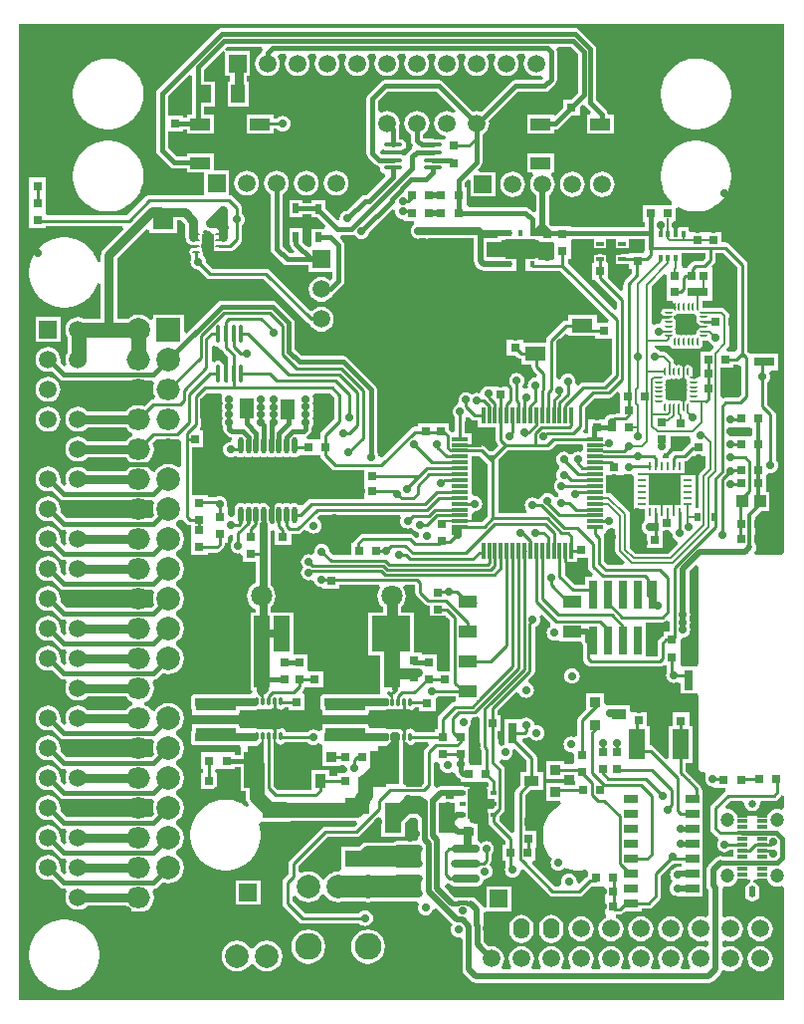
<source format=gtl>
G04*
G04 #@! TF.GenerationSoftware,Altium Limited,Altium Designer,19.0.10 (269)*
G04*
G04 Layer_Physical_Order=1*
G04 Layer_Color=255*
%FSLAX25Y25*%
%MOIN*%
G70*
G01*
G75*
%ADD10C,0.02000*%
%ADD11C,0.01000*%
%ADD18C,0.01200*%
%ADD19C,0.00800*%
%ADD41R,0.05500X0.10236*%
%ADD42R,0.04724X0.03150*%
%ADD43R,0.04724X0.05906*%
%ADD44R,0.01350X0.05315*%
%ADD45R,0.05315X0.01350*%
%ADD46O,0.06299X0.01181*%
%ADD47R,0.02165X0.03347*%
%ADD48R,0.08000X0.05500*%
%ADD49O,0.01102X0.03150*%
%ADD50R,0.02953X0.03150*%
%ADD51R,0.03150X0.02953*%
%ADD52R,0.03150X0.06693*%
%ADD53R,0.03900X0.04000*%
G04:AMPARAMS|DCode=54|XSize=9.84mil|YSize=23.62mil|CornerRadius=4.92mil|HoleSize=0mil|Usage=FLASHONLY|Rotation=90.000|XOffset=0mil|YOffset=0mil|HoleType=Round|Shape=RoundedRectangle|*
%AMROUNDEDRECTD54*
21,1,0.00984,0.01378,0,0,90.0*
21,1,0.00000,0.02362,0,0,90.0*
1,1,0.00984,0.00689,0.00000*
1,1,0.00984,0.00689,0.00000*
1,1,0.00984,-0.00689,0.00000*
1,1,0.00984,-0.00689,0.00000*
%
%ADD54ROUNDEDRECTD54*%
%ADD55R,0.07000X0.06400*%
%ADD56R,0.06693X0.03937*%
%ADD57R,0.06693X0.03937*%
%ADD58R,0.06693X0.03150*%
%ADD59R,0.04500X0.07000*%
%ADD60R,0.02100X0.03150*%
%ADD61R,0.03347X0.01181*%
%ADD62O,0.09843X0.02756*%
%ADD63R,0.05400X0.12000*%
%ADD64R,0.03150X0.03150*%
G04:AMPARAMS|DCode=65|XSize=23.62mil|YSize=9.06mil|CornerRadius=4.53mil|HoleSize=0mil|Usage=FLASHONLY|Rotation=90.000|XOffset=0mil|YOffset=0mil|HoleType=Round|Shape=RoundedRectangle|*
%AMROUNDEDRECTD65*
21,1,0.02362,0.00000,0,0,90.0*
21,1,0.01456,0.00906,0,0,90.0*
1,1,0.00906,0.00000,0.00728*
1,1,0.00906,0.00000,-0.00728*
1,1,0.00906,0.00000,-0.00728*
1,1,0.00906,0.00000,0.00728*
%
%ADD65ROUNDEDRECTD65*%
G04:AMPARAMS|DCode=66|XSize=23.62mil|YSize=9.06mil|CornerRadius=4.53mil|HoleSize=0mil|Usage=FLASHONLY|Rotation=180.000|XOffset=0mil|YOffset=0mil|HoleType=Round|Shape=RoundedRectangle|*
%AMROUNDEDRECTD66*
21,1,0.02362,0.00000,0,0,180.0*
21,1,0.01456,0.00906,0,0,180.0*
1,1,0.00906,-0.00728,0.00000*
1,1,0.00906,0.00728,0.00000*
1,1,0.00906,0.00728,0.00000*
1,1,0.00906,-0.00728,0.00000*
%
%ADD66ROUNDEDRECTD66*%
%ADD67R,0.03150X0.00984*%
%ADD68R,0.00984X0.03150*%
%ADD69R,0.13400X0.03800*%
%ADD70R,0.03600X0.03600*%
%ADD71R,0.03600X0.05000*%
%ADD72R,0.02992X0.09449*%
%ADD73R,0.01772X0.01968*%
%ADD75R,0.07087X0.04724*%
%ADD76O,0.01772X0.05512*%
%ADD77R,0.12953X0.09488*%
%ADD79R,0.01968X0.01772*%
%ADD80R,0.02756X0.01575*%
%ADD81R,0.03150X0.03150*%
%ADD82R,0.03600X0.03600*%
%ADD83R,0.05000X0.03600*%
%ADD84R,0.05709X0.10039*%
%ADD85O,0.09449X0.02756*%
%ADD86R,0.05906X0.04331*%
%ADD87R,0.01378X0.01968*%
%ADD88O,0.01181X0.06299*%
%ADD157R,0.08465X0.06693*%
%ADD158R,0.03858X0.06299*%
%ADD159R,0.10630X0.10630*%
G04:AMPARAMS|DCode=160|XSize=68.9mil|YSize=98.43mil|CornerRadius=3.45mil|HoleSize=0mil|Usage=FLASHONLY|Rotation=90.000|XOffset=0mil|YOffset=0mil|HoleType=Round|Shape=RoundedRectangle|*
%AMROUNDEDRECTD160*
21,1,0.06890,0.09153,0,0,90.0*
21,1,0.06201,0.09843,0,0,90.0*
1,1,0.00689,0.04577,0.03100*
1,1,0.00689,0.04577,-0.03100*
1,1,0.00689,-0.04577,-0.03100*
1,1,0.00689,-0.04577,0.03100*
%
%ADD160ROUNDEDRECTD160*%
G04:AMPARAMS|DCode=161|XSize=68.9mil|YSize=98.43mil|CornerRadius=3.45mil|HoleSize=0mil|Usage=FLASHONLY|Rotation=180.000|XOffset=0mil|YOffset=0mil|HoleType=Round|Shape=RoundedRectangle|*
%AMROUNDEDRECTD161*
21,1,0.06890,0.09153,0,0,180.0*
21,1,0.06201,0.09843,0,0,180.0*
1,1,0.00689,-0.03100,0.04577*
1,1,0.00689,0.03100,0.04577*
1,1,0.00689,0.03100,-0.04577*
1,1,0.00689,-0.03100,-0.04577*
%
%ADD161ROUNDEDRECTD161*%
%ADD162C,0.03000*%
%ADD163C,0.01500*%
%ADD164C,0.01400*%
%ADD165C,0.01100*%
%ADD166C,0.00900*%
%ADD167C,0.02500*%
%ADD168C,0.03500*%
%ADD169C,0.05000*%
%ADD170C,0.01800*%
%ADD171C,0.07000*%
%ADD172R,0.01984X0.23986*%
%ADD173R,0.01335X0.01770*%
%ADD174R,0.02904X0.02679*%
%ADD175R,0.02800X0.01100*%
%ADD176R,0.01673X0.05079*%
%ADD177R,0.06437X0.09449*%
%ADD178R,0.05689X0.12795*%
%ADD179R,0.01102X0.03616*%
%ADD180R,0.20965X0.03150*%
G04:AMPARAMS|DCode=181|XSize=20.26mil|YSize=13.21mil|CornerRadius=0mil|HoleSize=0mil|Usage=FLASHONLY|Rotation=45.000|XOffset=0mil|YOffset=0mil|HoleType=Round|Shape=Rectangle|*
%AMROTATEDRECTD181*
4,1,4,-0.00249,-0.01183,-0.01183,-0.00249,0.00249,0.01183,0.01183,0.00249,-0.00249,-0.01183,0.0*
%
%ADD181ROTATEDRECTD181*%

G04:AMPARAMS|DCode=182|XSize=20.26mil|YSize=13.21mil|CornerRadius=0mil|HoleSize=0mil|Usage=FLASHONLY|Rotation=135.000|XOffset=0mil|YOffset=0mil|HoleType=Round|Shape=Rectangle|*
%AMROTATEDRECTD182*
4,1,4,0.01183,-0.00249,0.00249,-0.01183,-0.01183,0.00249,-0.00249,0.01183,0.01183,-0.00249,0.0*
%
%ADD182ROTATEDRECTD182*%

%ADD183R,0.06437X0.12795*%
%ADD184R,0.03071X0.15821*%
%ADD185R,0.01968X0.01845*%
G04:AMPARAMS|DCode=186|XSize=67.5mil|YSize=13.21mil|CornerRadius=0mil|HoleSize=0mil|Usage=FLASHONLY|Rotation=135.000|XOffset=0mil|YOffset=0mil|HoleType=Round|Shape=Rectangle|*
%AMROTATEDRECTD186*
4,1,4,0.02853,-0.01919,0.01919,-0.02853,-0.02853,0.01919,-0.01919,0.02853,0.02853,-0.01919,0.0*
%
%ADD186ROTATEDRECTD186*%

%ADD187R,0.02535X0.24209*%
%ADD188R,0.02385X0.04528*%
%ADD189R,0.02922X0.03150*%
%ADD190R,0.03087X0.06791*%
%ADD191R,0.27894X0.07321*%
%ADD192R,0.03740X0.02559*%
%ADD193C,0.07087*%
%ADD194R,0.05906X0.05906*%
%ADD195C,0.05906*%
%ADD196C,0.22000*%
%ADD197O,0.07874X0.07087*%
%ADD198C,0.07874*%
%ADD199R,0.07874X0.07874*%
%ADD200R,0.05906X0.05906*%
%ADD201C,0.04724*%
%ADD202C,0.02598*%
%ADD203O,0.02284X0.03937*%
%ADD204C,0.09000*%
%ADD205O,0.06500X0.07874*%
%ADD206C,0.02756*%
%ADD207O,0.05500X0.07000*%
G36*
X105418Y358197D02*
X105163Y357816D01*
X105037Y357182D01*
X104906Y357127D01*
X104038Y356462D01*
X103373Y355594D01*
X102954Y354584D01*
X102811Y353500D01*
X102954Y352416D01*
X103373Y351406D01*
X104038Y350538D01*
X104906Y349873D01*
X105916Y349454D01*
X107000Y349311D01*
X108084Y349454D01*
X109094Y349873D01*
X109962Y350538D01*
X110627Y351406D01*
X111046Y352416D01*
X111189Y353500D01*
X111046Y354584D01*
X110627Y355594D01*
X110443Y355835D01*
X110936Y356835D01*
X113064D01*
X113557Y355835D01*
X113373Y355594D01*
X112954Y354584D01*
X112811Y353500D01*
X112954Y352416D01*
X113373Y351406D01*
X114038Y350538D01*
X114906Y349873D01*
X115916Y349454D01*
X117000Y349311D01*
X118084Y349454D01*
X119094Y349873D01*
X119962Y350538D01*
X120627Y351406D01*
X121046Y352416D01*
X121189Y353500D01*
X121046Y354584D01*
X120627Y355594D01*
X120443Y355835D01*
X120936Y356835D01*
X123064D01*
X123557Y355835D01*
X123373Y355594D01*
X122954Y354584D01*
X122811Y353500D01*
X122954Y352416D01*
X123373Y351406D01*
X124038Y350538D01*
X124906Y349873D01*
X125916Y349454D01*
X127000Y349311D01*
X128084Y349454D01*
X129094Y349873D01*
X129962Y350538D01*
X130627Y351406D01*
X131046Y352416D01*
X131189Y353500D01*
X131046Y354584D01*
X130627Y355594D01*
X130443Y355835D01*
X130936Y356835D01*
X133064D01*
X133557Y355835D01*
X133373Y355594D01*
X132954Y354584D01*
X132811Y353500D01*
X132954Y352416D01*
X133373Y351406D01*
X134038Y350538D01*
X134906Y349873D01*
X135916Y349454D01*
X137000Y349311D01*
X138084Y349454D01*
X139094Y349873D01*
X139962Y350538D01*
X140627Y351406D01*
X141046Y352416D01*
X141189Y353500D01*
X141046Y354584D01*
X140627Y355594D01*
X140443Y355835D01*
X140936Y356835D01*
X143064D01*
X143557Y355835D01*
X143373Y355594D01*
X142954Y354584D01*
X142811Y353500D01*
X142954Y352416D01*
X143373Y351406D01*
X144038Y350538D01*
X144906Y349873D01*
X145916Y349454D01*
X147000Y349311D01*
X148084Y349454D01*
X149094Y349873D01*
X149962Y350538D01*
X150627Y351406D01*
X151046Y352416D01*
X151189Y353500D01*
X151046Y354584D01*
X150627Y355594D01*
X150443Y355835D01*
X150936Y356835D01*
X153064D01*
X153557Y355835D01*
X153373Y355594D01*
X152954Y354584D01*
X152811Y353500D01*
X152954Y352416D01*
X153373Y351406D01*
X154038Y350538D01*
X154906Y349873D01*
X155916Y349454D01*
X157000Y349311D01*
X158084Y349454D01*
X159094Y349873D01*
X159962Y350538D01*
X160627Y351406D01*
X161046Y352416D01*
X161189Y353500D01*
X161046Y354584D01*
X160627Y355594D01*
X160443Y355835D01*
X160936Y356835D01*
X163064D01*
X163557Y355835D01*
X163373Y355594D01*
X162954Y354584D01*
X162811Y353500D01*
X162954Y352416D01*
X163373Y351406D01*
X164038Y350538D01*
X164906Y349873D01*
X165916Y349454D01*
X167000Y349311D01*
X168084Y349454D01*
X169094Y349873D01*
X169962Y350538D01*
X170627Y351406D01*
X171046Y352416D01*
X171189Y353500D01*
X171046Y354584D01*
X170627Y355594D01*
X170443Y355835D01*
X170936Y356835D01*
X173064D01*
X173557Y355835D01*
X173373Y355594D01*
X172954Y354584D01*
X172811Y353500D01*
X172954Y352416D01*
X173373Y351406D01*
X174038Y350538D01*
X174906Y349873D01*
X175916Y349454D01*
X177000Y349311D01*
X178084Y349454D01*
X179094Y349873D01*
X179962Y350538D01*
X180627Y351406D01*
X181046Y352416D01*
X181189Y353500D01*
X181046Y354584D01*
X180627Y355594D01*
X180443Y355835D01*
X180936Y356835D01*
X183064D01*
X183557Y355835D01*
X183373Y355594D01*
X182954Y354584D01*
X182811Y353500D01*
X182954Y352416D01*
X183373Y351406D01*
X184038Y350538D01*
X184906Y349873D01*
X185916Y349454D01*
X187000Y349311D01*
X188084Y349454D01*
X189094Y349873D01*
X189962Y350538D01*
X190627Y351406D01*
X191046Y352416D01*
X191189Y353500D01*
X191046Y354584D01*
X190627Y355594D01*
X190443Y355835D01*
X190936Y356835D01*
X193064D01*
X193557Y355835D01*
X193373Y355594D01*
X192954Y354584D01*
X192811Y353500D01*
X192954Y352416D01*
X193373Y351406D01*
X194038Y350538D01*
X194906Y349873D01*
X195916Y349454D01*
X197000Y349311D01*
X198084Y349454D01*
X198390Y349581D01*
X199355Y348943D01*
X198578Y348126D01*
X190138D01*
X189377Y347975D01*
X188732Y347544D01*
X178614Y337426D01*
X178123Y337629D01*
X177039Y337772D01*
X175955Y337629D01*
X175849Y337585D01*
X165891Y347544D01*
X165246Y347975D01*
X164485Y348126D01*
X146472D01*
X145711Y347975D01*
X145066Y347544D01*
X140771Y343249D01*
X140340Y342604D01*
X140189Y341843D01*
Y323538D01*
X140340Y322778D01*
X140771Y322133D01*
X143089Y319815D01*
X143734Y319384D01*
X143804Y319370D01*
X144682Y318661D01*
X144821Y317963D01*
X145217Y317371D01*
X145809Y316975D01*
X146172Y316903D01*
X146516Y316094D01*
X146519Y315836D01*
X140313Y309630D01*
X139716D01*
X138956Y309479D01*
X138311Y309048D01*
X133567Y304304D01*
X133138Y304248D01*
X132511Y303988D01*
X131972Y303575D01*
X131559Y303036D01*
X131299Y302409D01*
X131211Y301736D01*
X131244Y301482D01*
X130297Y301014D01*
X126283Y305029D01*
Y307759D01*
X121717D01*
Y306973D01*
X118826D01*
Y307857D01*
X114261D01*
Y302111D01*
X118826D01*
Y302996D01*
X121717D01*
Y302013D01*
X123676D01*
X126445Y299243D01*
X125964Y298310D01*
X121717D01*
Y292564D01*
X121684Y292547D01*
X120847Y292153D01*
X119981Y292476D01*
X118826Y293631D01*
Y298409D01*
X114261D01*
Y292662D01*
X114643D01*
X114707Y292341D01*
X115138Y291696D01*
X115922Y290912D01*
X115539Y289988D01*
X114414D01*
X111988Y292414D01*
Y309829D01*
X112094Y309873D01*
X112962Y310538D01*
X113627Y311406D01*
X114046Y312416D01*
X114189Y313500D01*
X114046Y314584D01*
X113627Y315594D01*
X112962Y316462D01*
X112094Y317127D01*
X111084Y317546D01*
X110000Y317689D01*
X108916Y317546D01*
X107906Y317127D01*
X107038Y316462D01*
X106373Y315594D01*
X105954Y314584D01*
X105811Y313500D01*
X105954Y312416D01*
X106373Y311406D01*
X107038Y310538D01*
X107906Y309873D01*
X108012Y309829D01*
Y291591D01*
X108163Y290830D01*
X108594Y290185D01*
X112185Y286594D01*
X112830Y286163D01*
X113591Y286012D01*
X120847D01*
Y283847D01*
X128784D01*
Y281679D01*
X128059Y280955D01*
X127962Y280962D01*
X127094Y281627D01*
X126084Y282046D01*
X125000Y282189D01*
X123916Y282046D01*
X122906Y281627D01*
X122038Y280962D01*
X121373Y280094D01*
X120954Y279084D01*
X120811Y278000D01*
X120954Y276916D01*
X121373Y275906D01*
X122038Y275038D01*
X122906Y274373D01*
X123916Y273954D01*
X125000Y273811D01*
X126084Y273954D01*
X127094Y274373D01*
X127962Y275038D01*
X128627Y275906D01*
X128756Y276216D01*
X129322Y276594D01*
X132178Y279450D01*
X132609Y280095D01*
X132760Y280856D01*
Y292875D01*
X132609Y293636D01*
X132178Y294281D01*
X131447Y295012D01*
X131861Y296012D01*
X135000D01*
X135761Y296163D01*
X135865Y296233D01*
X136284Y296105D01*
X136697Y295567D01*
X137235Y295154D01*
X137862Y294894D01*
X138535Y294805D01*
X139208Y294894D01*
X139836Y295154D01*
X140374Y295567D01*
X140787Y296105D01*
X141047Y296732D01*
X141104Y297162D01*
X148862Y304921D01*
X149765Y304409D01*
X149715Y304030D01*
X149803Y303357D01*
X150063Y302730D01*
X150476Y302191D01*
X151015Y301778D01*
X151642Y301518D01*
X152315Y301430D01*
X152639Y301145D01*
Y300733D01*
X155956D01*
X156185Y299813D01*
X156175Y299733D01*
X155661Y299339D01*
X155248Y298800D01*
X154988Y298173D01*
X154900Y297500D01*
X154988Y296827D01*
X155248Y296200D01*
X155661Y295661D01*
X156200Y295248D01*
X156827Y294988D01*
X157500Y294900D01*
X158173Y294988D01*
X158206Y295002D01*
X159794D01*
X159827Y294988D01*
X160500Y294900D01*
X161173Y294988D01*
X161206Y295002D01*
X176056D01*
Y287563D01*
X176227Y286705D01*
X176713Y285977D01*
X177836Y284854D01*
X178564Y284367D01*
X179422Y284197D01*
X188142D01*
X188438Y284256D01*
X190228D01*
Y285649D01*
X190385Y286440D01*
X190228Y287230D01*
Y288624D01*
X188438D01*
X188142Y288683D01*
X180542D01*
Y293901D01*
X185424D01*
Y294433D01*
X188142D01*
X188438Y294492D01*
X197708D01*
X198024Y293943D01*
X202248D01*
X203083Y293545D01*
Y288193D01*
X202299Y287673D01*
X197708D01*
Y288624D01*
X193536D01*
Y284256D01*
X195375D01*
X195622Y284207D01*
X205140D01*
X221453Y267894D01*
X221038Y266894D01*
X217295D01*
Y269472D01*
X207808D01*
Y267643D01*
X206978D01*
X206314Y267511D01*
X205752Y267135D01*
X200774Y262157D01*
X200399Y261595D01*
X200267Y260932D01*
Y260023D01*
X192763D01*
Y261213D01*
X187213D01*
Y255860D01*
X190213D01*
X190839Y255235D01*
X191401Y254859D01*
X192060Y254728D01*
Y252898D01*
X195464D01*
Y252000D01*
X195596Y251337D01*
X195971Y250774D01*
X197294Y249452D01*
X196964Y248536D01*
X196803Y248430D01*
X196130Y248342D01*
X195503Y248082D01*
X194964Y247669D01*
X194551Y247130D01*
X194291Y246503D01*
X194203Y245830D01*
X194256Y245423D01*
X193824Y244757D01*
X193754Y244697D01*
X192934Y244850D01*
X192700Y244954D01*
X192517Y245794D01*
X192756Y246105D01*
X193016Y246732D01*
X193104Y247406D01*
X193016Y248078D01*
X192756Y248706D01*
X192343Y249244D01*
X191804Y249657D01*
X191177Y249917D01*
X190504Y250006D01*
X189831Y249917D01*
X189204Y249657D01*
X188665Y249244D01*
X188252Y248706D01*
X187992Y248078D01*
X187904Y247406D01*
X187992Y246732D01*
X188063Y246563D01*
X187458Y245621D01*
X187430Y245604D01*
X182414D01*
X182414Y245604D01*
X181424Y245626D01*
X181055Y245675D01*
X180382Y245586D01*
X179755Y245327D01*
X179217Y244913D01*
X178803Y244375D01*
X178543Y243748D01*
X177673Y243224D01*
X177000Y243313D01*
X176327Y243224D01*
X175700Y242964D01*
X175412Y242743D01*
X175339Y242839D01*
X174800Y243252D01*
X174173Y243512D01*
X173500Y243600D01*
X172827Y243512D01*
X172200Y243252D01*
X171661Y242839D01*
X171248Y242300D01*
X170988Y241673D01*
X170900Y241000D01*
X170988Y240327D01*
X170828Y239519D01*
X170391Y239331D01*
X170200Y239252D01*
X169661Y238839D01*
X169248Y238300D01*
X168988Y237673D01*
X168900Y237000D01*
X168988Y236327D01*
X169248Y235700D01*
X169661Y235161D01*
X169767Y235081D01*
Y234583D01*
X169676Y234128D01*
Y230385D01*
X168676Y230081D01*
X168589Y230211D01*
X168589Y230211D01*
X167824Y230977D01*
Y233054D01*
X157414D01*
Y232013D01*
X156252D01*
X155589Y231881D01*
X155026Y231505D01*
X145262Y221741D01*
X145057Y221756D01*
X144243Y222136D01*
X144197Y222488D01*
X143937Y223115D01*
X143673Y223459D01*
Y244459D01*
X143522Y245220D01*
X143091Y245865D01*
X133845Y255111D01*
X133200Y255542D01*
X132439Y255693D01*
X118532D01*
X116114Y258111D01*
Y266654D01*
X115963Y267415D01*
X115532Y268060D01*
X109977Y273615D01*
X109332Y274045D01*
X108571Y274197D01*
X91624D01*
X90863Y274045D01*
X90218Y273615D01*
X79911Y263308D01*
X78987Y263690D01*
Y269572D01*
X68713D01*
Y268179D01*
X67713Y267839D01*
X67514Y268099D01*
X66441Y268922D01*
X65191Y269440D01*
X63850Y269616D01*
X62509Y269440D01*
X61260Y268922D01*
X60276Y268167D01*
X56613D01*
Y288373D01*
X66376Y298136D01*
X67300Y297753D01*
Y296900D01*
X76700D01*
Y301178D01*
X78115D01*
X79472Y299821D01*
Y295410D01*
X79565Y294705D01*
X79837Y294048D01*
X80270Y293484D01*
X80834Y293051D01*
X81259Y292875D01*
X81448Y292172D01*
X81420Y291780D01*
X81312Y291707D01*
X80938Y291148D01*
X80806Y290488D01*
X80938Y289827D01*
X81312Y289268D01*
X81487Y289150D01*
Y288296D01*
X81299Y287842D01*
X81211Y287169D01*
X81299Y286496D01*
X81559Y285869D01*
X81972Y285331D01*
X82511Y284917D01*
X83138Y284658D01*
X83811Y284569D01*
X83943Y284586D01*
X86543Y281986D01*
X87105Y281610D01*
X87769Y281478D01*
X87769Y281478D01*
X105716D01*
X120420Y266774D01*
X120982Y266399D01*
X121185Y266358D01*
X121373Y265906D01*
X122038Y265038D01*
X122906Y264373D01*
X123916Y263954D01*
X125000Y263811D01*
X126084Y263954D01*
X127094Y264373D01*
X127962Y265038D01*
X128627Y265906D01*
X129046Y266916D01*
X129189Y268000D01*
X129046Y269084D01*
X128627Y270094D01*
X127962Y270962D01*
X127094Y271627D01*
X126084Y272046D01*
X125000Y272189D01*
X123916Y272046D01*
X122906Y271627D01*
X122038Y270962D01*
X121191Y270906D01*
X107660Y284437D01*
X107097Y284813D01*
X106434Y284945D01*
X88487D01*
X86394Y287038D01*
X86411Y287169D01*
X86323Y287842D01*
X86063Y288469D01*
X85650Y289008D01*
X85191Y289360D01*
X85503Y289827D01*
X85635Y290488D01*
X85503Y291148D01*
X85129Y291707D01*
X84841Y291900D01*
X84792Y292067D01*
Y292845D01*
X84841Y293012D01*
X85129Y293205D01*
X85503Y293764D01*
X85635Y294425D01*
X85503Y295085D01*
X85287Y295409D01*
X85503Y295733D01*
X85635Y296393D01*
X85503Y297053D01*
X85303Y297354D01*
X86042Y298047D01*
X86360Y297803D01*
X87017Y297531D01*
X87557Y297460D01*
X87588Y297445D01*
X87910Y297109D01*
X88296Y296438D01*
X88287Y296393D01*
X88418Y295733D01*
X88634Y295409D01*
X88418Y295085D01*
X88287Y294425D01*
X88418Y293764D01*
X88634Y293440D01*
X88418Y293116D01*
X88287Y292456D01*
X88418Y291796D01*
X88792Y291236D01*
X89352Y290862D01*
X90012Y290731D01*
X90660D01*
X90701Y290723D01*
X94410D01*
X95074Y290855D01*
X95636Y291230D01*
X98029Y293623D01*
X98405Y294185D01*
X98536Y294849D01*
Y299423D01*
X98642Y299504D01*
X99055Y300042D01*
X99315Y300670D01*
X99403Y301343D01*
X99315Y302015D01*
X99055Y302643D01*
X98642Y303181D01*
X98536Y303262D01*
Y305079D01*
X98536Y305079D01*
X98405Y305742D01*
X98029Y306304D01*
X95250Y309083D01*
X94688Y309459D01*
X94153Y309565D01*
Y317653D01*
X89047D01*
Y323440D01*
X79953D01*
Y322421D01*
X76568D01*
X73594Y325394D01*
Y330678D01*
X78775D01*
Y331445D01*
X79953D01*
Y330103D01*
X89047D01*
Y336440D01*
X85716D01*
Y339247D01*
X89354D01*
Y347553D01*
X85716D01*
Y351617D01*
X91915Y357816D01*
X91972Y357786D01*
X91972Y357786D01*
X92847Y357334D01*
X92847Y356785D01*
Y349347D01*
X94504D01*
Y347553D01*
X93647D01*
Y339247D01*
X100771D01*
Y347553D01*
X99951D01*
Y349347D01*
X101153D01*
Y357653D01*
X93787D01*
X93306Y357653D01*
X92863Y358527D01*
X93392Y359197D01*
X105033D01*
X105418Y358197D01*
D02*
G37*
G36*
X170019Y337791D02*
X169359Y337038D01*
X169134Y337211D01*
X168123Y337629D01*
X167039Y337772D01*
X165955Y337629D01*
X164945Y337211D01*
X164078Y336545D01*
X163412Y335677D01*
X162994Y334667D01*
X162851Y333583D01*
X162994Y332499D01*
X163412Y331489D01*
X164078Y330621D01*
X164945Y329956D01*
X165955Y329537D01*
X166314Y329490D01*
X166725Y328661D01*
Y328550D01*
X165725Y328015D01*
X165710Y328025D01*
X165012Y328164D01*
X163230D01*
X163214Y328175D01*
X162453Y328327D01*
X159458D01*
X159028Y328758D01*
Y329912D01*
X159134Y329956D01*
X160001Y330621D01*
X160667Y331489D01*
X161085Y332499D01*
X161228Y333583D01*
X161085Y334667D01*
X160667Y335677D01*
X160001Y336545D01*
X159134Y337211D01*
X158124Y337629D01*
X157039Y337772D01*
X155955Y337629D01*
X154945Y337211D01*
X154078Y336545D01*
X153412Y335677D01*
X152994Y334667D01*
X152851Y333583D01*
X152994Y332499D01*
X153412Y331489D01*
X154078Y330621D01*
X154945Y329956D01*
X155051Y329912D01*
Y327934D01*
X155202Y327173D01*
X155633Y326528D01*
X155698Y326463D01*
X155550Y325197D01*
X155532Y325185D01*
X154094Y323748D01*
X153663Y323103D01*
X153597Y323050D01*
X152572Y322742D01*
X152325Y322907D01*
X151626Y323046D01*
X149845D01*
X149828Y323057D01*
X149067Y323209D01*
X145319D01*
X144615Y323913D01*
X144686Y324200D01*
X145809Y324652D01*
X146508Y324513D01*
X148289D01*
X148306Y324502D01*
X149067Y324350D01*
X149828Y324502D01*
X149845Y324513D01*
X151626D01*
X152325Y324652D01*
X152917Y325048D01*
X153313Y325640D01*
X153452Y326339D01*
X153313Y327037D01*
X152917Y327629D01*
X152325Y328025D01*
X151626Y328164D01*
X151055D01*
Y331556D01*
X150938Y332144D01*
X151085Y332499D01*
X151228Y333583D01*
X151085Y334667D01*
X150667Y335677D01*
X150001Y336545D01*
X149134Y337211D01*
X148124Y337629D01*
X147039Y337772D01*
X145955Y337629D01*
X145165Y337302D01*
X144165Y337737D01*
Y341019D01*
X147296Y344150D01*
X163661D01*
X170019Y337791D01*
D02*
G37*
G36*
X81739Y349445D02*
Y342681D01*
Y336440D01*
X79953D01*
Y335421D01*
X78775D01*
Y336031D01*
X73594D01*
Y342607D01*
X80815Y349828D01*
X81739Y349445D01*
D02*
G37*
G36*
X280194Y189815D02*
X279194Y189143D01*
X279067Y189169D01*
X270454D01*
X270223Y189726D01*
X270127Y190169D01*
X270572Y190835D01*
X270743Y191694D01*
X270572Y192552D01*
X270437Y192754D01*
Y201764D01*
X272473Y203800D01*
X275150D01*
Y210200D01*
X274997D01*
X274031Y210280D01*
Y215813D01*
X274680Y216381D01*
X275031Y216526D01*
X275543Y216459D01*
X276216Y216547D01*
X276843Y216807D01*
X277382Y217220D01*
X277795Y217759D01*
X278055Y218386D01*
X278144Y219059D01*
X278055Y219732D01*
X277795Y220359D01*
X277382Y220898D01*
X277277Y220978D01*
Y236003D01*
X277277Y236003D01*
X277145Y236666D01*
X276769Y237229D01*
X276769Y237229D01*
X274521Y239477D01*
Y246825D01*
X274626Y246905D01*
X275039Y247444D01*
X275299Y248071D01*
X275388Y248744D01*
X275299Y249417D01*
X275087Y249930D01*
X275248Y250363D01*
X275620Y250930D01*
X277997D01*
Y256480D01*
X268904D01*
X268097Y256945D01*
X267874Y257168D01*
Y286217D01*
X267742Y286881D01*
X267367Y287443D01*
X261614Y293195D01*
X261052Y293571D01*
X260389Y293703D01*
X259027D01*
Y297228D01*
X248359D01*
X248200Y298162D01*
Y298803D01*
X244422D01*
Y296084D01*
X243082D01*
Y298803D01*
X242824D01*
Y300536D01*
X243677D01*
Y304989D01*
X244677Y305567D01*
X245269Y305225D01*
X246699Y304633D01*
X248195Y304232D01*
X249730Y304030D01*
X251278D01*
X252813Y304232D01*
X254309Y304633D01*
X255739Y305225D01*
X257080Y305999D01*
X258308Y306942D01*
X259403Y308037D01*
X260346Y309265D01*
X261120Y310606D01*
X261712Y312036D01*
X262113Y313532D01*
X262315Y315067D01*
Y316615D01*
X262113Y318150D01*
X261712Y319646D01*
X261120Y321076D01*
X260346Y322417D01*
X259403Y323645D01*
X258308Y324740D01*
X257080Y325682D01*
X255739Y326457D01*
X254309Y327049D01*
X252813Y327450D01*
X251278Y327652D01*
X249730D01*
X248195Y327450D01*
X246699Y327049D01*
X245269Y326457D01*
X243928Y325682D01*
X242700Y324740D01*
X241605Y323645D01*
X240662Y322417D01*
X239888Y321076D01*
X239296Y319646D01*
X238895Y318150D01*
X238693Y316615D01*
Y315067D01*
X238895Y313532D01*
X239296Y312036D01*
X239888Y310606D01*
X240662Y309265D01*
X241605Y308037D01*
X242556Y307086D01*
X242441Y306521D01*
X242173Y306086D01*
X238325D01*
Y306086D01*
X237969D01*
Y306086D01*
X232616D01*
Y300536D01*
X233300D01*
Y298664D01*
X208633D01*
Y299254D01*
X203574D01*
Y299296D01*
X202022D01*
X201408Y299909D01*
Y309640D01*
X202127Y310192D01*
X202793Y311059D01*
X203211Y312070D01*
X203354Y313154D01*
X203211Y314238D01*
X202793Y315248D01*
X202136Y316103D01*
X202144Y316162D01*
X202482Y317103D01*
X203046D01*
Y323440D01*
X193954D01*
Y317103D01*
X195848D01*
X196187Y316162D01*
X196194Y316103D01*
X195538Y315248D01*
X195120Y314238D01*
X194977Y313154D01*
X195120Y312070D01*
X195538Y311059D01*
X196204Y310192D01*
X196922Y309640D01*
Y304161D01*
X195998Y303778D01*
X194863Y304914D01*
X194218Y305345D01*
X193457Y305496D01*
X174264D01*
X173713Y306496D01*
X173724Y306639D01*
X173724D01*
X173724Y307271D01*
Y312188D01*
X172910D01*
Y313599D01*
X174089Y314777D01*
X175013Y314394D01*
Y309001D01*
X183318D01*
Y317306D01*
X177925D01*
X177542Y318230D01*
X178445Y319133D01*
X178876Y319778D01*
X179028Y320539D01*
Y323209D01*
Y328500D01*
Y329912D01*
X179134Y329956D01*
X180001Y330621D01*
X180667Y331489D01*
X181085Y332499D01*
X181228Y333583D01*
X181131Y334319D01*
X190961Y344150D01*
X199866D01*
X200627Y344301D01*
X201272Y344732D01*
X203406Y346866D01*
X203837Y347511D01*
X203988Y348272D01*
Y357430D01*
X203837Y358191D01*
X203833Y358197D01*
X204367Y359197D01*
X208491D01*
X210957Y356732D01*
Y343886D01*
X208635Y341564D01*
X206036D01*
Y338966D01*
X203374Y336304D01*
X203046Y336440D01*
Y336440D01*
X193954D01*
Y330103D01*
X203046D01*
Y331445D01*
X203315D01*
X204076Y331596D01*
X204721Y332027D01*
X208905Y336212D01*
X211586D01*
Y338892D01*
X212374Y339680D01*
X213516Y339408D01*
X213739Y339075D01*
X215450Y337364D01*
X215068Y336440D01*
X213953D01*
Y330103D01*
X223046D01*
Y336440D01*
X220996D01*
Y336618D01*
X220845Y337379D01*
X220414Y338024D01*
X217133Y341305D01*
Y358466D01*
X216982Y359227D01*
X216551Y359872D01*
X211470Y364953D01*
X210825Y365384D01*
X210064Y365535D01*
X91723D01*
X90962Y365384D01*
X90317Y364953D01*
X70200Y344836D01*
X69769Y344191D01*
X69618Y343430D01*
Y324571D01*
X69769Y323810D01*
X70200Y323165D01*
X74338Y319027D01*
X74983Y318596D01*
X75744Y318445D01*
X79953D01*
Y317103D01*
X85847D01*
Y309591D01*
X67491D01*
X66828Y309459D01*
X66266Y309083D01*
X66266Y309083D01*
X59865Y302682D01*
X33467D01*
X32760Y303389D01*
Y303724D01*
X32760Y304724D01*
Y309432D01*
X32760D01*
Y309839D01*
X32760D01*
Y315388D01*
X27211D01*
Y309839D01*
X27211D01*
Y309432D01*
X27211D01*
Y304724D01*
X27211Y304080D01*
X27211Y303080D01*
Y298371D01*
X32760D01*
Y299216D01*
X58447D01*
X58829Y298292D01*
X51964Y291426D01*
X51531Y290862D01*
X51259Y290205D01*
X51166Y289501D01*
Y287260D01*
X50166Y287128D01*
X50093Y287403D01*
X49500Y288834D01*
X48726Y290175D01*
X47784Y291403D01*
X46689Y292498D01*
X45461Y293440D01*
X44120Y294215D01*
X42689Y294807D01*
X41194Y295208D01*
X39659Y295410D01*
X38110D01*
X36575Y295208D01*
X35080Y294807D01*
X33650Y294215D01*
X32309Y293440D01*
X31080Y292498D01*
X29985Y291403D01*
X29043Y290175D01*
X28269Y288834D01*
X27676Y287403D01*
X27276Y285908D01*
X27073Y284373D01*
Y282825D01*
X27276Y281290D01*
X27676Y279794D01*
X28269Y278364D01*
X29043Y277023D01*
X29985Y275795D01*
X31080Y274700D01*
X32309Y273757D01*
X33650Y272983D01*
X35080Y272391D01*
X36575Y271990D01*
X38110Y271788D01*
X39659D01*
X41194Y271990D01*
X42689Y272391D01*
X44120Y272983D01*
X45461Y273757D01*
X46689Y274700D01*
X47784Y275795D01*
X48726Y277023D01*
X49500Y278364D01*
X50093Y279794D01*
X50166Y280069D01*
X51166Y279938D01*
Y268167D01*
X45499D01*
X44584Y268546D01*
X43500Y268689D01*
X42416Y268546D01*
X41406Y268127D01*
X40538Y267462D01*
X39873Y266594D01*
X39454Y265584D01*
X39311Y264500D01*
X39454Y263416D01*
X39873Y262406D01*
X40079Y262137D01*
Y256863D01*
X39873Y256594D01*
X39454Y255584D01*
X39311Y254500D01*
X39454Y253416D01*
X39708Y252804D01*
X38860Y252237D01*
X37562Y253536D01*
X37689Y254500D01*
X37546Y255584D01*
X37127Y256594D01*
X36462Y257462D01*
X35594Y258127D01*
X34584Y258546D01*
X33500Y258689D01*
X32416Y258546D01*
X31406Y258127D01*
X30538Y257462D01*
X29873Y256594D01*
X29454Y255584D01*
X29311Y254500D01*
X29454Y253416D01*
X29873Y252406D01*
X30538Y251538D01*
X31406Y250873D01*
X32416Y250454D01*
X33500Y250311D01*
X34584Y250454D01*
X34892Y250582D01*
X37444Y248029D01*
X38089Y247598D01*
X38850Y247447D01*
X68528D01*
X68748Y247274D01*
X69061Y246825D01*
X69174Y246492D01*
X68836Y245673D01*
X68672Y244435D01*
X68836Y243197D01*
X69261Y242168D01*
X69037Y241579D01*
X68741Y241146D01*
X68187Y241036D01*
X67625Y240661D01*
X65863Y238899D01*
X65482Y239056D01*
X64244Y239219D01*
X63457D01*
X62218Y239056D01*
X61064Y238578D01*
X60074Y237818D01*
X59567Y237158D01*
X46695D01*
X46462Y237462D01*
X45594Y238127D01*
X44584Y238546D01*
X43500Y238689D01*
X42416Y238546D01*
X41406Y238127D01*
X40538Y237462D01*
X39873Y236594D01*
X39454Y235584D01*
X39311Y234500D01*
X39454Y233416D01*
X39873Y232406D01*
X40538Y231538D01*
X41406Y230873D01*
X42416Y230454D01*
X43500Y230311D01*
X44584Y230454D01*
X45594Y230873D01*
X46462Y231538D01*
X46595Y231712D01*
X59567D01*
X60074Y231052D01*
X61064Y230292D01*
X61826Y229976D01*
Y228894D01*
X61064Y228578D01*
X60074Y227818D01*
X59567Y227158D01*
X46695D01*
X46462Y227462D01*
X45594Y228127D01*
X44584Y228546D01*
X43500Y228689D01*
X42416Y228546D01*
X41406Y228127D01*
X40538Y227462D01*
X39873Y226594D01*
X39454Y225584D01*
X39311Y224500D01*
X39454Y223416D01*
X39873Y222406D01*
X40538Y221538D01*
X41406Y220873D01*
X42416Y220454D01*
X43500Y220311D01*
X44584Y220454D01*
X45594Y220873D01*
X46462Y221538D01*
X46595Y221712D01*
X59567D01*
X60074Y221052D01*
X61064Y220292D01*
X61826Y219976D01*
Y218894D01*
X61064Y218578D01*
X60074Y217818D01*
X59567Y217158D01*
X46695D01*
X46462Y217462D01*
X45594Y218127D01*
X44584Y218546D01*
X43500Y218689D01*
X42416Y218546D01*
X41406Y218127D01*
X40538Y217462D01*
X39873Y216594D01*
X39454Y215584D01*
X39311Y214500D01*
X39454Y213416D01*
X39708Y212804D01*
X38860Y212237D01*
X37562Y213536D01*
X37689Y214500D01*
X37546Y215584D01*
X37127Y216594D01*
X36462Y217462D01*
X35594Y218127D01*
X34584Y218546D01*
X33500Y218689D01*
X32416Y218546D01*
X31406Y218127D01*
X30538Y217462D01*
X29873Y216594D01*
X29454Y215584D01*
X29311Y214500D01*
X29454Y213416D01*
X29873Y212406D01*
X30538Y211538D01*
X31406Y210873D01*
X32416Y210454D01*
X33500Y210311D01*
X34584Y210454D01*
X34892Y210582D01*
X37444Y208029D01*
X38089Y207598D01*
X38850Y207447D01*
X68478D01*
X69068Y206721D01*
X69139Y206485D01*
X68846Y205776D01*
X68669Y204435D01*
X68846Y203094D01*
X69095Y202492D01*
X68027Y201423D01*
X39674D01*
X37562Y203536D01*
X37689Y204500D01*
X37546Y205584D01*
X37127Y206594D01*
X36462Y207462D01*
X35594Y208127D01*
X34584Y208546D01*
X33500Y208689D01*
X32416Y208546D01*
X31406Y208127D01*
X30538Y207462D01*
X29873Y206594D01*
X29454Y205584D01*
X29311Y204500D01*
X29454Y203416D01*
X29873Y202406D01*
X30538Y201538D01*
X31406Y200873D01*
X32416Y200454D01*
X33500Y200311D01*
X34584Y200454D01*
X34892Y200582D01*
X37444Y198029D01*
X38089Y197598D01*
X38850Y197447D01*
X39419D01*
X39812Y196447D01*
X39454Y195584D01*
X39311Y194500D01*
X39454Y193416D01*
X39708Y192804D01*
X38860Y192237D01*
X37562Y193536D01*
X37689Y194500D01*
X37546Y195584D01*
X37127Y196594D01*
X36462Y197462D01*
X35594Y198127D01*
X34584Y198546D01*
X33500Y198689D01*
X32416Y198546D01*
X31406Y198127D01*
X30538Y197462D01*
X29873Y196594D01*
X29454Y195584D01*
X29311Y194500D01*
X29454Y193416D01*
X29873Y192406D01*
X30538Y191538D01*
X31406Y190873D01*
X32416Y190454D01*
X33500Y190311D01*
X34584Y190454D01*
X34892Y190582D01*
X37444Y188029D01*
X38089Y187598D01*
X38850Y187447D01*
X39419D01*
X39812Y186447D01*
X39454Y185584D01*
X39311Y184500D01*
X39454Y183416D01*
X39708Y182804D01*
X38860Y182237D01*
X37562Y183536D01*
X37689Y184500D01*
X37546Y185584D01*
X37127Y186594D01*
X36462Y187462D01*
X35594Y188127D01*
X34584Y188546D01*
X33500Y188689D01*
X32416Y188546D01*
X31406Y188127D01*
X30538Y187462D01*
X29873Y186594D01*
X29454Y185584D01*
X29311Y184500D01*
X29454Y183416D01*
X29873Y182406D01*
X30538Y181538D01*
X31406Y180873D01*
X32416Y180454D01*
X33500Y180311D01*
X34584Y180454D01*
X34892Y180582D01*
X37444Y178029D01*
X38089Y177598D01*
X38850Y177447D01*
X68478D01*
X69068Y176721D01*
X69139Y176485D01*
X68846Y175776D01*
X68669Y174435D01*
X68846Y173094D01*
X69095Y172492D01*
X68027Y171423D01*
X39674D01*
X37562Y173536D01*
X37689Y174500D01*
X37546Y175584D01*
X37127Y176594D01*
X36462Y177462D01*
X35594Y178127D01*
X34584Y178546D01*
X33500Y178689D01*
X32416Y178546D01*
X31406Y178127D01*
X30538Y177462D01*
X29873Y176594D01*
X29454Y175584D01*
X29311Y174500D01*
X29454Y173416D01*
X29873Y172406D01*
X30538Y171538D01*
X31406Y170873D01*
X32416Y170454D01*
X33500Y170311D01*
X34584Y170454D01*
X34892Y170582D01*
X37444Y168029D01*
X38089Y167598D01*
X38850Y167447D01*
X39419D01*
X39812Y166447D01*
X39454Y165584D01*
X39311Y164500D01*
X39454Y163416D01*
X39708Y162804D01*
X38860Y162237D01*
X37562Y163536D01*
X37689Y164500D01*
X37546Y165584D01*
X37127Y166594D01*
X36462Y167462D01*
X35594Y168127D01*
X34584Y168546D01*
X33500Y168689D01*
X32416Y168546D01*
X31406Y168127D01*
X30538Y167462D01*
X29873Y166594D01*
X29454Y165584D01*
X29311Y164500D01*
X29454Y163416D01*
X29873Y162406D01*
X30538Y161538D01*
X31406Y160873D01*
X32416Y160454D01*
X33500Y160311D01*
X34584Y160454D01*
X34892Y160582D01*
X37444Y158029D01*
X38089Y157598D01*
X38850Y157447D01*
X39419D01*
X39812Y156447D01*
X39454Y155584D01*
X39311Y154500D01*
X39454Y153416D01*
X39708Y152804D01*
X38860Y152237D01*
X37562Y153536D01*
X37689Y154500D01*
X37546Y155584D01*
X37127Y156594D01*
X36462Y157462D01*
X35594Y158127D01*
X34584Y158546D01*
X33500Y158689D01*
X32416Y158546D01*
X31406Y158127D01*
X30538Y157462D01*
X29873Y156594D01*
X29454Y155584D01*
X29311Y154500D01*
X29454Y153416D01*
X29873Y152406D01*
X30538Y151538D01*
X31406Y150873D01*
X32416Y150454D01*
X33500Y150311D01*
X34584Y150454D01*
X34892Y150582D01*
X37444Y148029D01*
X38089Y147598D01*
X38850Y147447D01*
X39419D01*
X39812Y146447D01*
X39454Y145584D01*
X39311Y144500D01*
X39454Y143416D01*
X39873Y142406D01*
X40538Y141538D01*
X41406Y140873D01*
X42416Y140454D01*
X43500Y140311D01*
X44584Y140454D01*
X45594Y140873D01*
X46462Y141538D01*
X46595Y141712D01*
X59567D01*
X60074Y141052D01*
X61064Y140292D01*
X61826Y139976D01*
Y138894D01*
X61064Y138578D01*
X60074Y137818D01*
X59567Y137158D01*
X46695D01*
X46462Y137462D01*
X45595Y138128D01*
X44584Y138546D01*
X43500Y138689D01*
X42416Y138546D01*
X41406Y138128D01*
X40538Y137462D01*
X39873Y136595D01*
X39454Y135584D01*
X39312Y134500D01*
X39454Y133416D01*
X39709Y132803D01*
X38861Y132236D01*
X37562Y133535D01*
X37689Y134500D01*
X37546Y135584D01*
X37128Y136595D01*
X36462Y137462D01*
X35595Y138128D01*
X34584Y138546D01*
X33500Y138689D01*
X32416Y138546D01*
X31406Y138128D01*
X30538Y137462D01*
X29873Y136595D01*
X29454Y135584D01*
X29312Y134500D01*
X29454Y133416D01*
X29873Y132406D01*
X30538Y131539D01*
X31406Y130873D01*
X32416Y130455D01*
X33500Y130312D01*
X34584Y130455D01*
X34892Y130582D01*
X37444Y128029D01*
X38089Y127598D01*
X38850Y127447D01*
X68478D01*
X69068Y126721D01*
X69139Y126485D01*
X68846Y125776D01*
X68669Y124435D01*
X68846Y123094D01*
X69095Y122492D01*
X68027Y121423D01*
X39674D01*
X37562Y123536D01*
X37689Y124500D01*
X37546Y125584D01*
X37127Y126594D01*
X36462Y127462D01*
X35594Y128127D01*
X34584Y128546D01*
X33500Y128689D01*
X32416Y128546D01*
X31406Y128127D01*
X30538Y127462D01*
X29873Y126594D01*
X29454Y125584D01*
X29311Y124500D01*
X29454Y123416D01*
X29873Y122406D01*
X30538Y121538D01*
X31406Y120873D01*
X32416Y120454D01*
X33500Y120311D01*
X34584Y120454D01*
X34892Y120582D01*
X37444Y118029D01*
X38089Y117598D01*
X38850Y117447D01*
X39419D01*
X39812Y116447D01*
X39454Y115584D01*
X39311Y114500D01*
X39454Y113416D01*
X39708Y112804D01*
X38860Y112237D01*
X37562Y113536D01*
X37689Y114500D01*
X37546Y115584D01*
X37127Y116594D01*
X36462Y117462D01*
X35594Y118127D01*
X34584Y118546D01*
X33500Y118689D01*
X32416Y118546D01*
X31406Y118127D01*
X30538Y117462D01*
X29873Y116594D01*
X29454Y115584D01*
X29311Y114500D01*
X29454Y113416D01*
X29873Y112406D01*
X30538Y111538D01*
X31406Y110873D01*
X32416Y110454D01*
X33500Y110311D01*
X34584Y110454D01*
X34892Y110582D01*
X37444Y108029D01*
X38089Y107598D01*
X38850Y107447D01*
X68478D01*
X69068Y106721D01*
X69139Y106485D01*
X68846Y105776D01*
X68669Y104435D01*
X68846Y103094D01*
X69095Y102492D01*
X68027Y101423D01*
X39674D01*
X37562Y103536D01*
X37689Y104500D01*
X37546Y105584D01*
X37127Y106594D01*
X36462Y107462D01*
X35594Y108127D01*
X34584Y108546D01*
X33500Y108689D01*
X32416Y108546D01*
X31406Y108127D01*
X30538Y107462D01*
X29873Y106594D01*
X29454Y105584D01*
X29311Y104500D01*
X29454Y103416D01*
X29873Y102406D01*
X30538Y101538D01*
X31406Y100873D01*
X32416Y100454D01*
X33500Y100311D01*
X34584Y100454D01*
X34892Y100582D01*
X37444Y98029D01*
X38089Y97598D01*
X38850Y97447D01*
X39419D01*
X39812Y96447D01*
X39454Y95584D01*
X39311Y94500D01*
X39454Y93416D01*
X39708Y92804D01*
X38860Y92237D01*
X37562Y93536D01*
X37689Y94500D01*
X37546Y95584D01*
X37127Y96594D01*
X36462Y97462D01*
X35594Y98127D01*
X34584Y98546D01*
X33500Y98689D01*
X32416Y98546D01*
X31406Y98127D01*
X30538Y97462D01*
X29873Y96594D01*
X29454Y95584D01*
X29311Y94500D01*
X29454Y93416D01*
X29873Y92406D01*
X30538Y91538D01*
X31406Y90873D01*
X32416Y90454D01*
X33500Y90311D01*
X34584Y90454D01*
X34892Y90582D01*
X37444Y88029D01*
X38089Y87598D01*
X38850Y87447D01*
X39419D01*
X39812Y86447D01*
X39454Y85584D01*
X39311Y84500D01*
X39454Y83416D01*
X39708Y82804D01*
X38860Y82237D01*
X37562Y83536D01*
X37689Y84500D01*
X37546Y85584D01*
X37127Y86594D01*
X36462Y87462D01*
X35594Y88127D01*
X34584Y88546D01*
X33500Y88689D01*
X32416Y88546D01*
X31406Y88127D01*
X30538Y87462D01*
X29873Y86594D01*
X29454Y85584D01*
X29311Y84500D01*
X29454Y83416D01*
X29873Y82406D01*
X30538Y81538D01*
X31406Y80873D01*
X32416Y80454D01*
X33500Y80311D01*
X34584Y80454D01*
X34892Y80582D01*
X37444Y78029D01*
X38089Y77598D01*
X38850Y77447D01*
X39419D01*
X39812Y76447D01*
X39454Y75584D01*
X39312Y74500D01*
X39454Y73416D01*
X39873Y72406D01*
X40538Y71538D01*
X41406Y70873D01*
X42416Y70454D01*
X43500Y70311D01*
X44584Y70454D01*
X45595Y70873D01*
X46462Y71538D01*
X46595Y71712D01*
X59567D01*
X60074Y71052D01*
X61064Y70292D01*
X62218Y69814D01*
X63457Y69651D01*
X64244D01*
X65482Y69814D01*
X66636Y70292D01*
X67627Y71052D01*
X68387Y72043D01*
X68865Y73197D01*
X69028Y74435D01*
X68865Y75673D01*
X68545Y76447D01*
X68681Y76891D01*
X68950Y77339D01*
X69130Y77502D01*
X69611Y77598D01*
X70256Y78029D01*
X71907Y79680D01*
X72509Y79430D01*
X73850Y79254D01*
X75191Y79430D01*
X76441Y79948D01*
X77514Y80771D01*
X78338Y81844D01*
X78855Y83094D01*
X79032Y84435D01*
X78855Y85776D01*
X78338Y87026D01*
X77514Y88099D01*
X76489Y88885D01*
X76410Y89425D01*
Y89445D01*
X76489Y89985D01*
X77514Y90771D01*
X78338Y91844D01*
X78855Y93094D01*
X79032Y94435D01*
X78855Y95776D01*
X78338Y97026D01*
X77514Y98099D01*
X76489Y98885D01*
X76410Y99425D01*
Y99445D01*
X76489Y99985D01*
X77514Y100771D01*
X78338Y101844D01*
X78855Y103094D01*
X79032Y104435D01*
X78855Y105776D01*
X78338Y107026D01*
X77514Y108099D01*
X76489Y108885D01*
X76410Y109425D01*
Y109445D01*
X76489Y109985D01*
X77514Y110771D01*
X78338Y111844D01*
X78855Y113094D01*
X79032Y114435D01*
X78855Y115776D01*
X78338Y117026D01*
X77514Y118099D01*
X76489Y118885D01*
X76410Y119425D01*
Y119445D01*
X76489Y119985D01*
X77514Y120771D01*
X78338Y121844D01*
X78855Y123094D01*
X79032Y124435D01*
X78855Y125776D01*
X78338Y127026D01*
X77514Y128099D01*
X76489Y128885D01*
X76410Y129425D01*
Y129445D01*
X76489Y129985D01*
X77514Y130771D01*
X78338Y131844D01*
X78855Y133094D01*
X79032Y134435D01*
X78855Y135776D01*
X78338Y137026D01*
X77514Y138099D01*
X76441Y138922D01*
X75191Y139440D01*
X73850Y139616D01*
X72509Y139440D01*
X71260Y138922D01*
X70187Y138099D01*
X69363Y137026D01*
X68955Y136943D01*
X68265Y136987D01*
X67627Y137818D01*
X66636Y138578D01*
X65874Y138894D01*
Y139976D01*
X66636Y140292D01*
X67627Y141052D01*
X68387Y142043D01*
X68865Y143197D01*
X69028Y144435D01*
X68865Y145673D01*
X68545Y146447D01*
X68681Y146891D01*
X68950Y147339D01*
X69130Y147502D01*
X69611Y147598D01*
X70256Y148029D01*
X71907Y149680D01*
X72509Y149430D01*
X73850Y149254D01*
X75191Y149430D01*
X76441Y149948D01*
X77514Y150771D01*
X78338Y151844D01*
X78855Y153094D01*
X79032Y154435D01*
X78855Y155776D01*
X78338Y157026D01*
X77514Y158099D01*
X76489Y158885D01*
X76410Y159425D01*
Y159445D01*
X76489Y159985D01*
X77514Y160771D01*
X78338Y161844D01*
X78855Y163094D01*
X79032Y164435D01*
X78855Y165776D01*
X78338Y167026D01*
X77514Y168099D01*
X76489Y168885D01*
X76410Y169425D01*
Y169445D01*
X76489Y169985D01*
X77514Y170771D01*
X78338Y171844D01*
X78855Y173094D01*
X79032Y174435D01*
X78855Y175776D01*
X78338Y177026D01*
X77514Y178099D01*
X76489Y178885D01*
X76410Y179425D01*
Y179445D01*
X76489Y179985D01*
X77514Y180771D01*
X78338Y181844D01*
X78855Y183094D01*
X79032Y184435D01*
X78855Y185776D01*
X78338Y187026D01*
X77514Y188099D01*
X76489Y188885D01*
X76410Y189425D01*
Y189445D01*
X76489Y189985D01*
X77514Y190771D01*
X78338Y191844D01*
X78855Y193094D01*
X79032Y194435D01*
X78855Y195776D01*
X78338Y197026D01*
X77514Y198099D01*
X76489Y198885D01*
X76410Y199425D01*
Y199445D01*
X76489Y199985D01*
X77477Y200743D01*
X77535Y200769D01*
X78694Y200666D01*
X78701Y200655D01*
X79830Y199526D01*
X80392Y199151D01*
X81055Y199019D01*
X81430D01*
Y198174D01*
X81439D01*
Y194828D01*
X81439D01*
Y194472D01*
X81439D01*
Y189119D01*
X86989D01*
Y189964D01*
X90014D01*
X90677Y190095D01*
X91240Y190471D01*
X92123Y191355D01*
X92499Y191917D01*
X92631Y192580D01*
Y193253D01*
X93672D01*
Y195112D01*
X94627Y195893D01*
X95307Y195771D01*
X95454Y195552D01*
Y194118D01*
X95349Y194037D01*
X94936Y193498D01*
X94676Y192871D01*
X94587Y192198D01*
X94676Y191525D01*
X94936Y190898D01*
X95349Y190360D01*
X95888Y189946D01*
X96515Y189687D01*
X97188Y189598D01*
X97753Y189673D01*
X97928Y189633D01*
X98753Y188974D01*
Y186757D01*
X103219D01*
Y179782D01*
X102541Y179501D01*
X101550Y178741D01*
X100790Y177750D01*
X100312Y176596D01*
X100149Y175358D01*
X100312Y174120D01*
X100790Y172966D01*
X101550Y171975D01*
X102541Y171215D01*
X103219Y170934D01*
Y169960D01*
X101265D01*
Y155560D01*
X101285D01*
Y143724D01*
X101892D01*
X101924Y143600D01*
X101147Y142600D01*
X82574D01*
X82106Y142507D01*
X81709Y142242D01*
X81444Y141845D01*
X81350Y141376D01*
Y138227D01*
X81444Y137759D01*
X81709Y137362D01*
X81836Y137276D01*
Y135570D01*
X97636D01*
Y137003D01*
X103539D01*
X104007Y137096D01*
X104404Y137362D01*
X104505Y137514D01*
X104785Y137327D01*
X105468Y137191D01*
X106152Y137327D01*
X106453Y137528D01*
X106754Y137327D01*
X107437Y137191D01*
X108120Y137327D01*
X108700Y137714D01*
X108850Y137939D01*
X108858Y137942D01*
X109953D01*
X109961Y137939D01*
X110111Y137714D01*
X110691Y137327D01*
X111374Y137191D01*
X112057Y137327D01*
X112637Y137714D01*
X112873Y138068D01*
X114107D01*
Y137032D01*
X119460D01*
Y142582D01*
X118994D01*
X118611Y143506D01*
X118937Y143832D01*
X119313Y144394D01*
X119401Y144837D01*
X125605D01*
Y150190D01*
X121339D01*
X120486Y150546D01*
Y155899D01*
X115661D01*
Y169960D01*
X108215D01*
Y171898D01*
X108316Y171975D01*
X109076Y172966D01*
X109554Y174120D01*
X109717Y175358D01*
X109554Y176596D01*
X109076Y177750D01*
X108316Y178741D01*
X108215Y178819D01*
Y189532D01*
Y196979D01*
X109215Y197391D01*
X109383Y197221D01*
Y192465D01*
X114932D01*
Y196052D01*
X117064D01*
X117728Y196184D01*
X118290Y196559D01*
X119207Y197476D01*
X119547Y197508D01*
X120452Y197308D01*
X120661Y197035D01*
X121200Y196622D01*
X121827Y196362D01*
X122500Y196274D01*
X123173Y196362D01*
X123800Y196622D01*
X124339Y197035D01*
X124752Y197574D01*
X125012Y198201D01*
X125100Y198874D01*
X125012Y199547D01*
X124752Y200174D01*
X124339Y200713D01*
X124066Y200922D01*
X123888Y201730D01*
X124480Y202562D01*
X151033D01*
X151265Y202327D01*
X151626Y201562D01*
X151482Y201217D01*
X151394Y200543D01*
X151482Y199871D01*
X151742Y199243D01*
X152155Y198705D01*
X152694Y198292D01*
X153321Y198032D01*
X153994Y197943D01*
X154667Y198032D01*
X154821Y198096D01*
X155320Y198270D01*
X156080Y197634D01*
X156382Y197240D01*
X156920Y196827D01*
X157057Y196771D01*
X157600Y196346D01*
X157794Y195526D01*
X157786Y195458D01*
X157791Y195414D01*
X157692Y195226D01*
X156737Y194941D01*
X156041Y195636D01*
X155479Y196012D01*
X154816Y196144D01*
X138973D01*
X138310Y196012D01*
X137748Y195636D01*
X136326Y194214D01*
X135950Y193652D01*
X135878Y193291D01*
X134973D01*
Y188989D01*
X128962D01*
X127774Y190178D01*
X127791Y190309D01*
X127703Y190982D01*
X127443Y191609D01*
X127030Y192148D01*
X126491Y192561D01*
X125864Y192821D01*
X125191Y192909D01*
X124518Y192821D01*
X123891Y192561D01*
X123353Y192148D01*
X122939Y191609D01*
X122680Y190982D01*
X122591Y190309D01*
X122653Y189841D01*
X122566Y189709D01*
X122218Y189389D01*
X121793Y189162D01*
X121492Y189287D01*
X120819Y189376D01*
X120146Y189287D01*
X119519Y189027D01*
X118980Y188614D01*
X118567Y188076D01*
X118307Y187449D01*
X118219Y186776D01*
X118307Y186103D01*
X118567Y185476D01*
X118923Y185012D01*
X118841Y184889D01*
X118567Y184532D01*
X118307Y183905D01*
X118219Y183232D01*
X118307Y182559D01*
X118567Y181932D01*
X118980Y181394D01*
X119519Y180980D01*
X120146Y180721D01*
X120819Y180632D01*
X121492Y180721D01*
X121503Y180725D01*
X122571Y180202D01*
X122599Y180153D01*
X122841Y179570D01*
X123254Y179032D01*
X123793Y178618D01*
X124420Y178358D01*
X124749Y178315D01*
X125577Y177898D01*
Y177898D01*
X125577Y177898D01*
X131126D01*
Y179137D01*
X144247D01*
X144740Y178137D01*
X144444Y177750D01*
X143965Y176596D01*
X143802Y175358D01*
X143965Y174120D01*
X144444Y172966D01*
X145204Y171975D01*
X145611Y171663D01*
Y169960D01*
X140855D01*
Y155560D01*
X144687D01*
Y143724D01*
X144687D01*
X144644Y142741D01*
X144582Y142600D01*
X125976D01*
X125507Y142507D01*
X125110Y142242D01*
X124845Y141845D01*
X124752Y141376D01*
Y138227D01*
X124845Y137759D01*
X125110Y137362D01*
X125238Y137276D01*
Y135570D01*
X141038D01*
Y137003D01*
X146863D01*
X146917Y136993D01*
X147601Y137128D01*
X147902Y137329D01*
X148203Y137128D01*
X148886Y136993D01*
X149569Y137128D01*
X149870Y137329D01*
X150171Y137128D01*
X150854Y136993D01*
X151538Y137128D01*
X152117Y137515D01*
X152267Y137741D01*
X152276Y137744D01*
X153370D01*
X153378Y137741D01*
X153529Y137515D01*
X154108Y137128D01*
X154791Y136993D01*
X155475Y137128D01*
X156054Y137515D01*
X156423Y138068D01*
X157725D01*
Y136678D01*
X163275D01*
Y141091D01*
X163458Y141166D01*
X163996Y141579D01*
X164085Y141696D01*
X170013D01*
Y140064D01*
X169117Y139813D01*
X169003Y139790D01*
X168441Y139415D01*
X164475Y135449D01*
X164099Y134886D01*
X163968Y134223D01*
Y130889D01*
X162926D01*
Y129921D01*
X156423D01*
X156054Y130474D01*
X155475Y130861D01*
X154791Y130997D01*
X154108Y130861D01*
X153529Y130474D01*
X153378Y130248D01*
X153370Y130245D01*
X152276D01*
X152267Y130248D01*
X152117Y130474D01*
X151538Y130861D01*
X150854Y130997D01*
X150800Y130986D01*
X148940D01*
X148886Y130997D01*
X148203Y130861D01*
X147902Y130659D01*
X147601Y130861D01*
X146917Y130997D01*
X146863Y130986D01*
X141038D01*
Y132470D01*
X125238D01*
Y130713D01*
X125110Y130627D01*
X125047Y130533D01*
X124929Y130449D01*
X124088Y130253D01*
X123831Y130260D01*
X123694Y130366D01*
X123067Y130626D01*
X122394Y130714D01*
X121721Y130626D01*
X121094Y130366D01*
X120555Y129953D01*
X120474Y129848D01*
X113072D01*
X113024Y130093D01*
X112637Y130672D01*
X112057Y131059D01*
X111374Y131195D01*
X110691Y131059D01*
X110111Y130672D01*
X109961Y130447D01*
X109953Y130444D01*
X108858D01*
X108850Y130447D01*
X108700Y130672D01*
X108120Y131059D01*
X107437Y131195D01*
X106754Y131059D01*
X106453Y130858D01*
X106152Y131059D01*
X105468Y131195D01*
X104785Y131059D01*
X104484Y130858D01*
X104183Y131059D01*
X103500Y131195D01*
X102817Y131059D01*
X102707Y130986D01*
X97636D01*
Y132470D01*
X81836D01*
Y130713D01*
X81709Y130627D01*
X81444Y130230D01*
X81350Y129762D01*
Y126613D01*
X81444Y126144D01*
X81709Y125747D01*
X82106Y125482D01*
X82574Y125389D01*
X97737D01*
X97986Y124492D01*
X97986D01*
Y122228D01*
X96205D01*
Y123015D01*
X91299D01*
X90655Y123015D01*
X89655Y123015D01*
X84750D01*
Y117465D01*
X85544D01*
Y116214D01*
X84699D01*
Y110664D01*
X90052D01*
Y116214D01*
X89880D01*
X89466Y117214D01*
X89718Y117465D01*
X90299D01*
X91299Y117465D01*
X96205D01*
Y118252D01*
X97986D01*
Y110092D01*
X99764D01*
Y107992D01*
X99891Y107026D01*
X100264Y106126D01*
X100690Y105571D01*
X99977Y104858D01*
X99516Y105212D01*
X98175Y105986D01*
X96745Y106578D01*
X95249Y106979D01*
X93714Y107181D01*
X92166D01*
X90631Y106979D01*
X89135Y106578D01*
X87705Y105986D01*
X86364Y105212D01*
X85136Y104269D01*
X84041Y103174D01*
X83098Y101946D01*
X82324Y100605D01*
X81732Y99175D01*
X81331Y97679D01*
X81129Y96144D01*
Y94596D01*
X81331Y93061D01*
X81732Y91565D01*
X82324Y90135D01*
X83098Y88794D01*
X84041Y87566D01*
X85136Y86471D01*
X86364Y85528D01*
X87705Y84754D01*
X89135Y84162D01*
X90631Y83761D01*
X92166Y83559D01*
X93714D01*
X95249Y83761D01*
X96745Y84162D01*
X98175Y84754D01*
X99516Y85528D01*
X100744Y86471D01*
X101839Y87566D01*
X102782Y88794D01*
X103556Y90135D01*
X104148Y91565D01*
X104549Y93061D01*
X104751Y94596D01*
Y96144D01*
X104549Y97679D01*
X104197Y98993D01*
X104480Y99512D01*
X104909Y99950D01*
X114700D01*
Y100162D01*
X136631D01*
X136783Y99983D01*
X137085Y99203D01*
X136116Y98233D01*
X126502D01*
X125838Y98101D01*
X125276Y97726D01*
X114436Y86885D01*
X114060Y86323D01*
X113928Y85660D01*
Y82191D01*
X112507Y80769D01*
X112131Y80207D01*
X111999Y79544D01*
Y72602D01*
X112131Y71939D01*
X112507Y71377D01*
X117603Y66280D01*
X118166Y65904D01*
X118829Y65773D01*
X119085Y65824D01*
X137758D01*
X137878Y65667D01*
X138416Y65254D01*
X139044Y64994D01*
X139716Y64906D01*
X140390Y64994D01*
X141017Y65254D01*
X141555Y65667D01*
X141968Y66206D01*
X142228Y66833D01*
X142317Y67506D01*
X142228Y68179D01*
X141968Y68806D01*
X141555Y69345D01*
X141017Y69758D01*
X140390Y70017D01*
X139716Y70106D01*
X139044Y70017D01*
X138416Y69758D01*
X137878Y69345D01*
X137758Y69188D01*
X119598D01*
X115466Y73320D01*
Y74726D01*
X116466Y75065D01*
X116998Y74372D01*
X118071Y73548D01*
X119320Y73031D01*
X120661Y72854D01*
X122002Y73031D01*
X123252Y73548D01*
X124325Y74372D01*
X125112Y75397D01*
X125651Y75476D01*
X125672D01*
X126211Y75397D01*
X126998Y74372D01*
X128071Y73548D01*
X129320Y73031D01*
X130661Y72854D01*
X132002Y73031D01*
X132640Y73295D01*
X138682D01*
X139320Y73031D01*
X140661Y72854D01*
X142002Y73031D01*
X142676Y73310D01*
X149655D01*
X149870Y73221D01*
X150543Y73132D01*
X157006D01*
X157298Y72772D01*
X157570Y72132D01*
X157394Y71707D01*
X157305Y71034D01*
X157394Y70361D01*
X157654Y69734D01*
X158067Y69195D01*
X158606Y68782D01*
X159233Y68522D01*
X159906Y68434D01*
X160579Y68522D01*
X161206Y68782D01*
X161744Y69195D01*
X162157Y69734D01*
X162417Y70361D01*
X162432Y70470D01*
X163487Y70829D01*
X168902Y65414D01*
X168911Y65363D01*
X168698Y65085D01*
X168438Y64458D01*
X168349Y63785D01*
X168438Y63112D01*
X168698Y62485D01*
X169111Y61946D01*
X169649Y61533D01*
X170276Y61273D01*
X170949Y61184D01*
X171281Y61228D01*
X172072Y60721D01*
X172281Y60464D01*
Y50428D01*
X172452Y49570D01*
X172938Y48842D01*
X175174Y46607D01*
X175901Y46121D01*
X176760Y45950D01*
X254748D01*
X255606Y46121D01*
X256334Y46607D01*
X258586Y48859D01*
X259072Y49587D01*
X259107Y49763D01*
X259420Y49988D01*
X260221Y50262D01*
X260966Y49954D01*
X262050Y49811D01*
X263134Y49954D01*
X264144Y50373D01*
X265012Y51038D01*
X265677Y51906D01*
X266096Y52916D01*
X266239Y54000D01*
X266096Y55084D01*
X265677Y56094D01*
X265012Y56962D01*
X264144Y57627D01*
X263134Y58046D01*
X262050Y58189D01*
X260966Y58046D01*
X260243Y57746D01*
X259243Y58221D01*
Y59779D01*
X260243Y60254D01*
X260966Y59954D01*
X262050Y59811D01*
X263134Y59954D01*
X264144Y60373D01*
X265012Y61038D01*
X265677Y61906D01*
X266096Y62916D01*
X266239Y64000D01*
X266096Y65084D01*
X265677Y66094D01*
X265012Y66962D01*
X264144Y67627D01*
X263134Y68046D01*
X262050Y68189D01*
X260966Y68046D01*
X260243Y67747D01*
X259243Y68221D01*
Y77431D01*
X259688Y77911D01*
X259846Y78035D01*
X260178Y78186D01*
X260898Y78091D01*
X261828Y78213D01*
X262694Y78572D01*
X263438Y79143D01*
X264009Y79887D01*
X264256Y80484D01*
X268764D01*
X268862Y79484D01*
X268448Y79401D01*
X267674Y78884D01*
X267156Y78109D01*
X266975Y77196D01*
Y75542D01*
X267156Y74628D01*
X267674Y73854D01*
X268448Y73336D01*
X269362Y73154D01*
X270276Y73336D01*
X271051Y73854D01*
X271568Y74628D01*
X271750Y75542D01*
Y77196D01*
X271568Y78109D01*
X271051Y78884D01*
X270276Y79401D01*
X269862Y79484D01*
X269960Y80484D01*
X274468D01*
X274715Y79887D01*
X275286Y79143D01*
X276030Y78572D01*
X276897Y78213D01*
X277827Y78091D01*
X278757Y78213D01*
X279194Y78394D01*
X280194Y77836D01*
Y40306D01*
X23806D01*
Y366694D01*
X280194D01*
Y189815D01*
D02*
G37*
G36*
X233300Y291970D02*
X233451Y291209D01*
X233473Y291176D01*
X233205Y290176D01*
X228225D01*
Y289790D01*
X225892D01*
X225228Y289658D01*
X225058Y289544D01*
X223814D01*
Y286569D01*
X225058D01*
X225228Y286455D01*
X225892Y286323D01*
X228225D01*
Y284824D01*
X229136D01*
Y283373D01*
X226680Y280917D01*
X226304Y280355D01*
X226172Y279691D01*
Y277916D01*
X225248Y277533D01*
X221143Y281638D01*
Y286794D01*
X220694D01*
X220492Y287709D01*
X220489Y287722D01*
Y289544D01*
X219245D01*
X219075Y289658D01*
X218411Y289790D01*
X217748Y289658D01*
X217578Y289544D01*
X216334D01*
Y286794D01*
X215791D01*
Y281245D01*
X216817D01*
X217186Y280693D01*
X224158Y273720D01*
Y271397D01*
X223235Y271015D01*
X207592Y286658D01*
Y288193D01*
X208633D01*
Y293545D01*
X208633D01*
Y293688D01*
X209148Y294688D01*
X215344D01*
X216334Y294662D01*
X216334Y293688D01*
Y291687D01*
X220489D01*
X220489Y294662D01*
X221479Y294688D01*
X222825D01*
X223814Y294662D01*
X223814Y293688D01*
Y291687D01*
X227970D01*
X227970Y294662D01*
X228959Y294688D01*
X233300D01*
Y291970D01*
D02*
G37*
G36*
X253731Y288630D02*
X252706Y287605D01*
X250264D01*
X250264Y287605D01*
X249601Y287473D01*
X249038Y287098D01*
X249038Y287098D01*
X248063Y286123D01*
X247688Y285560D01*
X247620Y285220D01*
X246514Y285220D01*
Y285220D01*
X246383D01*
X245912Y285476D01*
X245641Y286364D01*
X245641D01*
Y290236D01*
X253731D01*
Y288630D01*
D02*
G37*
G36*
X264408Y285500D02*
Y257809D01*
X263440Y257089D01*
X263098Y257210D01*
Y257210D01*
X261216D01*
X260833Y258134D01*
X261360Y258661D01*
X261714Y259190D01*
X261838Y259814D01*
Y269043D01*
X261714Y269667D01*
X261360Y270196D01*
X260162Y271394D01*
X259633Y271748D01*
X259009Y271872D01*
X254102D01*
X253831Y271926D01*
X252819D01*
Y272938D01*
X252765Y273209D01*
Y274248D01*
X255902D01*
Y279670D01*
Y285220D01*
X255902D01*
X255703Y285700D01*
X256690Y286686D01*
X257066Y287249D01*
X257198Y287912D01*
X257198Y287912D01*
Y290236D01*
X259671D01*
X264408Y285500D01*
D02*
G37*
G36*
X240805Y282849D02*
Y279797D01*
X240800D01*
Y274248D01*
X242519D01*
X242712Y274078D01*
X243211Y273248D01*
X243149Y272938D01*
Y272643D01*
X243093Y272546D01*
X242149Y271900D01*
X242018Y271926D01*
X240562D01*
X239917Y271798D01*
X239371Y271432D01*
X239005Y270886D01*
X238877Y270241D01*
X239005Y269596D01*
X239371Y269049D01*
X239371Y268282D01*
X239212Y268044D01*
X239005Y267736D01*
X238877Y267091D01*
X237971Y266519D01*
X237469Y266453D01*
X236842Y266193D01*
X236614Y266018D01*
X235641Y266423D01*
X235614Y266448D01*
Y278964D01*
X239881Y283232D01*
X240805Y282849D01*
D02*
G37*
G36*
X248914Y269924D02*
X249558Y269796D01*
X249997Y269884D01*
X250418Y269590D01*
X250483Y269525D01*
X250649Y269287D01*
X250740Y268923D01*
X250689Y268666D01*
X250817Y268021D01*
X250913Y267878D01*
X250817Y267736D01*
X250689Y267091D01*
X250817Y266446D01*
X251183Y265899D01*
X251183Y265133D01*
X251023Y264894D01*
X250817Y264587D01*
X250689Y263942D01*
X250740Y263684D01*
X250649Y263320D01*
X250483Y263082D01*
X250418Y263018D01*
X250180Y262851D01*
X249816Y262760D01*
X249558Y262811D01*
X248914Y262683D01*
X248771Y262587D01*
X248628Y262683D01*
X247983Y262811D01*
X247339Y262683D01*
X247197Y262588D01*
X247054Y262683D01*
X246410Y262811D01*
X245764Y262683D01*
X245622Y262587D01*
X245479Y262683D01*
X244834Y262811D01*
X244577Y262760D01*
X244213Y262851D01*
X243975Y263018D01*
X243910Y263082D01*
X243744Y263320D01*
X243653Y263684D01*
X243704Y263942D01*
X243576Y264587D01*
X243480Y264729D01*
X243576Y264872D01*
X243704Y265517D01*
X243576Y266162D01*
X243481Y266304D01*
X243576Y266446D01*
X243704Y267091D01*
X243576Y267736D01*
X243210Y268282D01*
X243210Y269049D01*
X243361Y269275D01*
X244190Y269924D01*
X244834Y269796D01*
X245479Y269924D01*
X245622Y270020D01*
X245764Y269924D01*
X246410Y269796D01*
X247054Y269924D01*
X247197Y270020D01*
X247339Y269924D01*
X247983Y269796D01*
X248628Y269924D01*
X248771Y270020D01*
X248914Y269924D01*
D02*
G37*
G36*
X254814Y260707D02*
X254828Y260672D01*
X255241Y260134D01*
X255780Y259721D01*
X256213Y259541D01*
X256469Y258914D01*
X256522Y258437D01*
X255849Y257764D01*
X255496Y257235D01*
X255491Y257210D01*
X252036D01*
Y252502D01*
X252036D01*
Y249003D01*
X251683Y248727D01*
X251036Y248388D01*
X250562Y248482D01*
X250268D01*
X250171Y248538D01*
X249524Y249482D01*
X249550Y249613D01*
Y251069D01*
X249422Y251714D01*
X249057Y252261D01*
X248510Y252626D01*
X247865Y252754D01*
X247220Y252626D01*
X246673Y252261D01*
X245907Y252261D01*
X245669Y252420D01*
X245360Y252626D01*
X244715Y252754D01*
X244156Y252643D01*
X243836Y252753D01*
X243197Y253100D01*
Y253602D01*
X243073Y254226D01*
X242719Y254755D01*
X240929Y256546D01*
X240400Y256899D01*
X239776Y257024D01*
X238888D01*
X238729Y257231D01*
X238191Y257644D01*
X237563Y257904D01*
X237503Y257912D01*
X236793Y258872D01*
X236781Y258978D01*
X236798Y259035D01*
X240593D01*
X240677Y259052D01*
X241702Y259025D01*
X242068Y258478D01*
X242615Y258113D01*
X243260Y257984D01*
X243904Y258113D01*
X244047Y258208D01*
X244190Y258113D01*
X244834Y257984D01*
X245479Y258113D01*
X245622Y258208D01*
X245764Y258113D01*
X246410Y257984D01*
X247054Y258113D01*
X247197Y258208D01*
X247339Y258113D01*
X247983Y257984D01*
X248628Y258113D01*
X248771Y258208D01*
X248914Y258113D01*
X249558Y257984D01*
X250203Y258113D01*
X250346Y258208D01*
X250488Y258113D01*
X251133Y257984D01*
X251778Y258113D01*
X252325Y258478D01*
X252691Y259025D01*
X252819Y259670D01*
Y260681D01*
X253831D01*
X254475Y260809D01*
X254814Y260707D01*
D02*
G37*
G36*
X246673Y248421D02*
X246900Y248270D01*
X247549Y247442D01*
X247421Y246797D01*
X247549Y246152D01*
X247644Y246010D01*
X247549Y245867D01*
X247421Y245222D01*
X247549Y244577D01*
X247644Y244435D01*
X247549Y244293D01*
X247421Y243648D01*
X247549Y243003D01*
X247644Y242861D01*
X247549Y242718D01*
X247421Y242073D01*
X247472Y241815D01*
X247287Y241079D01*
X246953Y240636D01*
X246673Y240449D01*
X245907Y240449D01*
X245669Y240608D01*
X245360Y240814D01*
X244715Y240942D01*
X244070Y240814D01*
X243928Y240719D01*
X243786Y240814D01*
X243141Y240942D01*
X242496Y240814D01*
X242354Y240719D01*
X242211Y240814D01*
X241566Y240942D01*
X241308Y240891D01*
X240944Y240983D01*
X240706Y241149D01*
X240642Y241214D01*
X240476Y241452D01*
X240384Y241815D01*
X240435Y242073D01*
X240307Y242718D01*
X240212Y242861D01*
X240307Y243003D01*
X240435Y243648D01*
X240307Y244293D01*
X240212Y244435D01*
X240307Y244577D01*
X240435Y245222D01*
X240307Y245867D01*
X240212Y246010D01*
X240307Y246152D01*
X240435Y246797D01*
X240384Y247055D01*
X240476Y247419D01*
X240642Y247657D01*
X240706Y247721D01*
X240944Y247887D01*
X241308Y247979D01*
X241566Y247928D01*
X242211Y248056D01*
X242354Y248151D01*
X242496Y248056D01*
X243141Y247928D01*
X243786Y248056D01*
X243928Y248151D01*
X244070Y248056D01*
X244715Y247928D01*
X245360Y248056D01*
X245907Y248421D01*
X246673Y248421D01*
D02*
G37*
G36*
X89808Y258908D02*
X90506Y258769D01*
X91450Y257961D01*
X91464Y257891D01*
X91840Y257329D01*
X93891Y255277D01*
Y252791D01*
X93799Y252327D01*
Y247209D01*
X93596Y246961D01*
X93230D01*
X92332Y247877D01*
Y252327D01*
X92193Y253025D01*
X91797Y253618D01*
X91205Y254013D01*
X90506Y254152D01*
X89808Y254013D01*
X89250Y253641D01*
X89043Y253681D01*
X88250Y253973D01*
Y258949D01*
X89043Y259240D01*
X89250Y259280D01*
X89808Y258908D01*
D02*
G37*
G36*
X207808Y262874D02*
Y262347D01*
X216863D01*
Y261541D01*
X222235D01*
Y249742D01*
X219300Y246807D01*
X215277D01*
X215125Y246777D01*
X212579D01*
X211915Y246645D01*
X211353Y246269D01*
X210940Y245856D01*
X210092Y246422D01*
X210111Y246468D01*
X210200Y247141D01*
X210111Y247814D01*
X209852Y248441D01*
X209438Y248980D01*
X208900Y249393D01*
X208273Y249653D01*
X207600Y249741D01*
X206927Y249653D01*
X206300Y249393D01*
X205761Y248980D01*
X205348Y248441D01*
X205088Y247814D01*
X204733Y247683D01*
X203733Y248379D01*
Y260214D01*
X206808Y263288D01*
X207808Y262874D01*
D02*
G37*
G36*
X265138Y252570D02*
X265633Y252195D01*
Y242733D01*
X264634Y241733D01*
X260438D01*
X260438Y241733D01*
X259775Y241601D01*
X259631Y241506D01*
X259375Y241637D01*
X258696Y242348D01*
X258820Y242972D01*
Y246950D01*
X258742Y247344D01*
X258820Y247738D01*
Y251660D01*
X263098D01*
Y252702D01*
X264126D01*
X264633Y252803D01*
X265138Y252570D01*
D02*
G37*
G36*
X224969Y243268D02*
Y239222D01*
X225131D01*
Y236442D01*
X223477D01*
X222813Y236310D01*
X222639Y236194D01*
X222394Y236226D01*
X221721Y236137D01*
X221094Y235878D01*
X220555Y235464D01*
X220142Y234926D01*
X220012Y234613D01*
X214520D01*
Y231760D01*
X214500Y231658D01*
Y229792D01*
X213174D01*
X212711Y230744D01*
X212892Y230925D01*
X213267Y231487D01*
X213399Y232150D01*
Y238340D01*
X216700Y241640D01*
X221317D01*
X221980Y241772D01*
X222543Y242148D01*
X224045Y243651D01*
X224969Y243268D01*
D02*
G37*
G36*
X262039Y231926D02*
X262969Y231934D01*
X262969Y231934D01*
X268322D01*
Y231934D01*
X268516D01*
X269515Y231542D01*
Y229214D01*
X268678Y228822D01*
X268322D01*
Y228822D01*
X262969D01*
X262969Y228822D01*
X262000Y228746D01*
X261964Y228741D01*
X260964Y229514D01*
Y231181D01*
X261964Y231937D01*
X262039Y231926D01*
D02*
G37*
G36*
X129478Y241819D02*
Y234693D01*
X125219Y230434D01*
X124843Y229872D01*
X124711Y229208D01*
Y227934D01*
X123670D01*
Y227934D01*
X123314D01*
Y227934D01*
X120509D01*
X120205Y228934D01*
X120410Y229070D01*
X121197Y229858D01*
X121628Y230503D01*
X121780Y231264D01*
Y231884D01*
X122043Y232227D01*
X122303Y232854D01*
X122391Y233527D01*
X122303Y234200D01*
X122052Y234807D01*
X122303Y235413D01*
X122391Y236086D01*
X122303Y236759D01*
X122052Y237366D01*
X122303Y237972D01*
X122391Y238645D01*
X122303Y239318D01*
X122052Y239925D01*
X122303Y240531D01*
X122391Y241204D01*
X122303Y241877D01*
X122124Y242310D01*
X122386Y242935D01*
X122685Y243310D01*
X127987D01*
X129478Y241819D01*
D02*
G37*
G36*
X175227Y234566D02*
X175789Y234190D01*
X176453Y234058D01*
X177409D01*
Y231934D01*
X183456D01*
Y227329D01*
X183588Y226666D01*
X183963Y226103D01*
X184315Y225752D01*
X182390Y223827D01*
X181355D01*
X179976Y225206D01*
X179976Y225206D01*
X179414Y225582D01*
X178751Y225714D01*
X176131D01*
X175267Y226042D01*
Y229792D01*
X173143D01*
Y233764D01*
X173233Y234219D01*
Y235081D01*
X173339Y235161D01*
X174578Y235215D01*
X175227Y234566D01*
D02*
G37*
G36*
X212827Y225855D02*
Y224175D01*
X212722Y224034D01*
X211827Y223546D01*
X211607Y223638D01*
X210934Y223726D01*
X210261Y223638D01*
X209634Y223378D01*
X209096Y222965D01*
X208091D01*
X207552Y223378D01*
X206925Y223638D01*
X206252Y223726D01*
X205579Y223638D01*
X204952Y223378D01*
X204413Y222965D01*
X204000Y222426D01*
X203740Y221799D01*
X203652Y221126D01*
X203740Y220453D01*
X204000Y219826D01*
X204413Y219287D01*
X204639Y219114D01*
X204717Y218878D01*
Y218157D01*
X204639Y217921D01*
X204413Y217748D01*
X204000Y217210D01*
X203740Y216582D01*
X203652Y215910D01*
X203740Y215236D01*
X204000Y214609D01*
X204165Y214394D01*
X203661Y214008D01*
X203248Y213469D01*
X202988Y212842D01*
X202900Y212169D01*
X202988Y211496D01*
X203248Y210869D01*
X203661Y210331D01*
X204200Y209917D01*
X204271Y209888D01*
Y208806D01*
X204249Y208797D01*
X204038Y208635D01*
X203305Y208574D01*
X202784Y208819D01*
X202579Y209087D01*
X202040Y209500D01*
X201413Y209760D01*
X200740Y209848D01*
X200067Y209760D01*
X199440Y209500D01*
X198901Y209087D01*
X198488Y208548D01*
X198347Y208207D01*
X198241Y208120D01*
X197563Y207885D01*
X197213Y207865D01*
X197045Y207994D01*
X196418Y208254D01*
X195745Y208342D01*
X195072Y208254D01*
X194445Y207994D01*
X193906Y207581D01*
X193493Y207042D01*
X193234Y206415D01*
X193145Y205742D01*
X193234Y205069D01*
X193493Y204442D01*
X193774Y204076D01*
X193599Y203451D01*
X193343Y203076D01*
X184265D01*
Y220199D01*
Y220799D01*
X187484Y224019D01*
X200716D01*
X201379Y224151D01*
X201941Y224526D01*
X203599Y226184D01*
X211964D01*
X212827Y225855D01*
D02*
G37*
G36*
X248468Y228599D02*
X248623Y227662D01*
X248623D01*
Y226451D01*
X248146Y226132D01*
X245981Y223967D01*
X243752D01*
X243089Y223835D01*
X242526Y223460D01*
X241837Y222771D01*
X241462Y222208D01*
X241330Y221545D01*
Y221539D01*
X239583D01*
X239358Y221901D01*
X239800Y222952D01*
X239860Y222991D01*
X240434Y223229D01*
X240972Y223642D01*
X241386Y224180D01*
X241646Y224807D01*
X241667Y224969D01*
X241909D01*
Y228766D01*
X248393D01*
X248468Y228599D01*
D02*
G37*
G36*
X78023Y227269D02*
X78193Y227076D01*
Y218771D01*
X77193Y218345D01*
X76441Y218922D01*
X75191Y219440D01*
X73850Y219616D01*
X72509Y219440D01*
X71260Y218922D01*
X70187Y218099D01*
X69363Y217026D01*
X68955Y216943D01*
X68265Y216987D01*
X67627Y217818D01*
X66636Y218578D01*
X65874Y218894D01*
Y219976D01*
X66636Y220292D01*
X67627Y221052D01*
X68387Y222043D01*
X68865Y223197D01*
X69028Y224435D01*
X68865Y225673D01*
X68477Y226610D01*
X69568Y227702D01*
X76864D01*
X77193Y227767D01*
X78023Y227269D01*
D02*
G37*
G36*
X227232Y216073D02*
X227905Y215984D01*
X228578Y216073D01*
X228915Y216212D01*
X229681Y215634D01*
X229757Y215524D01*
Y212446D01*
Y208509D01*
Y204572D01*
X233497D01*
Y200832D01*
X232947Y200059D01*
X232748Y199800D01*
X232488Y199173D01*
X232400Y198500D01*
X232488Y197827D01*
X232748Y197200D01*
X233161Y196661D01*
X233700Y196248D01*
X233989Y196128D01*
Y191481D01*
X239342D01*
Y197178D01*
X241614D01*
X242505Y196353D01*
X242594Y195680D01*
X242853Y195053D01*
X243267Y194515D01*
X243805Y194101D01*
X244190Y193942D01*
X244466Y193216D01*
X244488Y192826D01*
X241294Y189631D01*
X230358D01*
X228382Y191607D01*
Y193716D01*
X228397Y193789D01*
Y193789D01*
X228382Y193863D01*
Y202650D01*
X228258Y203274D01*
X227904Y203804D01*
X222322Y209386D01*
X221793Y209739D01*
X221169Y209864D01*
X220543D01*
Y212263D01*
Y215913D01*
X225775D01*
X225775Y215913D01*
X226775Y216262D01*
X227232Y216073D01*
D02*
G37*
G36*
X244914Y215830D02*
Y212446D01*
Y210477D01*
Y206381D01*
X243787D01*
X243339Y206381D01*
Y206381D01*
X242787D01*
Y206381D01*
X239402D01*
X239402Y206381D01*
X238850D01*
Y206381D01*
X238402Y206381D01*
X235306D01*
Y208509D01*
Y212446D01*
Y215830D01*
X236240Y215989D01*
X243980D01*
X244914Y215830D01*
D02*
G37*
G36*
X91605Y242936D02*
X91868Y242310D01*
X91689Y241878D01*
X91601Y241205D01*
X91689Y240532D01*
X91941Y239926D01*
X91689Y239319D01*
X91601Y238646D01*
X91689Y237973D01*
X91941Y237366D01*
X91689Y236760D01*
X91601Y236087D01*
X91689Y235414D01*
X91941Y234807D01*
X91689Y234201D01*
X91601Y233528D01*
X91689Y232855D01*
X91949Y232228D01*
X92213Y231884D01*
Y231264D01*
X92364Y230503D01*
X92795Y229858D01*
X93582Y229070D01*
X94227Y228640D01*
X94988Y228488D01*
X95092Y227744D01*
X94635Y226974D01*
X93963Y226886D01*
X93335Y226626D01*
X92797Y226213D01*
X92384Y225674D01*
X92124Y225047D01*
X92035Y224374D01*
X92124Y223701D01*
X92384Y223074D01*
X92797Y222535D01*
X93335Y222122D01*
X93963Y221862D01*
X94635Y221774D01*
X95308Y221862D01*
X95936Y222122D01*
X96314Y222412D01*
X96536Y222376D01*
X97226Y221915D01*
X98040Y221753D01*
X98853Y221915D01*
X99319Y222226D01*
X99785Y221915D01*
X100599Y221753D01*
X101412Y221915D01*
X101878Y222226D01*
X102344Y221915D01*
X103158Y221753D01*
X103972Y221915D01*
X104437Y222226D01*
X104903Y221915D01*
X105717Y221753D01*
X106530Y221915D01*
X106996Y222226D01*
X107462Y221915D01*
X108276Y221753D01*
X109090Y221915D01*
X109555Y222226D01*
X110021Y221915D01*
X110835Y221753D01*
X111649Y221915D01*
X112114Y222226D01*
X112580Y221915D01*
X113394Y221753D01*
X114208Y221915D01*
X114673Y222226D01*
X115139Y221915D01*
X115953Y221753D01*
X116767Y221915D01*
X117071Y222118D01*
X117961Y222384D01*
X117961Y222384D01*
Y222384D01*
X117961Y222384D01*
X123314D01*
Y222384D01*
X123670D01*
Y222384D01*
X124732D01*
X124843Y221825D01*
X125219Y221263D01*
X128648Y217833D01*
X129211Y217458D01*
X129874Y217326D01*
X139501D01*
Y212741D01*
Y207840D01*
X121646D01*
X120982Y207708D01*
X120420Y207332D01*
X118766Y205678D01*
X117502Y205828D01*
X117457Y205895D01*
X116767Y206356D01*
X115953Y206518D01*
X115139Y206356D01*
X114673Y206045D01*
X114208Y206356D01*
X113394Y206518D01*
X112580Y206356D01*
X112114Y206045D01*
X111649Y206356D01*
X110835Y206518D01*
X110021Y206356D01*
X109331Y205895D01*
X108870Y205205D01*
X108785Y204781D01*
X107766D01*
X107682Y205205D01*
X107220Y205895D01*
X106530Y206356D01*
X105717Y206518D01*
X104903Y206356D01*
X104437Y206045D01*
X103972Y206356D01*
X103158Y206518D01*
X102344Y206356D01*
X101878Y206045D01*
X101412Y206356D01*
X100599Y206518D01*
X99785Y206356D01*
X99319Y206045D01*
X98853Y206356D01*
X98040Y206518D01*
X97226Y206356D01*
X96536Y205895D01*
X96075Y205205D01*
X95913Y204391D01*
Y202423D01*
X94913Y201669D01*
X94835Y201679D01*
X94673Y201658D01*
X93672Y202375D01*
Y204708D01*
X93673Y204708D01*
X93438Y205708D01*
X93498Y206163D01*
X93409Y206836D01*
X93150Y207463D01*
X92736Y208002D01*
X92198Y208415D01*
X91571Y208675D01*
X90898Y208763D01*
X90225Y208675D01*
X89597Y208415D01*
X89566Y208391D01*
X86980D01*
Y209235D01*
X81660D01*
Y225143D01*
X85405D01*
Y230692D01*
X84597D01*
X84473Y230990D01*
X84295Y231692D01*
X84601Y232150D01*
X84733Y232813D01*
Y241407D01*
X86636Y243310D01*
X91306D01*
X91605Y242936D01*
D02*
G37*
G36*
X253737Y218442D02*
X251949Y216654D01*
X251595Y216125D01*
X251471Y215500D01*
Y204656D01*
X250464D01*
Y208509D01*
Y212446D01*
Y215830D01*
X247658D01*
X246724Y215989D01*
Y220506D01*
X247362Y220633D01*
X247925Y221008D01*
X249226Y222310D01*
X253737D01*
Y218442D01*
D02*
G37*
G36*
X179412Y220868D02*
X179412Y220868D01*
X180798Y219481D01*
Y202060D01*
X178861Y200123D01*
X176131D01*
X175267Y200452D01*
Y202911D01*
X176267Y203672D01*
X176331Y203663D01*
X177004Y203752D01*
X177631Y204012D01*
X178169Y204425D01*
X178583Y204964D01*
X178842Y205591D01*
X178931Y206264D01*
X178842Y206937D01*
X178583Y207564D01*
X178169Y208102D01*
X177631Y208516D01*
X177004Y208775D01*
X176331Y208864D01*
X176267Y208856D01*
X175267Y209616D01*
Y214231D01*
Y218168D01*
Y222247D01*
X178033D01*
X179412Y220868D01*
D02*
G37*
G36*
X223284Y197770D02*
X223518Y197539D01*
Y194497D01*
X223538Y194396D01*
X223518Y194295D01*
Y190445D01*
X223642Y189821D01*
X223996Y189291D01*
X224029Y189258D01*
X224097Y189156D01*
X226576Y186677D01*
X226194Y185753D01*
X220974D01*
X219796Y186931D01*
Y194776D01*
X219796Y194776D01*
X219664Y195439D01*
X219614Y195515D01*
X220148Y196515D01*
X220543D01*
Y197086D01*
X221500Y197900D01*
X222173Y197988D01*
X222518Y198131D01*
X223284Y197770D01*
D02*
G37*
G36*
X214361Y185221D02*
X214493Y184557D01*
X214869Y183995D01*
X216161Y182703D01*
X215779Y181779D01*
X213304D01*
Y179060D01*
X210120D01*
X206607Y182572D01*
Y185794D01*
X206936Y186658D01*
X210686D01*
Y188135D01*
X214361D01*
Y185221D01*
D02*
G37*
G36*
X241650Y166920D02*
Y163350D01*
X239725D01*
Y162225D01*
X239237Y161899D01*
X239237Y161899D01*
X238128Y160790D01*
X237752Y160227D01*
X237620Y159564D01*
Y155160D01*
X233696D01*
Y166424D01*
X234649Y166538D01*
X239244D01*
X239907Y166670D01*
X240470Y167046D01*
X240726Y167303D01*
X241650Y166920D01*
D02*
G37*
G36*
X251397Y185279D02*
Y152666D01*
X250995Y151833D01*
X246086D01*
X245372Y152234D01*
X245275Y152762D01*
Y157641D01*
X245275D01*
Y157997D01*
X245275D01*
Y160487D01*
X246000Y161400D01*
X246673Y161488D01*
X247300Y161748D01*
X247839Y162161D01*
X248252Y162700D01*
X248512Y163327D01*
X248600Y164000D01*
X248512Y164673D01*
X248273Y165250D01*
X248512Y165827D01*
X248600Y166500D01*
X248512Y167173D01*
X248252Y167800D01*
X248243Y167812D01*
Y167838D01*
X248252Y167850D01*
X248512Y168477D01*
X248600Y169150D01*
X248512Y169823D01*
X248252Y170450D01*
X248243Y170461D01*
Y183431D01*
X250474Y185662D01*
X251397Y185279D01*
D02*
G37*
G36*
X156437Y179022D02*
Y176638D01*
X156569Y175975D01*
X156944Y175412D01*
X159647Y172709D01*
X160209Y172334D01*
X160873Y172202D01*
X161310D01*
Y168253D01*
X166860D01*
Y168253D01*
X167136Y168367D01*
X168118Y167386D01*
Y150190D01*
X164741D01*
X163888Y150546D01*
X163888Y151011D01*
Y155899D01*
X158775D01*
Y156531D01*
X156121D01*
Y169960D01*
X151562D01*
Y171663D01*
X151970Y171975D01*
X152730Y172966D01*
X153208Y174120D01*
X153371Y175358D01*
X153208Y176596D01*
X152730Y177750D01*
X152434Y178137D01*
X152927Y179137D01*
X156321D01*
X156437Y179022D01*
D02*
G37*
G36*
X201759Y166328D02*
X201776Y165911D01*
X201580Y165093D01*
X201264Y164850D01*
X200851Y164312D01*
X200591Y163685D01*
X200502Y163012D01*
X200591Y162339D01*
X200851Y161712D01*
X201264Y161173D01*
X201802Y160760D01*
X202429Y160500D01*
X203102Y160412D01*
X203775Y160500D01*
X204052Y160615D01*
X204232Y160523D01*
X205052Y160064D01*
X205052Y160064D01*
X205052Y160064D01*
X212160D01*
X212290Y159413D01*
X212629Y158906D01*
Y154430D01*
X212761Y153767D01*
X213137Y153205D01*
X214140Y152201D01*
X214702Y151825D01*
X215366Y151693D01*
X238350D01*
X239014Y151825D01*
X239725Y152288D01*
X240767D01*
Y149865D01*
X240629Y149534D01*
X240541Y148861D01*
X240629Y148188D01*
X240889Y147561D01*
X241302Y147022D01*
X241841Y146609D01*
X242468Y146349D01*
X243141Y146261D01*
X243814Y146349D01*
X244441Y146609D01*
X244446Y146613D01*
X245446Y146119D01*
Y142740D01*
X250995D01*
X251397Y141907D01*
Y117949D01*
X251520Y117334D01*
X251868Y116813D01*
X252389Y116465D01*
X253003Y116343D01*
X253311D01*
X253626Y115932D01*
X253867Y115343D01*
X253680Y114893D01*
X253592Y114220D01*
X253680Y113547D01*
X253940Y112920D01*
X254353Y112381D01*
X254892Y111968D01*
X255519Y111708D01*
X256192Y111620D01*
X257185Y111079D01*
Y111079D01*
X260352D01*
X260461Y110777D01*
X260519Y110079D01*
X260098Y109798D01*
X255917Y105616D01*
X255530Y105038D01*
X255394Y104355D01*
Y97569D01*
X255530Y96886D01*
X255917Y96307D01*
X257305Y94919D01*
X257598Y94723D01*
X257906Y93701D01*
X257910Y93540D01*
X257899Y93510D01*
X257651Y92910D01*
X257562Y92237D01*
X257651Y91564D01*
X257910Y90936D01*
X258324Y90398D01*
X258862Y89985D01*
X259489Y89725D01*
X260162Y89636D01*
X260835Y89725D01*
X261462Y89985D01*
X261982Y90384D01*
X263221D01*
Y88200D01*
X259789D01*
X259664Y88284D01*
X258805Y88455D01*
X257947Y88284D01*
X257219Y87797D01*
X254666Y85244D01*
X254180Y84517D01*
X254009Y83658D01*
Y78508D01*
X254180Y77649D01*
X254666Y76922D01*
X254757Y76831D01*
Y68321D01*
X253757Y67788D01*
X253134Y68046D01*
X252050Y68189D01*
X250966Y68046D01*
X249956Y67627D01*
X249088Y66962D01*
X248423Y66094D01*
X248004Y65084D01*
X247861Y64000D01*
X248004Y62916D01*
X248423Y61906D01*
X249088Y61038D01*
X249956Y60373D01*
X250966Y59954D01*
X252050Y59811D01*
X253134Y59954D01*
X253757Y60212D01*
X254757Y59679D01*
Y58321D01*
X253757Y57788D01*
X253134Y58046D01*
X252050Y58189D01*
X250966Y58046D01*
X249956Y57627D01*
X249088Y56962D01*
X248423Y56094D01*
X248004Y55084D01*
X247861Y54000D01*
X248004Y52916D01*
X248423Y51906D01*
X248783Y51436D01*
X248290Y50436D01*
X245810D01*
X245317Y51436D01*
X245677Y51906D01*
X246096Y52916D01*
X246239Y54000D01*
X246096Y55084D01*
X245677Y56094D01*
X245012Y56962D01*
X244144Y57627D01*
X243134Y58046D01*
X242050Y58189D01*
X240966Y58046D01*
X239956Y57627D01*
X239088Y56962D01*
X238423Y56094D01*
X238004Y55084D01*
X237861Y54000D01*
X238004Y52916D01*
X238423Y51906D01*
X238783Y51436D01*
X238290Y50436D01*
X235810D01*
X235317Y51436D01*
X235677Y51906D01*
X236096Y52916D01*
X236239Y54000D01*
X236096Y55084D01*
X235677Y56094D01*
X235012Y56962D01*
X234144Y57627D01*
X233134Y58046D01*
X232050Y58189D01*
X230966Y58046D01*
X229956Y57627D01*
X229088Y56962D01*
X228423Y56094D01*
X228004Y55084D01*
X227861Y54000D01*
X228004Y52916D01*
X228423Y51906D01*
X228783Y51436D01*
X228290Y50436D01*
X225810D01*
X225317Y51436D01*
X225677Y51906D01*
X226096Y52916D01*
X226239Y54000D01*
X226096Y55084D01*
X225677Y56094D01*
X225012Y56962D01*
X224144Y57627D01*
X223134Y58046D01*
X222050Y58189D01*
X220966Y58046D01*
X219956Y57627D01*
X219088Y56962D01*
X218423Y56094D01*
X218004Y55084D01*
X217861Y54000D01*
X218004Y52916D01*
X218423Y51906D01*
X218783Y51436D01*
X218290Y50436D01*
X215810D01*
X215317Y51436D01*
X215677Y51906D01*
X216096Y52916D01*
X216239Y54000D01*
X216096Y55084D01*
X215677Y56094D01*
X215012Y56962D01*
X214144Y57627D01*
X213134Y58046D01*
X212050Y58189D01*
X210966Y58046D01*
X209956Y57627D01*
X209088Y56962D01*
X208423Y56094D01*
X208004Y55084D01*
X207861Y54000D01*
X208004Y52916D01*
X208423Y51906D01*
X208783Y51436D01*
X208290Y50436D01*
X205810D01*
X205317Y51436D01*
X205677Y51906D01*
X206096Y52916D01*
X206239Y54000D01*
X206096Y55084D01*
X205677Y56094D01*
X205012Y56962D01*
X204144Y57627D01*
X203134Y58046D01*
X202050Y58189D01*
X200966Y58046D01*
X199956Y57627D01*
X199088Y56962D01*
X198423Y56094D01*
X198004Y55084D01*
X197861Y54000D01*
X198004Y52916D01*
X198423Y51906D01*
X198783Y51436D01*
X198290Y50436D01*
X195810D01*
X195317Y51436D01*
X195677Y51906D01*
X196096Y52916D01*
X196239Y54000D01*
X196096Y55084D01*
X195677Y56094D01*
X195012Y56962D01*
X194144Y57627D01*
X193134Y58046D01*
X192050Y58189D01*
X190966Y58046D01*
X189956Y57627D01*
X189088Y56962D01*
X188423Y56094D01*
X188004Y55084D01*
X187861Y54000D01*
X188004Y52916D01*
X188423Y51906D01*
X188783Y51436D01*
X188290Y50436D01*
X185810D01*
X185317Y51436D01*
X185677Y51906D01*
X186096Y52916D01*
X186239Y54000D01*
X186096Y55084D01*
X185677Y56094D01*
X185012Y56962D01*
X184144Y57627D01*
X183134Y58046D01*
X182050Y58189D01*
X181080Y58061D01*
X179483Y59658D01*
Y64991D01*
X179467Y65071D01*
Y69517D01*
X180331Y69847D01*
X180467Y69847D01*
X188636D01*
Y78153D01*
X180331D01*
Y71253D01*
X179331Y71154D01*
X179297Y71325D01*
X178811Y72053D01*
X176675Y74189D01*
X175947Y74675D01*
X175089Y74845D01*
X174423Y74713D01*
X174312Y74787D01*
X173551Y74939D01*
X171208D01*
X170447Y74787D01*
X170153Y74591D01*
X169928D01*
X166431Y78088D01*
X166513Y78455D01*
X167301Y79131D01*
X167965Y78999D01*
X168112D01*
X168193Y78894D01*
X168731Y78480D01*
X169359Y78221D01*
X170031Y78132D01*
X176724D01*
X177397Y78221D01*
X178024Y78480D01*
X178563Y78894D01*
X178976Y79432D01*
X179236Y80059D01*
X179321Y80705D01*
X179874Y80632D01*
X180547Y80721D01*
X181174Y80980D01*
X181712Y81394D01*
X182125Y81932D01*
X182385Y82559D01*
X182474Y83232D01*
X182385Y83905D01*
X182125Y84532D01*
X181712Y85071D01*
X181515Y85222D01*
X181493Y85550D01*
X181869Y86112D01*
X182001Y86776D01*
Y88813D01*
X182106Y88894D01*
X182520Y89432D01*
X182779Y90059D01*
X182868Y90732D01*
X182779Y91405D01*
X182520Y92032D01*
X182106Y92571D01*
X181568Y92984D01*
X180941Y93244D01*
X180268Y93332D01*
X179595Y93244D01*
X178968Y92984D01*
X178496Y92622D01*
X178024Y92984D01*
X177959Y93011D01*
X177315Y93745D01*
Y99295D01*
X176159D01*
X175968Y99422D01*
X175500Y99515D01*
X175404D01*
X174597Y99981D01*
Y101771D01*
X174656Y102067D01*
X174597Y102363D01*
Y107461D01*
Y109251D01*
X174656Y109547D01*
X174597Y109843D01*
Y111633D01*
X173203D01*
X172413Y111790D01*
X165039D01*
X164180Y111619D01*
X163673Y111280D01*
X162916Y111742D01*
X162807Y111866D01*
X162877Y112218D01*
Y118848D01*
X162926Y119827D01*
X164077D01*
X164786Y118827D01*
X164762Y118646D01*
X164850Y117973D01*
X165110Y117346D01*
X165524Y116807D01*
X166062Y116394D01*
X166689Y116134D01*
X167362Y116046D01*
X168035Y116134D01*
X168662Y116394D01*
X169650Y116103D01*
X169783Y115993D01*
X170155Y115436D01*
X171088Y114504D01*
X171669Y114115D01*
Y113135D01*
X177022D01*
Y113135D01*
X177378D01*
Y113135D01*
X180502D01*
X180915Y112721D01*
Y111633D01*
X180464D01*
Y107461D01*
X183045D01*
Y104914D01*
X182283Y104153D01*
X180464D01*
Y99981D01*
X180915D01*
Y99741D01*
X181047Y99078D01*
X181423Y98515D01*
X186605Y93333D01*
Y92300D01*
X185761D01*
Y86750D01*
X186605D01*
Y84599D01*
X186625Y84501D01*
X186617Y84482D01*
X186528Y83809D01*
X186617Y83136D01*
X186876Y82509D01*
X187290Y81971D01*
X187828Y81558D01*
X188455Y81298D01*
X189128Y81209D01*
X189801Y81298D01*
X190428Y81558D01*
X190967Y81971D01*
X191380Y82509D01*
X191640Y83136D01*
X191693Y83539D01*
X192378Y83888D01*
X192717Y83929D01*
X201332Y75314D01*
X201894Y74938D01*
X202558Y74806D01*
X211391D01*
X212054Y74938D01*
X212617Y75314D01*
X215611Y78308D01*
X219127D01*
X219771Y78308D01*
X220127Y77455D01*
Y73584D01*
Y68859D01*
X220316D01*
X220515Y67859D01*
X219956Y67627D01*
X219088Y66962D01*
X218423Y66094D01*
X218004Y65084D01*
X217861Y64000D01*
X218004Y62916D01*
X218423Y61906D01*
X219088Y61038D01*
X219956Y60373D01*
X220966Y59954D01*
X222050Y59811D01*
X223134Y59954D01*
X224144Y60373D01*
X225012Y61038D01*
X225677Y61906D01*
X226096Y62916D01*
X226239Y64000D01*
X226096Y65084D01*
X225677Y66094D01*
X225012Y66962D01*
X224144Y67627D01*
X223585Y67859D01*
X223784Y68859D01*
X225480D01*
Y68975D01*
X225768Y69033D01*
X226330Y69408D01*
X226782Y69860D01*
X232385D01*
Y70702D01*
X234564D01*
X235228Y70834D01*
X235790Y71209D01*
X238383Y73803D01*
X238383Y73803D01*
X238759Y74365D01*
X238891Y75028D01*
X238891Y75028D01*
Y81794D01*
X242692Y85596D01*
X242824Y85579D01*
X243497Y85667D01*
X243581Y85702D01*
X245733D01*
Y84678D01*
X244388D01*
X243885Y84578D01*
X243767Y84563D01*
X243731Y84548D01*
X243529Y84507D01*
X243358Y84393D01*
X243140Y84303D01*
X242602Y83890D01*
X242189Y83351D01*
X241929Y82724D01*
X241840Y82051D01*
X241929Y81378D01*
X242189Y80751D01*
X242602Y80212D01*
X242484Y79339D01*
X242071Y78800D01*
X241811Y78173D01*
X241722Y77500D01*
X241811Y76827D01*
X242071Y76200D01*
X242484Y75661D01*
X243023Y75248D01*
X243650Y74988D01*
X244323Y74900D01*
X244733Y74954D01*
X245733Y74860D01*
X245733Y74860D01*
X252857D01*
Y79860D01*
Y84860D01*
Y89860D01*
Y94860D01*
Y99860D01*
Y104860D01*
Y110410D01*
X252355D01*
Y110956D01*
X252223Y111619D01*
X251848Y112181D01*
X249152Y114877D01*
X249150Y114880D01*
X249150Y114880D01*
X247159Y116872D01*
Y119532D01*
X249480D01*
Y131972D01*
X248275D01*
Y136311D01*
X242725D01*
Y131972D01*
X241371D01*
Y121249D01*
X240447Y120867D01*
X236490Y124824D01*
X235927Y125200D01*
X235264Y125331D01*
X234913D01*
Y131972D01*
X234112D01*
Y136322D01*
X228562D01*
X228341Y137230D01*
Y138963D01*
X220941D01*
Y138963D01*
X220626Y138878D01*
X219641Y139629D01*
Y142713D01*
X213641D01*
Y137400D01*
X211326Y135085D01*
X210950Y134522D01*
X210818Y133859D01*
Y128668D01*
X210496Y128393D01*
X209818Y128096D01*
X209414Y128264D01*
X208741Y128352D01*
X208068Y128264D01*
X207441Y128004D01*
X206903Y127591D01*
X206489Y127052D01*
X206230Y126425D01*
X206141Y125752D01*
X206230Y125079D01*
X206489Y124452D01*
X206903Y123913D01*
X207441Y123500D01*
X208068Y123240D01*
X208741Y123152D01*
X209725Y122353D01*
Y119415D01*
X208884Y119030D01*
X206559D01*
Y120297D01*
X200559D01*
Y114297D01*
X206559D01*
Y115564D01*
X209725D01*
Y113706D01*
X209725D01*
X210097Y113331D01*
Y112131D01*
X206559D01*
Y112797D01*
X200559D01*
Y106797D01*
X205221D01*
X205489Y105797D01*
X204474Y105212D01*
X203246Y104269D01*
X202151Y103174D01*
X201209Y101946D01*
X200435Y100605D01*
X199842Y99175D01*
X199441Y97679D01*
X199239Y96144D01*
Y94596D01*
X199441Y93061D01*
X199842Y91565D01*
X200435Y90135D01*
X201209Y88794D01*
X202151Y87566D01*
X202289Y87428D01*
X202190Y87300D01*
X201930Y86673D01*
X201842Y86000D01*
X201930Y85327D01*
X202190Y84700D01*
X202603Y84161D01*
X203142Y83748D01*
X203769Y83488D01*
X204442Y83400D01*
X205115Y83488D01*
X205742Y83748D01*
X206281Y84161D01*
X206514Y84465D01*
X207246Y84162D01*
X208741Y83761D01*
X210276Y83559D01*
X211824D01*
X213359Y83761D01*
X213419Y83777D01*
X214419Y83010D01*
Y81713D01*
X214271Y81684D01*
X213709Y81308D01*
X211552Y79152D01*
X210605Y79619D01*
X210641Y79891D01*
X210552Y80564D01*
X210292Y81191D01*
X209879Y81729D01*
X209341Y82142D01*
X208714Y82402D01*
X208040Y82491D01*
X207367Y82402D01*
X206740Y82142D01*
X206202Y81729D01*
X205789Y81191D01*
X205529Y80564D01*
X205440Y79891D01*
X205522Y79273D01*
X205519Y79204D01*
X204838Y78273D01*
X203276D01*
X195722Y85826D01*
X196105Y86750D01*
X196822D01*
Y91284D01*
X197019D01*
Y96834D01*
X193303D01*
Y108839D01*
X195010Y110547D01*
X199259D01*
Y116547D01*
X197292D01*
Y121217D01*
X197160Y121881D01*
X196785Y122443D01*
X192421Y126806D01*
X192836Y127806D01*
X193098D01*
X193761Y127938D01*
X193940Y128058D01*
X194588Y128179D01*
X195259Y127836D01*
X195358Y127707D01*
X195897Y127294D01*
X196524Y127034D01*
X197197Y126945D01*
X197870Y127034D01*
X198497Y127294D01*
X199036Y127707D01*
X199449Y128246D01*
X199708Y128873D01*
X199797Y129546D01*
X199708Y130219D01*
X199449Y130846D01*
X199036Y131384D01*
X198497Y131798D01*
X197870Y132057D01*
X197197Y132146D01*
X196520Y132068D01*
X196282Y132724D01*
X196023Y133351D01*
X195609Y133890D01*
X195071Y134303D01*
X194444Y134563D01*
X193771Y134651D01*
X193098Y134563D01*
X192839Y134456D01*
X191958Y134092D01*
X191958Y134092D01*
X191958Y134092D01*
X186408D01*
Y125575D01*
X185896Y125508D01*
X185268Y125248D01*
X185263Y125244D01*
X184263Y125737D01*
Y127327D01*
X184166Y127814D01*
Y130064D01*
X185208D01*
Y135613D01*
X184166D01*
Y137042D01*
X190163Y143038D01*
X190324Y143063D01*
X191314Y142775D01*
X191402Y142562D01*
X191815Y142024D01*
X192353Y141610D01*
X192981Y141351D01*
X193654Y141262D01*
X194326Y141351D01*
X194954Y141610D01*
X195492Y142024D01*
X195905Y142562D01*
X196165Y143189D01*
X196254Y143862D01*
X196165Y144535D01*
X195905Y145162D01*
X195492Y145701D01*
X194954Y146114D01*
X194741Y146202D01*
X194453Y147192D01*
X194478Y147353D01*
X196060Y148936D01*
X196436Y149498D01*
X196568Y150161D01*
Y165050D01*
X197045Y165248D01*
X197584Y165661D01*
X197997Y166200D01*
X198257Y166827D01*
X198345Y167500D01*
X198257Y168173D01*
X198084Y168589D01*
X198932Y169155D01*
X201759Y166328D01*
D02*
G37*
G36*
X120555Y126276D02*
X121094Y125862D01*
X121721Y125603D01*
X122394Y125514D01*
X123067Y125603D01*
X123694Y125862D01*
X123857Y125987D01*
X124046Y126017D01*
X124935Y125861D01*
X125100Y125763D01*
X125110Y125747D01*
X125346Y125590D01*
X125352Y124592D01*
X125352D01*
Y118593D01*
X131351D01*
Y118725D01*
X132663D01*
X133573Y117973D01*
X133662Y117300D01*
X133672Y117275D01*
X133013Y116275D01*
X130469D01*
Y115280D01*
X127602D01*
Y117292D01*
X121601D01*
Y110556D01*
X110513D01*
X109186Y111883D01*
Y125684D01*
X109808Y125963D01*
X110186Y126050D01*
X110691Y125713D01*
X111374Y125577D01*
X112057Y125713D01*
X112637Y126100D01*
X112824Y126381D01*
X120474D01*
X120555Y126276D01*
D02*
G37*
G36*
X161164Y125530D02*
X159918Y124285D01*
X159542Y123722D01*
X159410Y123059D01*
Y112936D01*
X158607Y112133D01*
X152820D01*
X152629Y112366D01*
Y125448D01*
X153168Y125719D01*
X153629Y125834D01*
X154108Y125514D01*
X154791Y125378D01*
X155475Y125514D01*
X156054Y125901D01*
X156423Y126454D01*
X160781D01*
X161164Y125530D01*
D02*
G37*
G36*
X193826Y120499D02*
Y116547D01*
X191859D01*
Y112299D01*
X190344Y110783D01*
X189968Y110221D01*
X189836Y109557D01*
Y96419D01*
X188836Y96005D01*
X184833Y100008D01*
Y101800D01*
X186004Y102971D01*
X186379Y103533D01*
X186511Y104196D01*
Y117394D01*
X186379Y118057D01*
X186004Y118619D01*
X184677Y119946D01*
X185268Y120744D01*
X185896Y120484D01*
X186568Y120396D01*
X187241Y120484D01*
X187869Y120744D01*
X188407Y121157D01*
X188820Y121696D01*
X189080Y122323D01*
X189169Y122996D01*
X189080Y123669D01*
X188966Y123945D01*
X189813Y124512D01*
X193826Y120499D01*
D02*
G37*
G36*
X178141Y134547D02*
Y124774D01*
X178273Y124111D01*
X178648Y123549D01*
X178712Y123485D01*
Y118684D01*
X177378D01*
Y118684D01*
X177022D01*
Y118684D01*
X175151D01*
X174811Y119043D01*
X174336Y119838D01*
X174336D01*
X174336Y119838D01*
Y125191D01*
X174336Y125191D01*
Y125547D01*
X174336D01*
X174336Y126191D01*
Y130900D01*
X174336D01*
X174701Y131748D01*
X174842Y131932D01*
X175102Y132559D01*
X175191Y133232D01*
X175122Y133756D01*
X175237Y134063D01*
X175832Y134756D01*
X176283D01*
X176946Y134888D01*
X177141Y135018D01*
X178141Y134547D01*
D02*
G37*
G36*
X280194Y108356D02*
Y104429D01*
X279194Y103871D01*
X278757Y104052D01*
X277827Y104174D01*
X276897Y104052D01*
X276030Y103693D01*
X275286Y103122D01*
X274715Y102378D01*
X274468Y101781D01*
X269757D01*
Y101781D01*
X268968D01*
Y101781D01*
X264256D01*
X264009Y102378D01*
X263438Y103122D01*
X262694Y103693D01*
X261828Y104052D01*
X260931Y104170D01*
X260854Y104272D01*
X260474Y105127D01*
X262099Y106752D01*
X266196D01*
X266830Y105979D01*
X266814Y105896D01*
X267008Y104921D01*
X267560Y104095D01*
X268387Y103542D01*
X269362Y103348D01*
X270337Y103542D01*
X271164Y104095D01*
X271716Y104921D01*
X271910Y105896D01*
X271894Y105979D01*
X272528Y106752D01*
X276608D01*
X277291Y106888D01*
X277870Y107274D01*
X279071Y108476D01*
X279194Y108659D01*
X280194Y108356D01*
D02*
G37*
G36*
X145150Y101058D02*
Y94891D01*
X153050D01*
Y99278D01*
X154841Y101068D01*
X156840D01*
X157552Y100356D01*
Y94268D01*
X157552Y93747D01*
X156615Y93332D01*
X150543D01*
X149870Y93244D01*
X149243Y92984D01*
X149232Y92975D01*
X140297D01*
X139439Y92805D01*
X138711Y92318D01*
X137778Y91385D01*
X131800D01*
Y84075D01*
X130926Y83182D01*
X130661Y83217D01*
X129320Y83040D01*
X129202Y82991D01*
X129170Y82985D01*
X129142Y82966D01*
X128071Y82523D01*
X126998Y81699D01*
X126211Y80674D01*
X125672Y80595D01*
X125651D01*
X125112Y80674D01*
X124325Y81699D01*
X123252Y82523D01*
X122002Y83040D01*
X120661Y83217D01*
X119320Y83040D01*
X118395Y82657D01*
X117395Y83153D01*
Y84942D01*
X127220Y94767D01*
X136834D01*
X137497Y94899D01*
X138060Y95274D01*
X144226Y101441D01*
X145150Y101058D01*
D02*
G37*
%LPC*%
G36*
X109046Y336440D02*
X99954D01*
Y330103D01*
X109046D01*
Y331700D01*
X110133D01*
X110214Y331594D01*
X110753Y331181D01*
X111380Y330922D01*
X112053Y330833D01*
X112726Y330922D01*
X113353Y331181D01*
X113891Y331594D01*
X114305Y332133D01*
X114564Y332760D01*
X114653Y333433D01*
X114564Y334106D01*
X114305Y334733D01*
X113891Y335272D01*
X113353Y335685D01*
X112726Y335945D01*
X112053Y336033D01*
X111380Y335945D01*
X110753Y335685D01*
X110214Y335272D01*
X110133Y335166D01*
X109046D01*
Y336440D01*
D02*
G37*
G36*
X130000Y317689D02*
X128916Y317546D01*
X127906Y317127D01*
X127038Y316462D01*
X126373Y315594D01*
X125954Y314584D01*
X125811Y313500D01*
X125954Y312416D01*
X126373Y311406D01*
X127038Y310538D01*
X127906Y309873D01*
X128916Y309454D01*
X130000Y309311D01*
X131084Y309454D01*
X132094Y309873D01*
X132962Y310538D01*
X133627Y311406D01*
X134046Y312416D01*
X134189Y313500D01*
X134046Y314584D01*
X133627Y315594D01*
X132962Y316462D01*
X132094Y317127D01*
X131084Y317546D01*
X130000Y317689D01*
D02*
G37*
G36*
X120000D02*
X118916Y317546D01*
X117906Y317127D01*
X117038Y316462D01*
X116373Y315594D01*
X115954Y314584D01*
X115811Y313500D01*
X115954Y312416D01*
X116373Y311406D01*
X117038Y310538D01*
X117906Y309873D01*
X118916Y309454D01*
X120000Y309311D01*
X121084Y309454D01*
X122094Y309873D01*
X122962Y310538D01*
X123627Y311406D01*
X124046Y312416D01*
X124189Y313500D01*
X124046Y314584D01*
X123627Y315594D01*
X122962Y316462D01*
X122094Y317127D01*
X121084Y317546D01*
X120000Y317689D01*
D02*
G37*
G36*
X100000D02*
X98916Y317546D01*
X97906Y317127D01*
X97038Y316462D01*
X96373Y315594D01*
X95954Y314584D01*
X95811Y313500D01*
X95954Y312416D01*
X96373Y311406D01*
X97038Y310538D01*
X97906Y309873D01*
X98916Y309454D01*
X100000Y309311D01*
X101084Y309454D01*
X102094Y309873D01*
X102962Y310538D01*
X103627Y311406D01*
X104046Y312416D01*
X104189Y313500D01*
X104046Y314584D01*
X103627Y315594D01*
X102962Y316462D01*
X102094Y317127D01*
X101084Y317546D01*
X100000Y317689D01*
D02*
G37*
G36*
X251278Y355211D02*
X249730D01*
X248195Y355009D01*
X246699Y354608D01*
X245269Y354016D01*
X243928Y353242D01*
X242700Y352299D01*
X241605Y351204D01*
X240662Y349976D01*
X239888Y348635D01*
X239296Y347205D01*
X238895Y345709D01*
X238693Y344174D01*
Y342626D01*
X238895Y341091D01*
X239296Y339595D01*
X239888Y338165D01*
X240662Y336824D01*
X241605Y335596D01*
X242700Y334501D01*
X243928Y333558D01*
X245269Y332784D01*
X246699Y332192D01*
X248195Y331791D01*
X249730Y331589D01*
X251278D01*
X252813Y331791D01*
X254309Y332192D01*
X255739Y332784D01*
X257080Y333558D01*
X258308Y334501D01*
X259403Y335596D01*
X260346Y336824D01*
X261120Y338165D01*
X261712Y339595D01*
X262113Y341091D01*
X262315Y342626D01*
Y344174D01*
X262113Y345709D01*
X261712Y347205D01*
X261120Y348635D01*
X260346Y349976D01*
X259403Y351204D01*
X258308Y352299D01*
X257080Y353242D01*
X255739Y354016D01*
X254309Y354608D01*
X252813Y355009D01*
X251278Y355211D01*
D02*
G37*
G36*
X54418D02*
X52870D01*
X51335Y355009D01*
X49839Y354608D01*
X48409Y354016D01*
X47068Y353242D01*
X45840Y352299D01*
X44745Y351204D01*
X43802Y349976D01*
X43028Y348635D01*
X42436Y347205D01*
X42035Y345709D01*
X41833Y344174D01*
Y342626D01*
X42035Y341091D01*
X42436Y339595D01*
X43028Y338165D01*
X43802Y336824D01*
X44745Y335596D01*
X45840Y334501D01*
X47068Y333558D01*
X48409Y332784D01*
X49839Y332192D01*
X51335Y331791D01*
X52870Y331589D01*
X54418D01*
X55953Y331791D01*
X57449Y332192D01*
X58879Y332784D01*
X60220Y333558D01*
X61448Y334501D01*
X62543Y335596D01*
X63485Y336824D01*
X64260Y338165D01*
X64852Y339595D01*
X65253Y341091D01*
X65455Y342626D01*
Y344174D01*
X65253Y345709D01*
X64852Y347205D01*
X64260Y348635D01*
X63485Y349976D01*
X62543Y351204D01*
X61448Y352299D01*
X60220Y353242D01*
X58879Y354016D01*
X57449Y354608D01*
X55953Y355009D01*
X54418Y355211D01*
D02*
G37*
G36*
X219165Y317342D02*
X218081Y317199D01*
X217071Y316781D01*
X216204Y316115D01*
X215538Y315248D01*
X215120Y314238D01*
X214977Y313154D01*
X215120Y312070D01*
X215538Y311059D01*
X216204Y310192D01*
X217071Y309526D01*
X218081Y309108D01*
X219165Y308965D01*
X220249Y309108D01*
X221260Y309526D01*
X222127Y310192D01*
X222793Y311059D01*
X223211Y312070D01*
X223354Y313154D01*
X223211Y314238D01*
X222793Y315248D01*
X222127Y316115D01*
X221260Y316781D01*
X220249Y317199D01*
X219165Y317342D01*
D02*
G37*
G36*
X209165D02*
X208081Y317199D01*
X207071Y316781D01*
X206204Y316115D01*
X205538Y315248D01*
X205119Y314238D01*
X204977Y313154D01*
X205119Y312070D01*
X205538Y311059D01*
X206204Y310192D01*
X207071Y309526D01*
X208081Y309108D01*
X209165Y308965D01*
X210249Y309108D01*
X211260Y309526D01*
X212127Y310192D01*
X212793Y311059D01*
X213211Y312070D01*
X213354Y313154D01*
X213211Y314238D01*
X212793Y315248D01*
X212127Y316115D01*
X211260Y316781D01*
X210249Y317199D01*
X209165Y317342D01*
D02*
G37*
G36*
X189165D02*
X188081Y317199D01*
X187071Y316781D01*
X186204Y316115D01*
X185538Y315248D01*
X185119Y314238D01*
X184977Y313154D01*
X185119Y312070D01*
X185538Y311059D01*
X186204Y310192D01*
X187071Y309526D01*
X188081Y309108D01*
X189165Y308965D01*
X190249Y309108D01*
X191260Y309526D01*
X192127Y310192D01*
X192793Y311059D01*
X193211Y312070D01*
X193354Y313154D01*
X193211Y314238D01*
X192793Y315248D01*
X192127Y316115D01*
X191260Y316781D01*
X190249Y317199D01*
X189165Y317342D01*
D02*
G37*
G36*
X54418Y327652D02*
X52870D01*
X51335Y327450D01*
X49839Y327049D01*
X48409Y326457D01*
X47068Y325682D01*
X45840Y324740D01*
X44745Y323645D01*
X43802Y322417D01*
X43028Y321076D01*
X42436Y319646D01*
X42035Y318150D01*
X41833Y316615D01*
Y315067D01*
X42035Y313532D01*
X42436Y312036D01*
X43028Y310606D01*
X43802Y309265D01*
X44745Y308037D01*
X45840Y306942D01*
X47068Y305999D01*
X48409Y305225D01*
X49839Y304633D01*
X51335Y304232D01*
X52870Y304030D01*
X54418D01*
X55953Y304232D01*
X57449Y304633D01*
X58879Y305225D01*
X60220Y305999D01*
X61448Y306942D01*
X62543Y308037D01*
X63485Y309265D01*
X64260Y310606D01*
X64852Y312036D01*
X65253Y313532D01*
X65455Y315067D01*
Y316615D01*
X65253Y318150D01*
X64852Y319646D01*
X64260Y321076D01*
X63485Y322417D01*
X62543Y323645D01*
X61448Y324740D01*
X60220Y325682D01*
X58879Y326457D01*
X57449Y327049D01*
X55953Y327450D01*
X54418Y327652D01*
D02*
G37*
G36*
X37653Y268653D02*
X29347D01*
Y260347D01*
X37653D01*
Y268653D01*
D02*
G37*
G36*
X33500Y248689D02*
X32416Y248546D01*
X31406Y248127D01*
X30538Y247462D01*
X29873Y246594D01*
X29454Y245584D01*
X29311Y244500D01*
X29454Y243416D01*
X29873Y242406D01*
X30538Y241538D01*
X31406Y240873D01*
X32416Y240454D01*
X33500Y240311D01*
X34584Y240454D01*
X35594Y240873D01*
X36462Y241538D01*
X37127Y242406D01*
X37546Y243416D01*
X37689Y244500D01*
X37546Y245584D01*
X37127Y246594D01*
X36462Y247462D01*
X35594Y248127D01*
X34584Y248546D01*
X33500Y248689D01*
D02*
G37*
G36*
Y238689D02*
X32416Y238546D01*
X31406Y238127D01*
X30538Y237462D01*
X29873Y236594D01*
X29454Y235584D01*
X29311Y234500D01*
X29454Y233416D01*
X29873Y232406D01*
X30538Y231538D01*
X31406Y230873D01*
X32416Y230454D01*
X33500Y230311D01*
X34584Y230454D01*
X35594Y230873D01*
X36462Y231538D01*
X37127Y232406D01*
X37546Y233416D01*
X37689Y234500D01*
X37546Y235584D01*
X37127Y236594D01*
X36462Y237462D01*
X35594Y238127D01*
X34584Y238546D01*
X33500Y238689D01*
D02*
G37*
G36*
X104630Y80298D02*
X96325D01*
Y71993D01*
X104630D01*
Y80298D01*
D02*
G37*
G36*
X272050Y68189D02*
X270966Y68046D01*
X269956Y67627D01*
X269088Y66962D01*
X268423Y66094D01*
X268004Y65084D01*
X267861Y64000D01*
X268004Y62916D01*
X268423Y61906D01*
X269088Y61038D01*
X269956Y60373D01*
X270966Y59954D01*
X272050Y59811D01*
X273134Y59954D01*
X274144Y60373D01*
X275012Y61038D01*
X275677Y61906D01*
X276096Y62916D01*
X276239Y64000D01*
X276096Y65084D01*
X275677Y66094D01*
X275012Y66962D01*
X274144Y67627D01*
X273134Y68046D01*
X272050Y68189D01*
D02*
G37*
G36*
X106803Y60067D02*
X105462Y59891D01*
X104212Y59373D01*
X103139Y58550D01*
X102353Y57525D01*
X101813Y57446D01*
X101793D01*
X101253Y57525D01*
X100467Y58550D01*
X99394Y59373D01*
X98144Y59891D01*
X96803Y60067D01*
X95462Y59891D01*
X94213Y59373D01*
X93139Y58550D01*
X92316Y57477D01*
X91798Y56227D01*
X91622Y54886D01*
X91798Y53545D01*
X92316Y52295D01*
X93139Y51222D01*
X94213Y50399D01*
X95462Y49881D01*
X96803Y49705D01*
X98144Y49881D01*
X99394Y50399D01*
X100467Y51222D01*
X101253Y52247D01*
X101793Y52326D01*
X101813D01*
X102353Y52247D01*
X103139Y51222D01*
X104212Y50399D01*
X105462Y49881D01*
X106803Y49705D01*
X108144Y49881D01*
X109394Y50399D01*
X110467Y51222D01*
X111290Y52295D01*
X111808Y53545D01*
X111985Y54886D01*
X111808Y56227D01*
X111290Y57477D01*
X110467Y58550D01*
X109394Y59373D01*
X108144Y59891D01*
X106803Y60067D01*
D02*
G37*
G36*
X140661Y63785D02*
X139173Y63589D01*
X137787Y63014D01*
X136596Y62101D01*
X135682Y60910D01*
X135108Y59523D01*
X134912Y58035D01*
X135108Y56547D01*
X135682Y55161D01*
X136596Y53970D01*
X137787Y53057D01*
X139173Y52482D01*
X140661Y52286D01*
X142149Y52482D01*
X143536Y53057D01*
X144727Y53970D01*
X145640Y55161D01*
X146215Y56547D01*
X146411Y58035D01*
X146215Y59523D01*
X145640Y60910D01*
X144727Y62101D01*
X143536Y63014D01*
X142149Y63589D01*
X140661Y63785D01*
D02*
G37*
G36*
X120661D02*
X119173Y63589D01*
X117787Y63014D01*
X116596Y62101D01*
X115682Y60910D01*
X115108Y59523D01*
X114912Y58035D01*
X115108Y56547D01*
X115682Y55161D01*
X116596Y53970D01*
X117787Y53057D01*
X119173Y52482D01*
X120661Y52286D01*
X122149Y52482D01*
X123536Y53057D01*
X124727Y53970D01*
X125640Y55161D01*
X126215Y56547D01*
X126411Y58035D01*
X126215Y59523D01*
X125640Y60910D01*
X124727Y62101D01*
X123536Y63014D01*
X122149Y63589D01*
X120661Y63785D01*
D02*
G37*
G36*
X272050Y58189D02*
X270966Y58046D01*
X269956Y57627D01*
X269088Y56962D01*
X268423Y56094D01*
X268004Y55084D01*
X267861Y54000D01*
X268004Y52916D01*
X268423Y51906D01*
X269088Y51038D01*
X269956Y50373D01*
X270966Y49954D01*
X272050Y49811D01*
X273134Y49954D01*
X274144Y50373D01*
X275012Y51038D01*
X275677Y51906D01*
X276096Y52916D01*
X276239Y54000D01*
X276096Y55084D01*
X275677Y56094D01*
X275012Y56962D01*
X274144Y57627D01*
X273134Y58046D01*
X272050Y58189D01*
D02*
G37*
G36*
X39659Y67063D02*
X38110D01*
X36575Y66861D01*
X35080Y66461D01*
X33650Y65868D01*
X32309Y65094D01*
X31080Y64151D01*
X29985Y63057D01*
X29043Y61828D01*
X28269Y60487D01*
X27676Y59057D01*
X27276Y57561D01*
X27073Y56026D01*
Y54478D01*
X27276Y52943D01*
X27676Y51448D01*
X28269Y50017D01*
X29043Y48676D01*
X29985Y47448D01*
X31080Y46353D01*
X32309Y45411D01*
X33650Y44637D01*
X35080Y44044D01*
X36575Y43643D01*
X38110Y43441D01*
X39659D01*
X41194Y43643D01*
X42689Y44044D01*
X44120Y44637D01*
X45461Y45411D01*
X46689Y46353D01*
X47784Y47448D01*
X48726Y48676D01*
X49500Y50017D01*
X50093Y51448D01*
X50494Y52943D01*
X50696Y54478D01*
Y56026D01*
X50494Y57561D01*
X50093Y59057D01*
X49500Y60487D01*
X48726Y61828D01*
X47784Y63057D01*
X46689Y64151D01*
X45461Y65094D01*
X44120Y65868D01*
X42689Y66461D01*
X41194Y66861D01*
X39659Y67063D01*
D02*
G37*
G36*
X209008Y151187D02*
X208335Y151098D01*
X207708Y150838D01*
X207169Y150425D01*
X206756Y149887D01*
X206496Y149260D01*
X206408Y148587D01*
X206496Y147914D01*
X206756Y147286D01*
X207169Y146748D01*
X207708Y146335D01*
X208335Y146075D01*
X209008Y145986D01*
X209681Y146075D01*
X210308Y146335D01*
X210846Y146748D01*
X211260Y147286D01*
X211520Y147914D01*
X211608Y148587D01*
X211520Y149260D01*
X211260Y149887D01*
X210846Y150425D01*
X210308Y150838D01*
X209681Y151098D01*
X209008Y151187D01*
D02*
G37*
G36*
X242050Y68189D02*
X240966Y68046D01*
X239956Y67627D01*
X239088Y66962D01*
X238423Y66094D01*
X238004Y65084D01*
X237861Y64000D01*
X238004Y62916D01*
X238423Y61906D01*
X239088Y61038D01*
X239956Y60373D01*
X240966Y59954D01*
X242050Y59811D01*
X243134Y59954D01*
X244144Y60373D01*
X245012Y61038D01*
X245677Y61906D01*
X246096Y62916D01*
X246239Y64000D01*
X246096Y65084D01*
X245677Y66094D01*
X245012Y66962D01*
X244144Y67627D01*
X243134Y68046D01*
X242050Y68189D01*
D02*
G37*
G36*
X232050D02*
X230966Y68046D01*
X229956Y67627D01*
X229088Y66962D01*
X228423Y66094D01*
X228004Y65084D01*
X227861Y64000D01*
X228004Y62916D01*
X228423Y61906D01*
X229088Y61038D01*
X229956Y60373D01*
X230966Y59954D01*
X232050Y59811D01*
X233134Y59954D01*
X234144Y60373D01*
X235012Y61038D01*
X235677Y61906D01*
X236096Y62916D01*
X236239Y64000D01*
X236096Y65084D01*
X235677Y66094D01*
X235012Y66962D01*
X234144Y67627D01*
X233134Y68046D01*
X232050Y68189D01*
D02*
G37*
G36*
X212050D02*
X210966Y68046D01*
X209956Y67627D01*
X209088Y66962D01*
X208423Y66094D01*
X208004Y65084D01*
X207861Y64000D01*
X208004Y62916D01*
X208423Y61906D01*
X209088Y61038D01*
X209956Y60373D01*
X210966Y59954D01*
X212050Y59811D01*
X213134Y59954D01*
X214144Y60373D01*
X215012Y61038D01*
X215677Y61906D01*
X216096Y62916D01*
X216239Y64000D01*
X216096Y65084D01*
X215677Y66094D01*
X215012Y66962D01*
X214144Y67627D01*
X213134Y68046D01*
X212050Y68189D01*
D02*
G37*
G36*
X202050Y68734D02*
X201019Y68598D01*
X200058Y68200D01*
X199233Y67567D01*
X198600Y66742D01*
X198202Y65781D01*
X198066Y64750D01*
Y63250D01*
X198202Y62219D01*
X198600Y61258D01*
X199233Y60433D01*
X200058Y59800D01*
X201019Y59402D01*
X202050Y59266D01*
X203081Y59402D01*
X204042Y59800D01*
X204867Y60433D01*
X205500Y61258D01*
X205898Y62219D01*
X206034Y63250D01*
Y64750D01*
X205898Y65781D01*
X205500Y66742D01*
X204867Y67567D01*
X204042Y68200D01*
X203081Y68598D01*
X202050Y68734D01*
D02*
G37*
G36*
X192050D02*
X191019Y68598D01*
X190058Y68200D01*
X189233Y67567D01*
X188600Y66742D01*
X188202Y65781D01*
X188066Y64750D01*
Y63250D01*
X188202Y62219D01*
X188600Y61258D01*
X189233Y60433D01*
X190058Y59800D01*
X191019Y59402D01*
X192050Y59266D01*
X193081Y59402D01*
X194042Y59800D01*
X194867Y60433D01*
X195500Y61258D01*
X195898Y62219D01*
X196034Y63250D01*
Y64750D01*
X195898Y65781D01*
X195500Y66742D01*
X194867Y67567D01*
X194042Y68200D01*
X193081Y68598D01*
X192050Y68734D01*
D02*
G37*
%LPD*%
D10*
X151224Y104435D02*
X158614D01*
X157716Y103364D02*
X159000Y102080D01*
X159250Y103364D02*
Y104571D01*
Y102331D02*
Y103364D01*
X159405Y105993D02*
X159795Y105603D01*
X159250Y106148D02*
X159405Y105993D01*
X159250Y105839D02*
X159411Y106000D01*
X155710Y107500D02*
X157898D01*
X159795Y101285D02*
Y105603D01*
X159250Y104571D02*
X159500Y104321D01*
X159000Y104821D02*
X159250Y104571D01*
Y103364D02*
X159264D01*
X158260D02*
X159250D01*
X159219Y105807D02*
X159250Y105839D01*
Y102331D02*
X159500Y102580D01*
X159000Y102080D02*
X159250Y102331D01*
Y105839D02*
Y106148D01*
Y104571D02*
Y105839D01*
X152595Y105807D02*
X156994D01*
X155710Y107500D02*
X157210Y106000D01*
X157898Y107500D02*
X159250Y106148D01*
X150100Y99500D02*
X153964Y103364D01*
X150100Y99500D02*
Y101255D01*
X149100Y101209D02*
Y102600D01*
X154000Y107500D01*
X155710D01*
X156994Y105807D02*
X157017D01*
X156994D02*
X157017Y105785D01*
X182649Y296676D02*
X188142D01*
X167818Y99582D02*
X170303Y102067D01*
X167818Y99582D02*
Y102426D01*
X156437Y106148D02*
X156654D01*
X156994Y105807D01*
X154100Y103500D02*
X154288Y103312D01*
X157392D01*
X157580Y103500D01*
X159264Y102817D02*
Y103364D01*
Y102817D02*
X159500Y102580D01*
X159264Y103364D02*
Y104085D01*
X159500Y104321D01*
X158124Y103500D02*
X158260Y103364D01*
X159250Y106148D02*
X159264D01*
X159411Y106000D01*
X157743Y106148D02*
X159250D01*
X157403Y105807D02*
X157743Y106148D01*
X157988Y103364D02*
X158124Y103500D01*
X153964Y103364D02*
X154100Y103500D01*
X157580D02*
X157716Y103364D01*
X167135Y109547D02*
X172413D01*
X157210Y106000D02*
X157403Y105807D01*
X157852Y103500D02*
X157988Y103364D01*
X162550Y95039D02*
Y106990D01*
X162790Y107230D01*
X159795Y93747D02*
Y101285D01*
X159000Y102080D02*
X159795Y101285D01*
X157017Y105807D02*
X157210Y106000D01*
X158614Y104435D02*
X159000Y104821D01*
X159795Y93747D02*
X160976Y92566D01*
X157716Y103364D02*
X157852Y103500D01*
X162790Y107230D02*
Y107298D01*
X165039Y109547D01*
X162550Y95039D02*
X163732Y93857D01*
X151224Y104435D02*
X152595Y105807D01*
X150100Y101255D02*
Y103312D01*
X151224Y104435D01*
X152209Y103364D02*
X153964D01*
X150100Y101255D02*
X152209Y103364D01*
X168262Y101527D02*
Y102426D01*
X170880Y96520D02*
X174639D01*
X201163Y296983D02*
X201470Y296676D01*
X197197Y297012D02*
X199165Y298980D01*
X201163Y296983D01*
X214362Y160272D02*
Y162996D01*
X209205Y163429D02*
X213929D01*
X214362Y162996D01*
X256252Y78508D02*
X257000Y77760D01*
Y50445D02*
Y77760D01*
X254748Y48193D02*
X257000Y50445D01*
X172455Y67000D02*
X174524Y64931D01*
X170488Y67000D02*
X172455D01*
X174524Y50428D02*
Y64931D01*
X106996Y214135D02*
X111796Y218935D01*
X88492Y222234D02*
Y237366D01*
X140343Y89124D02*
X157433D01*
X138784Y87566D02*
X140343Y89124D01*
X137827Y86608D02*
X138784Y87566D01*
X157500D01*
X137827Y86608D02*
X138703Y85732D01*
X137000Y87435D02*
X137827Y86608D01*
X138703Y85732D02*
X154087D01*
X137000Y87435D02*
X140297Y90732D01*
X154087D01*
X170303Y102067D02*
X172413D01*
X167818Y99582D02*
X170880Y96520D01*
X160976Y76512D02*
Y92566D01*
X165039Y109547D02*
X167135D01*
X168000Y108682D01*
X163732Y77614D02*
Y93857D01*
X244388Y82435D02*
X249834D01*
X174524Y50428D02*
X176760Y48193D01*
X160976Y76512D02*
X170488Y67000D01*
X177224Y65007D02*
Y70467D01*
Y65007D02*
X177240Y64991D01*
Y58729D02*
Y64991D01*
Y58729D02*
X182000Y53969D01*
X175089Y72602D02*
X177224Y70467D01*
X163732Y77614D02*
X168744Y72602D01*
X246000Y169150D02*
Y184360D01*
Y166500D02*
Y169150D01*
Y164000D02*
Y166500D01*
Y184360D02*
X251837Y190197D01*
X178575Y296500D02*
X178751Y296676D01*
X161173Y309413D02*
X165044D01*
X161123Y303508D02*
X165017D01*
X111796Y218935D02*
X112902D01*
X115855D01*
X88492Y222234D02*
X91791Y218935D01*
X98138D02*
X101091D01*
X102196D01*
X91791D02*
X95185D01*
X98138D01*
X115855D02*
X118807D01*
X121690D01*
X244323Y77500D02*
X249770D01*
X249834Y77435D01*
X244388Y82435D02*
X244441Y82382D01*
Y82051D02*
Y82382D01*
X256252Y78508D02*
Y83658D01*
X258805Y86211D01*
X267003Y190197D02*
X268500Y191694D01*
X251837Y190197D02*
X267003D01*
X176760Y48193D02*
X254748D01*
X121690Y218935D02*
X123492Y220737D01*
X179422Y286440D02*
X188142D01*
X178299Y287563D02*
X179422Y286440D01*
X178299Y287563D02*
Y296224D01*
X199165Y298980D02*
Y313154D01*
Y297406D02*
Y298587D01*
X102196Y218935D02*
X106996Y214135D01*
D11*
X89736Y129370D02*
G03*
X92591Y128187I2854J2854D01*
G01*
X170431Y128322D02*
X171561D01*
X147971Y110400D02*
X159156D01*
X144444Y106873D02*
X147971Y110400D01*
X144444Y104109D02*
Y106873D01*
X136834Y96500D02*
X144444Y104109D01*
X159207Y110451D02*
X159376D01*
X159156Y110400D02*
X159207Y110451D01*
X159376D02*
X161144Y112218D01*
X164085Y170831D02*
X167124D01*
X243260Y137491D02*
Y138189D01*
Y137491D02*
X243404Y137346D01*
X244124Y138066D01*
X243568Y87435D02*
X249834D01*
X226905Y72435D02*
X234564D01*
X222902Y76358D02*
Y80083D01*
Y70634D02*
Y76358D01*
X244124Y138066D02*
X245000Y138942D01*
X234362Y175626D02*
Y181106D01*
X193063Y229167D02*
X193979Y230083D01*
X242500Y149502D02*
X243141Y148861D01*
X246646D01*
X248221Y147286D01*
X127958Y180870D02*
X128351Y181264D01*
X127958Y180870D02*
X157039D01*
X29985Y300949D02*
X60583D01*
X126502Y96500D02*
X136834D01*
X196410Y245830D02*
X196772Y245468D01*
X191784Y324943D02*
Y327330D01*
X257080Y201881D02*
Y214756D01*
X227906Y241997D02*
Y279691D01*
X160189Y230279D02*
X166070D01*
X126444Y225159D02*
Y229208D01*
X109282Y263821D02*
X109555Y263547D01*
X93065Y263154D02*
Y267136D01*
X272787Y248744D02*
Y253705D01*
X215898Y200358D02*
X221500D01*
X156000Y215516D02*
X157827D01*
X142276D02*
X156000D01*
X156500Y214189D02*
X157827Y215516D01*
X153807Y211496D02*
X156500Y214189D01*
X156000Y215516D02*
X156500Y215016D01*
Y214189D02*
Y215016D01*
X181764Y222094D02*
X183108D01*
X180638D02*
X181764D01*
X182340Y221517D01*
X182531D01*
X183108Y222094D01*
X182531Y220199D02*
Y221517D01*
X202000Y179059D02*
X208417Y172642D01*
X182433Y127327D02*
Y137760D01*
X188339Y84599D02*
Y89525D01*
X191685Y195859D02*
X192262Y196435D01*
X155268Y308823D02*
Y309413D01*
X216685Y222038D02*
X231029D01*
X245031Y196427D02*
X245105Y196353D01*
X245031Y196427D02*
Y203606D01*
X202000Y179059D02*
Y181362D01*
X165110Y212980D02*
X166269Y214138D01*
X171409D01*
X161106Y216106D02*
X171409D01*
X157233Y212233D02*
X161106Y216106D01*
X157233Y209583D02*
Y212233D01*
X155685Y208035D02*
X157233Y209583D01*
X151921Y208035D02*
X155685D01*
X153807Y211000D02*
Y211496D01*
X129602Y247500D02*
X134303Y242799D01*
X110000Y247500D02*
X129602D01*
X134303Y235000D02*
Y242799D01*
X131660Y251427D02*
X139000Y244087D01*
Y228295D02*
Y244087D01*
X134205Y223500D02*
X139000Y228295D01*
X130968Y249500D02*
X137039Y243429D01*
Y232539D02*
Y243429D01*
X134239Y229739D02*
X137039Y232539D01*
X132500Y229739D02*
X134239D01*
X249289Y282445D02*
Y284897D01*
X230869Y288056D02*
X233911D01*
X230869Y282655D02*
Y288056D01*
X227906Y237465D02*
Y241997D01*
X185189Y242287D02*
X185780Y242878D01*
X257080Y198627D02*
Y201881D01*
X208811Y190319D02*
Y195210D01*
Y190319D02*
X212179D01*
X156252Y230279D02*
X160189D01*
X104831Y268272D02*
X109282Y263821D01*
X93065Y258555D02*
Y263154D01*
X170492Y176736D02*
X174165Y173063D01*
X176579D01*
X172394D02*
X174165D01*
X165110Y122416D02*
X171561D01*
X167962Y193468D02*
X170464Y195970D01*
X126444Y222488D02*
Y225159D01*
X81055Y200752D02*
X84205D01*
X165091Y193468D02*
X167962D01*
X137551Y190516D02*
Y192989D01*
X164085Y176736D02*
X167814D01*
X131211Y233975D02*
Y242537D01*
X126444Y229208D02*
X131211Y233975D01*
X114154Y249500D02*
X130968D01*
X100500Y263154D02*
X114154Y249500D01*
X98184Y263154D02*
X100500D01*
X107732Y249768D02*
X110000Y247500D01*
X98184Y249768D02*
X107732D01*
X171500Y234219D02*
Y237000D01*
X173500Y238988D02*
Y241000D01*
X173378Y238866D02*
X173500Y238988D01*
X218411Y281919D02*
Y288056D01*
X210000Y209336D02*
X210865Y210201D01*
X216685D01*
X205500Y212169D02*
X205500Y212169D01*
X216685D01*
X195745Y167214D02*
Y167500D01*
X194835Y166303D02*
X195745Y167214D01*
X176331Y206264D02*
X176331Y206264D01*
X171409Y206264D02*
X176331D01*
X206251Y216501D02*
X208613Y214138D01*
X157827Y215516D02*
X160386Y218075D01*
X171409D01*
X103516Y333433D02*
X112053D01*
X162004Y220043D02*
X171409D01*
X156000Y226047D02*
X162004Y220043D01*
X171409Y234128D02*
X171500Y234219D01*
X171409Y227917D02*
Y234128D01*
X173378Y238866D02*
X176453Y235791D01*
X179283D01*
X223305Y134938D02*
Y135963D01*
X221781Y136746D02*
X222564Y135963D01*
X223305D02*
Y136046D01*
X223303Y136213D02*
X223304Y136059D01*
X223305Y135963D01*
X221000Y160500D02*
Y164158D01*
X218461Y166697D02*
X221000Y164158D01*
X203842Y166697D02*
X218461D01*
X221000Y160272D02*
Y160500D01*
X226194Y160272D02*
Y165274D01*
X222409Y169059D02*
X226194Y165274D01*
X204299Y169059D02*
X222409D01*
X215356Y175626D02*
Y177327D01*
X204874Y181854D02*
Y191303D01*
X209402Y177327D02*
X215356D01*
X221000Y173032D02*
Y175854D01*
Y173032D02*
X225760Y168272D01*
X239244D01*
X240463Y160673D02*
X242500D01*
X239354Y159564D02*
X240463Y160673D01*
X239354Y154430D02*
Y159564D01*
X238350Y153427D02*
X239354Y154430D01*
X242500Y160673D02*
X243383Y161557D01*
X242500Y149502D02*
Y154965D01*
X198969Y174390D02*
X204299Y169059D01*
X198969Y174390D02*
Y190516D01*
X197000Y173539D02*
X203842Y166697D01*
X197000Y173539D02*
Y190516D01*
X174524Y325984D02*
X177039Y328500D01*
X169500Y325984D02*
X174524D01*
X259230Y238792D02*
X260438Y240000D01*
X259230Y216906D02*
Y238792D01*
X257080Y214756D02*
X259230Y216906D01*
X259381Y214546D02*
X262039Y217204D01*
X259381Y195852D02*
Y214546D01*
X243383Y184931D02*
X257080Y198627D01*
X215701Y116134D02*
X219835Y112000D01*
X215701Y116134D02*
Y129509D01*
X219835Y112000D02*
X232221D01*
X215701Y108730D02*
Y112965D01*
X211368Y117297D02*
X215701Y112965D01*
X212551Y133859D02*
X217519Y138827D01*
X212551Y122012D02*
Y133859D01*
X221781Y136046D02*
Y136746D01*
X222564Y135963D02*
X223305D01*
X256192Y114220D02*
X259932D01*
X183108Y222094D02*
X186766Y225752D01*
X180638Y222094D02*
X182531Y220199D01*
Y201342D02*
Y220199D01*
X106434Y283212D02*
X121646Y268000D01*
X83811Y287169D02*
X87769Y283212D01*
X106434D01*
X93065Y258555D02*
X95624Y255995D01*
Y258820D02*
X97984Y256461D01*
X95624Y258820D02*
Y263154D01*
X90898Y201933D02*
Y206163D01*
X148335Y162760D02*
X148587Y163012D01*
X177531Y105807D02*
Y111374D01*
X176405Y112500D02*
X177531Y111374D01*
X169891Y112500D02*
X176405D01*
X168000Y114391D02*
X169891Y112500D01*
X218314Y71584D02*
X219244D01*
X218264Y71634D02*
X218314Y71584D01*
X217130Y70500D02*
X218264Y71634D01*
X218007Y76369D02*
X219244D01*
X216997Y75358D02*
X218007Y76369D01*
X216997Y70634D02*
X217130Y70500D01*
X188592Y127918D02*
Y130022D01*
X195559Y113547D02*
Y121217D01*
X189183Y127594D02*
X195559Y121217D01*
X189183Y127594D02*
Y129546D01*
X189189Y129540D01*
X193098D01*
X193771Y130213D01*
Y132051D01*
X169500Y320177D02*
X169540Y320137D01*
X79926Y227917D02*
Y229739D01*
X83000Y242125D02*
X85918Y245043D01*
X83000Y232813D02*
Y242125D01*
X79926Y229739D02*
X83000Y232813D01*
X79109Y243571D02*
Y244278D01*
X79102Y243565D02*
X79109Y243571D01*
X79102Y240728D02*
Y243565D01*
X77809Y239435D02*
X79102Y240728D01*
X80802Y242860D02*
X87710Y249768D01*
X80802Y233373D02*
Y242860D01*
X76864Y229435D02*
X80802Y233373D01*
X85918Y245043D02*
X95624D01*
X79109Y244278D02*
X86516Y251686D01*
X68850Y239435D02*
X77809D01*
X63850Y234435D02*
X68850Y239435D01*
X256347Y298173D02*
Y300264D01*
X256252Y300358D02*
X256347Y300264D01*
X251129Y298173D02*
Y300096D01*
X251000Y300224D02*
X251129Y300096D01*
X251000Y300224D02*
X251134Y300358D01*
X249190Y282445D02*
X249289D01*
X247222D02*
X249190D01*
X243476Y277023D02*
X245343D01*
X243378D02*
X243476D01*
X227906Y235863D02*
Y237465D01*
Y279691D02*
X230869Y282655D01*
X265528Y255837D02*
X266141Y256450D01*
X264126Y254435D02*
X265528Y255837D01*
X266754D02*
X267367Y255224D01*
X266141Y256450D02*
X266754Y255837D01*
X265528D02*
X266754D01*
X267367Y242015D02*
Y255224D01*
X265352Y240000D02*
X267367Y242015D01*
X260438Y240000D02*
X265352D01*
X260520Y254435D02*
X264126D01*
X254614Y245223D02*
Y254435D01*
X254614Y241240D02*
Y245222D01*
X231805Y193000D02*
X233000D01*
X235000Y198500D02*
X235115D01*
X235595Y198980D01*
X115661Y85660D02*
X126502Y96500D01*
X115661Y81473D02*
Y85660D01*
X113732Y79544D02*
X115661Y81473D01*
X113732Y72602D02*
Y79544D01*
X171561Y128223D02*
Y128322D01*
Y126614D02*
Y128223D01*
X113732Y72602D02*
X118829Y67506D01*
X223969Y117181D02*
X235769D01*
X242472Y105626D02*
Y110478D01*
X235769Y117181D02*
X242472Y110478D01*
X233631Y114121D02*
X239323Y108429D01*
X221101Y114121D02*
X233631D01*
X219244Y115978D02*
X221101Y114121D01*
X232221Y112000D02*
X235609Y108612D01*
Y88833D02*
Y108612D01*
X204159Y110398D02*
X212773D01*
X217577Y106854D02*
X219815D01*
X215701Y108730D02*
X217577Y106854D01*
X203559Y117297D02*
X211368D01*
X191569Y109557D02*
X195559Y113547D01*
X191569Y87495D02*
Y109557D01*
Y87495D02*
X192214Y86850D01*
X192247D01*
X202558Y76539D01*
X166747Y173935D02*
X174165Y166517D01*
X160873Y173935D02*
X166747D01*
X158170Y176638D02*
X160873Y173935D01*
X138634Y121500D02*
X138732D01*
X137178D02*
X138634D01*
X188339Y90909D02*
Y94051D01*
X182649Y99741D02*
X188339Y94051D01*
X182649Y99741D02*
Y102067D01*
X179087Y105807D02*
X182649D01*
X184778Y104196D02*
Y117394D01*
X182530Y119642D02*
X184778Y117394D01*
X182530Y119642D02*
Y127327D01*
X231029Y291331D02*
Y293278D01*
X231000Y293307D02*
X231029Y293278D01*
X145579Y113547D02*
Y117292D01*
X122547Y139764D02*
Y143429D01*
Y139764D02*
X122591Y139807D01*
X128705Y245043D02*
X131211Y242537D01*
X95624Y245043D02*
X128705D01*
X116840Y251427D02*
X131660D01*
X224195Y284000D02*
X224254D01*
X224176Y284020D02*
X224195Y284000D01*
X224254D02*
X226500D01*
X79926Y227917D02*
X82728D01*
X224254Y284000D02*
X224274Y284020D01*
X161144Y112218D02*
Y123059D01*
X249140Y255057D02*
X249834Y254363D01*
Y248372D02*
Y254363D01*
X177000Y240713D02*
X179408D01*
X163852Y225181D02*
Y226244D01*
X206978Y265909D02*
X212551D01*
X202000Y260932D02*
X206978Y265909D01*
X202000Y244435D02*
Y260932D01*
X200937Y243372D02*
X202000Y244435D01*
X200937Y235791D02*
Y243372D01*
X212551Y265909D02*
X214243Y264218D01*
X219638D01*
Y255500D02*
Y255867D01*
X219505Y256000D02*
X219638Y255867D01*
X219505Y256000D02*
X219638Y256133D01*
Y258509D01*
X196803Y256461D02*
X197197Y256067D01*
Y252000D02*
Y256067D01*
Y252000D02*
X199448Y249748D01*
Y244500D02*
Y249748D01*
X198969Y244020D02*
X199448Y244500D01*
X198969Y235791D02*
Y244020D01*
X189988Y258537D02*
X192064Y256461D01*
X196803D01*
X195622Y285940D02*
X205858D01*
X223969Y249024D02*
Y267830D01*
X205858Y285940D02*
X223969Y267830D01*
X182649Y290770D02*
X191882D01*
X245000Y138942D02*
X245500Y139442D01*
X222394Y231756D02*
Y233626D01*
Y231658D02*
Y231756D01*
X215366Y153427D02*
X238350D01*
X250622Y107435D02*
Y110956D01*
X245228Y133536D02*
X245425Y133339D01*
Y125752D02*
Y133339D01*
X230858Y133069D02*
X231337Y133547D01*
X230858Y125752D02*
Y133069D01*
X231337Y137500D02*
Y139306D01*
X231264Y139380D02*
X231337Y139306D01*
X152315Y307642D02*
X154087D01*
X152315Y304030D02*
X154695D01*
X154087Y307642D02*
X155268Y308823D01*
X154695Y304030D02*
X155217Y303508D01*
X76000Y327528D02*
X79823D01*
X67491Y307857D02*
X94024D01*
X60583Y300949D02*
X67491Y307857D01*
X125093Y180870D02*
X127958D01*
X111463Y128114D02*
X122394D01*
X109421Y135963D02*
Y139802D01*
X89736D02*
X103516D01*
X107453Y133994D02*
X109421Y135963D01*
X107453Y133994D02*
X109421Y132026D01*
X92591Y128187D02*
X103516D01*
X111390D02*
X111463Y128114D01*
X109421Y128187D02*
Y132026D01*
X150854Y141806D02*
X152068Y143020D01*
X150854Y139802D02*
Y141806D01*
X133138Y139802D02*
X146917D01*
X152823Y135963D02*
Y139802D01*
X107453D02*
Y141806D01*
X108666Y143020D01*
X115674D01*
X117712Y145057D01*
X103117Y203071D02*
X103158Y203112D01*
X112157Y195142D02*
Y197425D01*
X110835Y198748D02*
X112157Y197425D01*
X110835Y198748D02*
Y203112D01*
X101528Y195142D02*
Y197785D01*
X103117Y199374D01*
Y203071D01*
X63850Y224435D02*
X68850Y229435D01*
X76864D01*
X161113Y147415D02*
Y147514D01*
X117712Y145057D02*
Y147415D01*
Y147514D01*
X122830D01*
X107453Y111165D02*
Y128187D01*
Y111165D02*
X109795Y108823D01*
X123181D01*
X124601Y110243D01*
Y113593D01*
X124647Y113547D01*
X128351Y121592D02*
X132734D01*
X132827Y121500D01*
X206842Y186972D02*
X208811Y185004D01*
X226751Y234709D02*
X227906Y235863D01*
X84205Y197611D02*
Y200752D01*
Y197611D02*
X84214Y197602D01*
Y191697D02*
X90014D01*
X90898Y192580D01*
X84205Y206658D02*
X89621D01*
X97228Y199079D02*
X98040Y199891D01*
X97188Y192198D02*
Y196510D01*
X100599Y199921D01*
X94835Y199079D02*
X97228D01*
X101528Y189335D02*
X105520D01*
X111390Y139802D02*
X116685D01*
X154791D02*
X160087D01*
X105520Y189335D02*
X105717Y189532D01*
X79926Y201881D02*
X81055Y200752D01*
X266094Y90148D02*
X268286D01*
X270255Y92117D01*
X272630D01*
X247924Y113653D02*
X250622Y110956D01*
X247924Y113653D02*
Y113654D01*
X182433Y109763D02*
X182649Y109547D01*
Y113439D01*
X89615Y206663D02*
X89621Y206658D01*
X166656Y89525D02*
X167863Y90732D01*
X173180D01*
X166656Y82041D02*
Y89525D01*
Y82041D02*
X167965Y80732D01*
X173180D01*
X172413Y91500D02*
X173180Y90732D01*
X219244Y123193D02*
Y126126D01*
X87710Y249768D02*
X90506D01*
X95624D02*
Y255995D01*
X94635Y224374D02*
X97941D01*
X97984Y256461D02*
X99953D01*
X86516Y251686D02*
Y261350D01*
X88320Y263154D01*
X90506D01*
X223969Y123193D02*
Y126125D01*
X223968Y123193D02*
X223969Y123193D01*
X170464Y195970D02*
X170603Y195831D01*
X73850Y244435D02*
X84598Y255183D01*
X191882Y290770D02*
Y291558D01*
X93065Y267136D02*
X94201Y268272D01*
X104831D01*
X152823Y128187D02*
Y132026D01*
X244323Y103543D02*
X245431Y102435D01*
X95624Y245043D02*
Y249768D01*
X161144Y123059D02*
X163443Y125358D01*
X180268Y86776D02*
Y90732D01*
X87278Y113439D02*
Y120240D01*
X79926Y201881D02*
Y227819D01*
X214362Y154430D02*
Y160272D01*
Y154430D02*
X215366Y153427D01*
X124647Y113547D02*
X132827D01*
X136173Y117973D02*
Y120495D01*
X137178Y121500D01*
X150496Y189138D02*
X151134D01*
X182952Y182570D02*
X185189Y184807D01*
X144965Y183856D02*
X146251Y182570D01*
X151134Y189138D02*
X153231D01*
X175650Y187670D02*
X177905Y189925D01*
X178890D01*
X167814Y176736D02*
X167814Y176736D01*
X176579Y173063D02*
X176626Y173016D01*
X29985Y306854D02*
Y312366D01*
X249834Y82435D02*
X250622D01*
X249834Y77435D02*
X250622D01*
X173180Y75732D02*
X173378D01*
X218411Y288056D02*
X218759Y287709D01*
X115953Y225750D02*
X116543Y225159D01*
X120539D01*
X260162Y92237D02*
X260282Y92117D01*
X272630D02*
X275526D01*
X276457Y93047D01*
X260162Y92237D02*
X261000D01*
X275433Y90148D02*
X276457Y89124D01*
X272630Y90148D02*
X275433D01*
X272630D02*
X272643Y90135D01*
X260282Y92117D02*
X266094D01*
X180446Y115642D02*
X182649Y113439D01*
X163443Y125358D02*
X170305D01*
X171561Y126614D01*
X154791Y128187D02*
X165479D01*
X165701D02*
Y128311D01*
X90898Y192580D02*
Y196028D01*
X219505Y223775D02*
X226322D01*
X227905Y225358D01*
X216685Y220043D02*
X222304D01*
X222394Y219953D01*
X265504Y194534D02*
X265547Y194577D01*
X237158Y193468D02*
X237158Y193468D01*
X236272Y222012D02*
X237158Y221126D01*
Y218764D02*
Y221126D01*
X231055Y222012D02*
X236272D01*
X216685Y222012D02*
Y222038D01*
X231029D02*
X231055Y222012D01*
X228085Y218764D02*
X235189D01*
X227905Y218584D02*
X228085Y218764D01*
X267059Y221716D02*
X268500Y220276D01*
X262000Y221716D02*
X267059D01*
X254614Y245222D02*
X254614Y245223D01*
X256826Y267091D02*
X256921Y266996D01*
X230869Y288056D02*
X230869Y288056D01*
X225892Y288056D02*
X230869D01*
X266141Y256450D02*
Y286217D01*
X245343Y277023D02*
X246434Y278114D01*
Y281658D01*
X247222Y282445D01*
X260389Y291970D02*
X266141Y286217D01*
X233911Y288056D02*
X235288Y289434D01*
Y291970D01*
X255465D01*
X260389D01*
X222394Y231658D02*
X222394Y231658D01*
X223477Y234709D02*
X226751D01*
X222394Y233626D02*
X223477Y234709D01*
X209402Y229886D02*
X211666Y232150D01*
Y239058D01*
X200647Y229886D02*
X209402D01*
X199547Y228785D02*
X200647Y229886D01*
X249289Y284897D02*
X250264Y285872D01*
X253424D01*
X255465Y287912D01*
Y291970D01*
X259381Y195852D02*
X259402D01*
X275543Y219059D02*
Y236003D01*
X272787Y238759D02*
X275543Y236003D01*
X272787Y238759D02*
Y248744D01*
X245431Y102435D02*
X249834D01*
X250622D01*
X230858Y123598D02*
Y125752D01*
X245425Y116154D02*
Y125752D01*
Y116154D02*
X247924Y113654D01*
X235264Y123598D02*
X244323Y114540D01*
Y103543D02*
Y114540D01*
X230858Y123598D02*
X235264D01*
X234211Y87435D02*
X235609Y88833D01*
X230150Y87435D02*
X234211D01*
X224908Y85836D02*
X228309Y82435D01*
X229362D01*
X224908Y85836D02*
Y101762D01*
X173180Y85732D02*
X173378D01*
X143457Y190516D02*
X146606D01*
X96606Y301146D02*
X96803Y301343D01*
X83220Y287760D02*
Y290488D01*
Y287760D02*
X83811Y287169D01*
X96803Y301343D02*
Y305079D01*
X100599Y199921D02*
Y202521D01*
Y203112D01*
X142276Y210398D02*
X149559D01*
X118061Y202521D02*
X121646Y206106D01*
X115953Y202521D02*
X118061D01*
X117064Y197785D02*
X123575Y204295D01*
X94024Y307857D02*
X96803Y305079D01*
Y294849D02*
Y301343D01*
X94410Y292456D02*
X96803Y294849D01*
X90701Y292456D02*
X94410D01*
X109008Y263547D02*
X109555D01*
X185189Y235791D02*
Y242287D01*
X163852Y210201D02*
X171409D01*
X121646Y206106D02*
X159757D01*
X163852Y210201D01*
X164483Y208232D02*
X171409D01*
X123575Y204295D02*
X160542D01*
X162242Y205995D01*
X162247D01*
X164483Y208232D01*
X202906Y191303D02*
Y196618D01*
X199695Y204670D02*
X206244Y198121D01*
X219244Y115978D02*
Y117287D01*
X216508Y132346D02*
X216641Y132213D01*
X165701Y134223D02*
X169667Y138189D01*
X169064Y129689D02*
X170431Y128322D01*
X169064Y129689D02*
Y134430D01*
X179874Y124774D02*
X180446Y124203D01*
X169064Y134430D02*
X171123Y136489D01*
X203559Y109797D02*
X204159Y110398D01*
X219815Y106854D02*
X224908Y101762D01*
X215701Y129509D02*
X217519Y131327D01*
X233417Y182051D02*
X234362Y181106D01*
X239244Y168272D02*
X241193Y170221D01*
X188592Y130022D02*
X188592Y130022D01*
X194244Y89525D02*
Y94059D01*
X238535Y184020D02*
X241193Y181362D01*
Y170221D02*
Y181362D01*
X167814Y176736D02*
X170492D01*
X169851Y146284D02*
X172707Y143429D01*
X174165D01*
X171123Y136489D02*
X176283D01*
X169667Y138189D02*
X175579D01*
X177553Y140164D01*
X177574D01*
X178218Y140808D01*
Y140828D01*
X176283Y136489D02*
X178258Y138464D01*
X178278D01*
X179918Y140104D01*
X179874Y124774D02*
Y137656D01*
X181618Y139400D01*
Y139420D01*
X179918Y140104D02*
Y140124D01*
X193063Y150865D02*
Y190516D01*
X178218Y140828D02*
X189126Y151736D01*
Y190516D01*
X179918Y140124D02*
X191095Y151301D01*
Y190516D01*
X181618Y139420D02*
X193063Y150865D01*
X180446Y115642D02*
Y124203D01*
X182433Y137760D02*
X194835Y150161D01*
X240898Y104051D02*
X242472Y105626D01*
X240898Y103705D02*
Y104051D01*
X225104Y70634D02*
X226905Y72435D01*
X214934Y80083D02*
X216997D01*
X182649Y102067D02*
X184778Y104196D01*
X173378Y85732D02*
X178728D01*
X178806Y85810D01*
X179302D01*
X180268Y86776D01*
X188339Y84599D02*
X189128Y83809D01*
X202558Y76539D02*
X211391D01*
X214934Y80083D01*
X174506Y153429D02*
X181764D01*
X187157Y158823D01*
X173615Y152539D02*
X174506Y153429D01*
X187157Y158823D02*
Y191303D01*
X243383Y161557D02*
Y184931D01*
X265547Y204098D02*
Y207601D01*
X268500Y210554D01*
Y220276D01*
X265547Y194577D02*
Y204098D01*
X150347Y209610D02*
X151921Y208035D01*
X149559Y210398D02*
X150347Y209610D01*
X166070Y230279D02*
X167364Y228986D01*
Y224920D02*
Y228986D01*
Y224920D02*
X168304Y223980D01*
X171409D01*
X210934Y219692D02*
Y221126D01*
X210386Y204295D02*
X215898D01*
X188142Y228785D02*
Y229167D01*
X196772Y225783D02*
Y229935D01*
X171409Y223980D02*
X178751D01*
X196608Y196618D02*
X197197D01*
X145669Y185556D02*
X146955Y184270D01*
X195031Y238972D02*
X196772Y240713D01*
X193979Y230083D02*
X194509D01*
X186766Y225752D02*
X196803D01*
X193063Y235791D02*
Y241158D01*
X198594Y231757D02*
X207927D01*
X185189Y235791D02*
X185189Y235791D01*
Y227329D02*
Y235791D01*
X208613Y214138D02*
X216685D01*
X195031Y190516D02*
Y193665D01*
X205956Y221126D02*
X206252D01*
X216488Y228114D02*
X216685Y227917D01*
X195031Y235791D02*
Y238972D01*
X197000Y232573D02*
Y235004D01*
X196803Y225752D02*
X200716D01*
X146409Y187256D02*
X147695Y185970D01*
X189126Y230151D02*
Y235791D01*
X191095D02*
Y240122D01*
X196772Y225783D02*
X196803Y225752D01*
X191685Y195859D02*
Y196618D01*
X212551Y218075D02*
X215898D01*
X193063Y190516D02*
X193256Y190322D01*
X200716Y225752D02*
X202881Y227917D01*
X163642Y202327D02*
X171409D01*
X188142Y229167D02*
X189126Y230151D01*
X190504Y240713D02*
X191095Y240122D01*
X207927Y231757D02*
X208811Y232641D01*
X200937Y190516D02*
Y195130D01*
X163852Y225181D02*
X167021Y222012D01*
X205661Y216501D02*
X206252Y215910D01*
X197197Y196618D02*
X197197Y196618D01*
X180801Y185970D02*
X181252Y186421D01*
X193654Y241749D02*
Y241894D01*
X205549Y206545D02*
X208136D01*
X210934Y219692D02*
X212551Y218075D01*
X202881Y227917D02*
X215898D01*
X197197Y196618D02*
X199448D01*
X196410Y245830D02*
X196803D01*
X208811Y232641D02*
Y235791D01*
X181857Y184270D02*
X183221Y185634D01*
X210976Y216106D02*
X215898D01*
X196772Y229935D02*
X198594Y231757D01*
X167021Y222012D02*
X171409D01*
X208136Y206545D02*
X210386Y204295D01*
X204776Y202327D02*
X216685D01*
X200740Y206362D02*
X204776Y202327D01*
X199448Y196618D02*
X200937Y195130D01*
X193063Y241158D02*
X193654Y241749D01*
X200740Y206362D02*
Y207248D01*
X192262Y196435D02*
X195031Y193665D01*
X193063Y190516D02*
Y191303D01*
X162946Y204295D02*
X171409D01*
X196772Y240713D02*
Y245468D01*
X194509Y230083D02*
X197000Y232573D01*
X189126Y190516D02*
Y191303D01*
X206842Y235791D02*
Y239307D01*
X193063Y229167D02*
Y230083D01*
X190504Y240713D02*
Y247406D01*
X179408Y240713D02*
X181252Y238869D01*
Y235791D02*
Y238869D01*
X180954Y241916D02*
X183221Y239650D01*
Y235791D02*
Y239650D01*
X180954Y241916D02*
X181055Y242017D01*
Y243075D01*
X204874Y235791D02*
Y240024D01*
X202906Y235791D02*
Y240909D01*
X234564Y72435D02*
X237158Y75028D01*
Y82512D01*
X242824Y88179D01*
X206842Y186972D02*
Y191303D01*
X191882Y290770D02*
X200937D01*
X205858Y285940D02*
Y290770D01*
X202906Y240909D02*
X204677Y242681D01*
Y244256D01*
X199672Y204670D02*
X199695D01*
X195745Y205742D02*
X198600D01*
X198623D01*
X198600D02*
X199672Y204670D01*
X112053Y256214D02*
Y265774D01*
X107587Y270240D02*
X112053Y265774D01*
Y256214D02*
X116840Y251427D01*
X84598Y255183D02*
Y262425D01*
X92413Y270240D01*
X107587D01*
X126444Y222488D02*
X129874Y219059D01*
X145031D01*
X156252Y230279D01*
X185189Y227329D02*
X186766Y225752D01*
X153994Y200543D02*
X155706Y202255D01*
X160906D01*
X162946Y204295D01*
X205539Y196421D02*
X207600D01*
X208811Y195210D01*
X98040Y225159D02*
Y225750D01*
Y226244D01*
X120195Y183856D02*
X120819Y183232D01*
X113394Y198895D02*
Y202521D01*
Y198895D02*
X114504Y197785D01*
X117064D01*
X120819Y183232D02*
X121443Y183856D01*
X144965D01*
X153231Y189138D02*
X154698Y187670D01*
X98040Y199891D02*
Y202521D01*
Y203112D01*
X183221Y185634D02*
Y191303D01*
X89621Y206658D02*
X90506Y205772D01*
X185189Y184807D02*
Y191303D01*
X158170Y176638D02*
Y179740D01*
X174165Y163429D02*
Y166517D01*
X167124Y170831D02*
X169851Y168104D01*
Y146284D02*
Y168104D01*
X120819Y186776D02*
X121784Y185810D01*
X121887D01*
X122141Y185556D01*
X145669D01*
X222902Y70634D02*
X225104D01*
X242824Y88179D02*
X243568Y87435D01*
X236764Y198600D02*
X236764Y198600D01*
X237158Y193468D02*
Y194256D01*
Y203128D01*
X235989Y199374D02*
X236764Y198600D01*
X235595Y198980D02*
X235989Y199374D01*
X240732Y194047D02*
Y196213D01*
X230858Y193947D02*
X231805Y193000D01*
X216685Y196154D02*
Y198390D01*
X208811Y185004D02*
X212179D01*
X206244Y198121D02*
X210722D01*
X216094Y192749D01*
Y185221D02*
Y192749D01*
Y185221D02*
X219264Y182051D01*
X233417D01*
X216685Y196154D02*
X218063Y194776D01*
Y186213D02*
Y194776D01*
Y186213D02*
X220256Y184020D01*
X238535D01*
X253872Y240498D02*
X254614Y241240D01*
X243063Y218764D02*
Y221545D01*
X243752Y222234D01*
X246699D01*
X249372Y224907D01*
X250117D01*
X239134Y225480D02*
Y227547D01*
X262221Y217386D02*
X265547D01*
X262039Y217204D02*
X262221Y217386D01*
X265449Y226146D02*
X265547Y226047D01*
X262000Y226146D02*
X265449D01*
X262039Y234527D02*
X265365D01*
X265547Y234709D01*
X204874Y240024D02*
X207600Y242750D01*
Y247141D01*
X205956Y221126D02*
X210976Y216106D01*
X206842Y239307D02*
X212579Y245043D01*
X211666Y239058D02*
X215982Y243374D01*
X221317D01*
X225892Y247948D01*
X212579Y245043D02*
X215247D01*
X215277Y245074D01*
X220018D01*
X223969Y249024D01*
X262039Y212873D02*
X265365D01*
X265547Y213055D01*
X183124Y199459D02*
X200064D01*
X202906Y196618D01*
X200619Y201342D02*
X205539Y196421D01*
X172197Y198390D02*
X179579D01*
X182531Y201342D01*
X200619D01*
X178751Y223980D02*
X180638Y222094D01*
X171409Y225949D02*
X178100D01*
X179480Y227329D01*
X146606Y190516D02*
X148288Y192198D01*
X153191D01*
X137551Y192989D02*
X138973Y194411D01*
X125191Y174866D02*
X128351D01*
X125093Y174965D02*
X125191Y174866D01*
X128244Y187256D02*
X146409D01*
X125191Y190309D02*
X128244Y187256D01*
X181252Y186421D02*
Y191303D01*
X208417Y172642D02*
X209205Y173429D01*
X194835Y150161D02*
Y166303D01*
X204874Y181854D02*
X209402Y177327D01*
X212179Y183746D02*
Y185004D01*
X209795Y181362D02*
X212179Y183746D01*
X236000Y173684D02*
Y175854D01*
Y173684D02*
X237641Y172043D01*
X200937Y153429D02*
X209205D01*
X203115Y143429D02*
X209205D01*
X200937Y145607D02*
X203115Y143429D01*
X200937Y145607D02*
X201134Y145804D01*
X244089Y72435D02*
X249834D01*
X240504Y76020D02*
X244089Y72435D01*
X177531Y105807D02*
X179087D01*
Y104304D02*
Y105807D01*
Y104304D02*
X180446Y102945D01*
Y96520D02*
Y102945D01*
X194244Y99965D02*
Y100274D01*
X197984Y104014D01*
X176724Y125842D02*
Y132839D01*
Y125842D02*
X177209Y125358D01*
X152068Y143020D02*
X156197D01*
X160592Y147415D01*
X161113D01*
Y147514D02*
X166231D01*
X163069Y143429D02*
X172707D01*
X184992Y248538D02*
X185189Y248734D01*
X184992Y246618D02*
Y248538D01*
X118851Y117593D02*
X119860D01*
X120852Y118584D01*
Y121592D01*
X93183Y113439D02*
X96409D01*
X231264Y139380D02*
X231337Y139453D01*
X202709Y129295D02*
Y134807D01*
X150854Y133994D02*
X152823Y132026D01*
X156461Y134737D02*
X160051D01*
X160564Y134224D01*
X165701Y128311D02*
Y134223D01*
X165463Y128261D02*
X165479Y128187D01*
X165701D01*
X163058Y143418D02*
X163069Y143429D01*
X162157Y143418D02*
X163058D01*
X112157Y189335D02*
X116135D01*
X271607Y194534D02*
X273994D01*
X271410Y199374D02*
X272394D01*
X273969Y197799D01*
X205661Y216501D02*
X206251D01*
X260519Y249727D02*
X263339D01*
X260519Y244961D02*
X263339D01*
X262827Y266996D02*
X262945Y267113D01*
Y270240D01*
X259033Y282445D02*
X261852D01*
X259230Y277023D02*
X259320Y276933D01*
X261764D01*
X246311Y288548D02*
X249130D01*
X243752Y296619D02*
Y299439D01*
X238634Y296619D02*
Y299439D01*
X218411Y290615D02*
X221231D01*
X218411Y281919D02*
X225892Y274438D01*
Y247948D02*
Y274438D01*
X241290Y268665D02*
X241290Y268666D01*
X238142Y268665D02*
X241290D01*
X243259Y272209D02*
X243260Y272210D01*
X238142Y272209D02*
X243259D01*
X191882Y283621D02*
Y286440D01*
X219008Y320433D02*
X219165Y320590D01*
Y324413D01*
X103516Y320433D02*
Y324256D01*
X90701Y290488D02*
X90898Y290291D01*
Y287563D02*
Y290291D01*
X78693Y292287D02*
X78862Y292456D01*
X83220D01*
X29985Y318519D02*
Y322342D01*
X187157Y235791D02*
Y239531D01*
X188535Y240909D01*
Y245043D01*
X186961Y246618D02*
X188535Y245043D01*
X184992Y246618D02*
X186961D01*
X185189Y248734D02*
X186961Y246963D01*
Y246618D02*
Y246963D01*
X138973Y194411D02*
X154816D01*
X157039Y180870D02*
X158170Y179740D01*
X146251Y182570D02*
X182952D01*
X146955Y184270D02*
X181857D01*
X147695Y185970D02*
X180801D01*
X154698Y187670D02*
X175650D01*
X153191Y192198D02*
X155692Y189698D01*
X173362D01*
X183124Y199459D01*
X154816Y194411D02*
X156545Y192681D01*
X164304D01*
X165091Y193468D01*
X160394Y199079D02*
X163642Y202327D01*
X159394Y199079D02*
X160394D01*
D18*
X161484Y163020D02*
X161484Y163020D01*
D19*
X233983Y227109D02*
Y250341D01*
X231055Y245194D02*
Y279969D01*
X227906Y231658D02*
X231055D01*
X221500Y226500D02*
X222354D01*
X165091Y236227D02*
Y238744D01*
X252000Y229167D02*
X253049D01*
X253708Y228508D01*
X215898Y208232D02*
X221169D01*
X255369Y217767D02*
Y226848D01*
X253102Y215500D02*
X255369Y217767D01*
X253102Y199133D02*
Y215500D01*
X215898Y206264D02*
X221016D01*
X257000Y217262D02*
Y242783D01*
X254602Y214864D02*
X257000Y217262D01*
X254602Y198512D02*
Y214864D01*
X253708Y228508D02*
X255369Y226848D01*
X257000Y247139D02*
Y247549D01*
Y247139D02*
X257189Y246950D01*
Y242972D02*
Y246950D01*
X257000Y242783D02*
X257189Y242972D01*
X257000Y251904D02*
Y252257D01*
Y251904D02*
X257189Y251716D01*
Y247738D02*
Y251716D01*
X257000Y247549D02*
X257189Y247738D01*
X257003Y256610D02*
X260207Y259814D01*
X257003Y256610D02*
X257189Y256424D01*
Y252446D02*
Y256424D01*
X257000Y252257D02*
X257189Y252446D01*
X241193Y286850D02*
Y288548D01*
X233983Y279640D02*
X241193Y286850D01*
X233983Y260666D02*
Y279640D01*
X238634Y287547D02*
Y288548D01*
X231055Y279969D02*
X238634Y287547D01*
X231055Y231658D02*
Y239094D01*
X230500Y239650D02*
X231055Y239094D01*
X230500Y239650D02*
Y244639D01*
X231055Y245194D01*
X237625Y230398D02*
X249284D01*
X235836Y232187D02*
X237625Y230398D01*
X235836Y232187D02*
Y236290D01*
X249284Y230398D02*
X252315Y233429D01*
X225251Y190310D02*
X229061Y186500D01*
X229682Y188000D02*
X241969D01*
X226751Y190931D02*
X229682Y188000D01*
X229061Y186500D02*
X242590D01*
X241969Y188000D02*
X253102Y199133D01*
X242590Y186500D02*
X254602Y198512D01*
X225251Y190310D02*
Y190344D01*
X225150Y190445D02*
X225251Y190344D01*
X226751Y190931D02*
Y193775D01*
X225150Y190445D02*
Y194295D01*
X223000Y214586D02*
Y214965D01*
Y214586D02*
X223213Y214373D01*
X222409Y213570D02*
X223213Y214373D01*
X222409Y213570D02*
X223000Y212980D01*
X231055Y228785D02*
Y231658D01*
X232232Y225358D02*
X233983Y227109D01*
X239126Y211185D02*
X240110D01*
X243063D01*
X240929Y200235D02*
X241834D01*
X241094Y199459D02*
Y203606D01*
X227905Y225358D02*
X232232D01*
X247689Y201881D02*
X250937D01*
X247689D02*
Y206264D01*
Y198600D02*
X247984D01*
X244715Y238529D02*
X244715D01*
X235836Y236290D02*
X241087D01*
X241566Y236769D01*
Y238529D01*
X235836Y247757D02*
X236451Y248372D01*
X238022D01*
X235836Y236290D02*
Y247757D01*
X233983Y250341D02*
X239991D01*
X241566D02*
Y253602D01*
X236891Y255392D02*
X239776D01*
X241566Y253602D01*
X239211Y234020D02*
X241193D01*
X243141Y235967D01*
Y238529D01*
X247865Y236791D02*
Y238529D01*
Y236791D02*
X249383Y235273D01*
X244715Y236394D02*
Y238529D01*
Y236394D02*
X245425Y235684D01*
Y234020D02*
Y235684D01*
X241290Y261364D02*
Y262367D01*
X240593Y260666D02*
X241290Y261364D01*
X253102Y270241D02*
X259009D01*
X260207Y269043D01*
Y259814D02*
Y269043D01*
X253102Y263942D02*
X255111D01*
X257080Y261972D01*
X233983Y260666D02*
X240593D01*
X233983Y250341D02*
Y260666D01*
X241193Y296619D02*
Y301976D01*
X241193Y301976D01*
X243752Y285176D02*
Y288548D01*
X251133Y272210D02*
Y276951D01*
X251205Y277023D01*
X249283D02*
X251205D01*
X253128D01*
X246311Y294453D02*
Y296619D01*
Y294453D02*
X251134D01*
X256252D01*
X241193Y295122D02*
Y296619D01*
Y295122D02*
X241862Y294453D01*
X246311D01*
X243383Y284807D02*
X243752Y285176D01*
X243383Y282445D02*
Y284807D01*
X253128Y277023D02*
Y282445D01*
X245031Y216106D02*
X247689D01*
X232531D02*
X235189D01*
X240110Y211185D01*
X243481Y214555D02*
X245031Y216106D01*
X250347Y265517D02*
X253102D01*
X252315Y233429D02*
Y240498D01*
X249834D02*
X252315D01*
X243063Y203606D02*
Y208035D01*
X230858Y193947D02*
Y194256D01*
X239126Y203606D02*
Y211185D01*
X243063Y208035D02*
Y211185D01*
X247689Y198600D02*
Y201881D01*
X230858Y194256D02*
X230858Y194256D01*
X230858Y194256D02*
Y203592D01*
X230873Y203606D01*
X226765Y193789D02*
Y193789D01*
X251397Y219179D02*
Y221336D01*
X251406Y221344D01*
X252315Y240498D02*
X253872D01*
X245360Y225358D02*
Y227425D01*
X189988Y264146D02*
Y264344D01*
X222394Y237563D02*
Y239531D01*
X200799Y288741D02*
Y290812D01*
X217295Y235579D02*
Y237744D01*
X196803Y265909D02*
X201334D01*
X201470Y265774D01*
X206252Y256461D02*
X212551D01*
X216685Y225949D02*
X221803D01*
X166076Y200358D02*
X171409D01*
X165091Y199374D02*
X166076Y200358D01*
X171409D02*
X176331D01*
X177905Y201933D01*
X134205Y215516D02*
X136370D01*
Y210398D02*
X138535D01*
X160189Y235988D02*
Y238505D01*
X165049Y236185D02*
X165091Y236227D01*
X221016Y206264D02*
X225150Y202130D01*
Y194497D02*
Y202130D01*
X221169Y208232D02*
X226751Y202650D01*
Y193804D02*
Y202650D01*
X238142Y263942D02*
X241290D01*
X237549Y263348D02*
Y263348D01*
Y263348D02*
X238142Y263941D01*
X238142Y263942D01*
X246290Y238529D02*
Y250340D01*
X246290Y250341D01*
Y255057D01*
D41*
X166900Y101209D02*
D03*
X149100D02*
D03*
D42*
X249295Y72635D02*
D03*
Y77635D02*
D03*
Y82635D02*
D03*
X228823Y72635D02*
D03*
Y82635D02*
D03*
X249295Y87635D02*
D03*
Y92635D02*
D03*
Y97635D02*
D03*
X228823Y92635D02*
D03*
Y97635D02*
D03*
Y102635D02*
D03*
X249295D02*
D03*
X228823Y87635D02*
D03*
Y107635D02*
D03*
X249295D02*
D03*
X228823Y77635D02*
D03*
D43*
X97209Y343400D02*
D03*
X85791D02*
D03*
D44*
X208811Y235791D02*
D03*
X206842D02*
D03*
X204874D02*
D03*
X202906D02*
D03*
X200937D02*
D03*
X198969D02*
D03*
X197000D02*
D03*
X195031D02*
D03*
X193063D02*
D03*
X191095D02*
D03*
X189126D02*
D03*
X187157D02*
D03*
X185189D02*
D03*
X183221D02*
D03*
X181252D02*
D03*
X179283D02*
D03*
Y190516D02*
D03*
X181252D02*
D03*
X183221D02*
D03*
X185189D02*
D03*
X187157D02*
D03*
X189126D02*
D03*
X191095D02*
D03*
X193063D02*
D03*
X195031D02*
D03*
X197000D02*
D03*
X198969D02*
D03*
X200937D02*
D03*
X202906D02*
D03*
X204874D02*
D03*
X206842D02*
D03*
X208811D02*
D03*
D45*
X171409Y227917D02*
D03*
Y225949D02*
D03*
Y223980D02*
D03*
Y222012D02*
D03*
Y220043D02*
D03*
Y218075D02*
D03*
Y216106D02*
D03*
Y214138D02*
D03*
Y212169D02*
D03*
Y210201D02*
D03*
Y208232D02*
D03*
Y206264D02*
D03*
Y204295D02*
D03*
Y202327D02*
D03*
Y200358D02*
D03*
Y198390D02*
D03*
X216685D02*
D03*
Y200358D02*
D03*
Y202327D02*
D03*
Y204295D02*
D03*
Y206264D02*
D03*
Y208232D02*
D03*
Y210201D02*
D03*
Y216106D02*
D03*
Y218075D02*
D03*
Y220043D02*
D03*
Y222012D02*
D03*
Y223980D02*
D03*
Y225949D02*
D03*
Y227917D02*
D03*
Y212169D02*
D03*
Y214138D02*
D03*
D46*
X162453Y318661D02*
D03*
Y321220D02*
D03*
Y323780D02*
D03*
Y326339D02*
D03*
X149067Y318661D02*
D03*
Y321220D02*
D03*
Y323780D02*
D03*
Y326339D02*
D03*
D47*
X124000Y295437D02*
D03*
Y304886D02*
D03*
X116543Y295535D02*
D03*
Y304984D02*
D03*
D48*
X137000Y105235D02*
D03*
Y87435D02*
D03*
X109500Y103900D02*
D03*
Y86100D02*
D03*
D49*
X103500Y128386D02*
D03*
X105468D02*
D03*
X107437D02*
D03*
X109406D02*
D03*
X111374D02*
D03*
Y140000D02*
D03*
X109406D02*
D03*
X107437D02*
D03*
X105468D02*
D03*
X103500D02*
D03*
X146917Y128187D02*
D03*
X148886D02*
D03*
X150854D02*
D03*
X152823D02*
D03*
X154791D02*
D03*
Y139802D02*
D03*
X152823D02*
D03*
X150854D02*
D03*
X148886D02*
D03*
X146917D02*
D03*
D50*
X137650Y190516D02*
D03*
X143358D02*
D03*
X235293Y303311D02*
D03*
X241001D02*
D03*
X243482Y282445D02*
D03*
X249190D02*
D03*
X243476Y277023D02*
D03*
X249185D02*
D03*
X257020Y266996D02*
D03*
X262729D02*
D03*
X253226Y282445D02*
D03*
X258935D02*
D03*
X253226Y277023D02*
D03*
X258935D02*
D03*
X233354Y241997D02*
D03*
X227646D02*
D03*
X260421Y254435D02*
D03*
X254713D02*
D03*
X254712Y244961D02*
D03*
X260421D02*
D03*
X254712Y249727D02*
D03*
X260421D02*
D03*
X236665Y194256D02*
D03*
X230957D02*
D03*
X236665Y198600D02*
D03*
X230957D02*
D03*
X194146Y89525D02*
D03*
X188437D02*
D03*
X218482Y110556D02*
D03*
X212773D02*
D03*
X217095Y81083D02*
D03*
X222804D02*
D03*
X265646Y234709D02*
D03*
X271354D02*
D03*
X265646Y213055D02*
D03*
X271354D02*
D03*
X265646Y217386D02*
D03*
X271354D02*
D03*
X265646Y226047D02*
D03*
X271354D02*
D03*
X222804Y76358D02*
D03*
X217095D02*
D03*
X222804Y71634D02*
D03*
X217095D02*
D03*
X265602Y194534D02*
D03*
X271311D02*
D03*
X265602Y199374D02*
D03*
X271311D02*
D03*
X259862Y113854D02*
D03*
X265570D02*
D03*
X180054Y115909D02*
D03*
X174346D02*
D03*
X176823Y132839D02*
D03*
X182531D02*
D03*
X138634Y121500D02*
D03*
X132925D02*
D03*
X133146Y113500D02*
D03*
X138854D02*
D03*
X142177Y210398D02*
D03*
X136469D02*
D03*
X174639Y96520D02*
D03*
X180347D02*
D03*
X142177Y215516D02*
D03*
X136469D02*
D03*
X93085Y113439D02*
D03*
X87376D02*
D03*
X116783Y139807D02*
D03*
X122492D02*
D03*
X126346Y225159D02*
D03*
X120637D02*
D03*
X82728Y227917D02*
D03*
X88437D02*
D03*
X218467Y284020D02*
D03*
X224176D02*
D03*
X155366Y309413D02*
D03*
X161075D02*
D03*
X155315Y303508D02*
D03*
X161024D02*
D03*
D51*
X128351Y180575D02*
D03*
Y174866D02*
D03*
X242500Y154965D02*
D03*
Y160673D02*
D03*
X256252Y294551D02*
D03*
Y300260D02*
D03*
X251134Y294551D02*
D03*
Y300260D02*
D03*
X227906Y231756D02*
D03*
Y237465D02*
D03*
X239134Y233354D02*
D03*
Y227646D02*
D03*
X240732Y199854D02*
D03*
Y194146D02*
D03*
X251397Y224986D02*
D03*
Y219278D02*
D03*
X245360Y233232D02*
D03*
Y227524D02*
D03*
X212500Y116383D02*
D03*
Y122091D02*
D03*
X223969Y117386D02*
D03*
Y123094D02*
D03*
X219244Y117386D02*
D03*
Y123094D02*
D03*
X231337Y133646D02*
D03*
Y139354D02*
D03*
X245500Y133635D02*
D03*
Y139343D02*
D03*
X164085Y170929D02*
D03*
Y176638D02*
D03*
X171561Y128223D02*
D03*
Y122515D02*
D03*
X205858Y290869D02*
D03*
Y296578D02*
D03*
X165701Y128213D02*
D03*
Y122504D02*
D03*
X168000Y108682D02*
D03*
Y114391D02*
D03*
X182649Y296578D02*
D03*
Y290869D02*
D03*
X231000Y287500D02*
D03*
Y293209D02*
D03*
X166231Y153222D02*
D03*
Y147514D02*
D03*
X161113Y147514D02*
D03*
Y153222D02*
D03*
X156000Y153854D02*
D03*
Y148146D02*
D03*
X122830Y153222D02*
D03*
Y147514D02*
D03*
X117712D02*
D03*
Y153222D02*
D03*
X112594D02*
D03*
Y147514D02*
D03*
X160500Y139354D02*
D03*
Y133646D02*
D03*
X84205Y206559D02*
D03*
Y200850D02*
D03*
X84214Y191795D02*
D03*
Y197504D02*
D03*
X112157Y195142D02*
D03*
Y189433D02*
D03*
X101528D02*
D03*
Y195142D02*
D03*
X29985Y306756D02*
D03*
Y301047D02*
D03*
X185189Y242927D02*
D03*
Y248636D02*
D03*
X223000Y212881D02*
D03*
Y218590D02*
D03*
X165049Y230378D02*
D03*
Y236087D02*
D03*
X212179Y190811D02*
D03*
Y185102D02*
D03*
X165500Y193646D02*
D03*
Y199354D02*
D03*
X200799Y296619D02*
D03*
Y290911D02*
D03*
X217295Y231937D02*
D03*
Y237646D02*
D03*
X160189Y230378D02*
D03*
Y236087D02*
D03*
X222394Y231756D02*
D03*
Y237465D02*
D03*
X219638Y264218D02*
D03*
Y258509D02*
D03*
X189988Y258537D02*
D03*
Y264245D02*
D03*
X169500Y325984D02*
D03*
Y320276D02*
D03*
X208811Y338888D02*
D03*
Y344597D02*
D03*
X76000Y333354D02*
D03*
Y327646D02*
D03*
D52*
X234835Y147286D02*
D03*
X248221D02*
D03*
X189183Y129546D02*
D03*
X202569D02*
D03*
D53*
X272000Y207000D02*
D03*
X266000D02*
D03*
D54*
X83220Y296393D02*
D03*
Y294425D02*
D03*
Y292456D02*
D03*
Y290488D02*
D03*
X90701D02*
D03*
Y292456D02*
D03*
Y294425D02*
D03*
Y296393D02*
D03*
D55*
X72000Y301300D02*
D03*
Y314700D02*
D03*
D56*
X104500Y320272D02*
D03*
X84500D02*
D03*
X198500D02*
D03*
X218500D02*
D03*
D57*
X104500Y333272D02*
D03*
X84500D02*
D03*
X198500D02*
D03*
X218500D02*
D03*
D58*
X273451Y267091D02*
D03*
Y253705D02*
D03*
D59*
X113710Y237957D02*
D03*
X127110D02*
D03*
X100200Y238000D02*
D03*
X86800D02*
D03*
D60*
X256744Y201881D02*
D03*
X251035D02*
D03*
D61*
X266094Y101959D02*
D03*
Y99991D02*
D03*
Y98022D02*
D03*
Y96054D02*
D03*
Y94085D02*
D03*
Y92117D02*
D03*
Y90148D02*
D03*
Y88180D02*
D03*
Y86211D02*
D03*
Y84243D02*
D03*
Y82274D02*
D03*
Y80306D02*
D03*
X272630D02*
D03*
Y82274D02*
D03*
Y84243D02*
D03*
Y86211D02*
D03*
Y88180D02*
D03*
Y90148D02*
D03*
Y92117D02*
D03*
Y94085D02*
D03*
Y96054D02*
D03*
Y98022D02*
D03*
Y99991D02*
D03*
Y101959D02*
D03*
D62*
X154087Y85732D02*
D03*
Y90732D02*
D03*
X173378Y85732D02*
D03*
X154087Y75732D02*
D03*
Y80732D02*
D03*
D63*
X164220Y162760D02*
D03*
X152220D02*
D03*
X132755Y162760D02*
D03*
X144755D02*
D03*
X136587Y150924D02*
D03*
X148587D02*
D03*
X156000Y117500D02*
D03*
X144000D02*
D03*
X93185Y150924D02*
D03*
X105185D02*
D03*
X123761Y162760D02*
D03*
X111761D02*
D03*
X93165D02*
D03*
X105165D02*
D03*
X113886Y117292D02*
D03*
X101886D02*
D03*
D64*
X87525Y120240D02*
D03*
X93430D02*
D03*
X271597Y114121D02*
D03*
X277502D02*
D03*
X170922Y303508D02*
D03*
X165017D02*
D03*
X170949Y309413D02*
D03*
X165044D02*
D03*
D65*
X243260Y260398D02*
D03*
X244834D02*
D03*
X246410D02*
D03*
X247983D02*
D03*
X249558D02*
D03*
X251133D02*
D03*
Y272210D02*
D03*
X249558D02*
D03*
X247983D02*
D03*
X246410D02*
D03*
X244834D02*
D03*
X243260D02*
D03*
X239991Y238529D02*
D03*
X241566D02*
D03*
X243141D02*
D03*
X244715D02*
D03*
X246290D02*
D03*
X247865D02*
D03*
Y250341D02*
D03*
X246290D02*
D03*
X244715D02*
D03*
X243141D02*
D03*
X241566D02*
D03*
X239991D02*
D03*
D66*
X253102Y262367D02*
D03*
Y263942D02*
D03*
Y265517D02*
D03*
Y267091D02*
D03*
Y268666D02*
D03*
Y270241D02*
D03*
X241290D02*
D03*
Y268666D02*
D03*
Y267091D02*
D03*
Y265517D02*
D03*
Y263942D02*
D03*
Y262367D02*
D03*
X238022Y248372D02*
D03*
Y246797D02*
D03*
Y245222D02*
D03*
Y243648D02*
D03*
Y242073D02*
D03*
Y240498D02*
D03*
X249834D02*
D03*
Y242073D02*
D03*
Y243648D02*
D03*
Y245222D02*
D03*
Y246797D02*
D03*
Y248372D02*
D03*
D67*
X232531Y216106D02*
D03*
Y214138D02*
D03*
Y212169D02*
D03*
Y210201D02*
D03*
Y208232D02*
D03*
Y206264D02*
D03*
X247689D02*
D03*
Y208232D02*
D03*
Y210201D02*
D03*
Y212169D02*
D03*
Y214138D02*
D03*
Y216106D02*
D03*
D68*
X235189Y203606D02*
D03*
X237158D02*
D03*
X239126D02*
D03*
X241094D02*
D03*
X243063D02*
D03*
X245031D02*
D03*
Y218764D02*
D03*
X243063D02*
D03*
X241094D02*
D03*
X239126D02*
D03*
X237158D02*
D03*
X235189D02*
D03*
D69*
X89736Y138670D02*
D03*
Y129370D02*
D03*
X133138Y138670D02*
D03*
Y129370D02*
D03*
D70*
X120852Y121592D02*
D03*
X128351D02*
D03*
D71*
X124601Y113593D02*
D03*
D72*
X216000Y175854D02*
D03*
X221000D02*
D03*
X226000D02*
D03*
X231000D02*
D03*
X236000D02*
D03*
Y160500D02*
D03*
X231000D02*
D03*
X226000D02*
D03*
X221000D02*
D03*
X216000D02*
D03*
D73*
X191882Y286440D02*
D03*
X191882Y296676D02*
D03*
X195622D02*
D03*
X188142Y286440D02*
D03*
X195622D02*
D03*
X188142Y296676D02*
D03*
D75*
X196803Y265909D02*
D03*
X212551D02*
D03*
X196803Y256461D02*
D03*
X212551D02*
D03*
D76*
X115953Y225750D02*
D03*
X113394D02*
D03*
X110835D02*
D03*
X108276D02*
D03*
X105717D02*
D03*
X103158D02*
D03*
X100599D02*
D03*
X98040D02*
D03*
X115953Y202521D02*
D03*
X113394D02*
D03*
X110835D02*
D03*
X108276D02*
D03*
X105717D02*
D03*
X103158D02*
D03*
X100599D02*
D03*
X98040D02*
D03*
D77*
X106996Y214135D02*
D03*
D79*
X172413Y102067D02*
D03*
X182649Y109547D02*
D03*
Y102067D02*
D03*
X172413Y109547D02*
D03*
Y105807D02*
D03*
X182649Y105807D02*
D03*
D80*
X218411Y288056D02*
D03*
Y290615D02*
D03*
Y293174D02*
D03*
X225892D02*
D03*
Y288056D02*
D03*
D81*
X90898Y201933D02*
D03*
Y196028D02*
D03*
X29985Y312613D02*
D03*
Y318519D02*
D03*
X194244Y99965D02*
D03*
Y94059D02*
D03*
D82*
X203559Y117297D02*
D03*
Y109797D02*
D03*
X216641Y139713D02*
D03*
Y132213D02*
D03*
D83*
X195559Y113547D02*
D03*
X224641Y135963D02*
D03*
D84*
X245425Y125752D02*
D03*
X230858D02*
D03*
D85*
X173378Y75732D02*
D03*
Y80732D02*
D03*
Y90732D02*
D03*
D86*
X209205Y143429D02*
D03*
X174165D02*
D03*
X209205Y153429D02*
D03*
X174165D02*
D03*
X209205Y163429D02*
D03*
X174165D02*
D03*
X209205Y173429D02*
D03*
X174165D02*
D03*
D87*
X243752Y296619D02*
D03*
X246311D02*
D03*
X238634D02*
D03*
X241193D02*
D03*
Y288548D02*
D03*
X238634D02*
D03*
X246311D02*
D03*
X243752D02*
D03*
D88*
X98184Y263154D02*
D03*
X95624D02*
D03*
X93065D02*
D03*
X90506D02*
D03*
X98184Y249768D02*
D03*
X95624D02*
D03*
X93065D02*
D03*
X90506D02*
D03*
D157*
X107437Y133996D02*
D03*
X150854Y133994D02*
D03*
D158*
X86961Y293440D02*
D03*
D159*
X240110Y211185D02*
D03*
D160*
X191882Y291558D02*
D03*
D161*
X177531Y105807D02*
D03*
D162*
X155071Y149768D02*
X157433D01*
X97228Y342681D02*
Y353273D01*
X92079Y295437D02*
Y298587D01*
X92000Y299400D02*
Y304440D01*
X87722Y300161D02*
X92000Y304440D01*
X87722Y300161D02*
X90504D01*
X148587Y162760D02*
Y163012D01*
Y150924D02*
Y162760D01*
X148295Y150924D02*
X149451Y149768D01*
X118562Y160398D02*
Y162760D01*
Y160398D02*
X122499D01*
X118562Y162760D02*
Y165193D01*
Y165248D02*
X122963D01*
X118562Y162760D02*
X123470D01*
X149451Y149768D02*
X152709D01*
X133046Y162760D02*
X137954D01*
X133553Y165248D02*
X137954D01*
X134017Y160398D02*
X137954D01*
Y162760D01*
Y165193D01*
X273451Y267091D02*
Y269311D01*
X92000Y299400D02*
X92446Y298954D01*
X123891Y237853D02*
Y240122D01*
Y235584D02*
Y237853D01*
X161764Y160327D02*
X166231Y155859D01*
X161484Y165382D02*
X165421D01*
X161484Y163020D02*
Y165382D01*
X166231Y153222D02*
Y155859D01*
X161764Y160327D02*
Y162760D01*
X53850Y244435D02*
X63850D01*
X92079Y298587D02*
X92446Y298954D01*
X43811Y234435D02*
X63850D01*
X43811Y224435D02*
X63850D01*
X43811Y214435D02*
X63850D01*
X43811Y154435D02*
X63850D01*
X43811Y164435D02*
X63850D01*
X43811Y184435D02*
X63850D01*
X43811Y194435D02*
X63850D01*
X43811Y114435D02*
X63850D01*
X43811Y124435D02*
X63850D01*
X43811Y134435D02*
X63850D01*
X43811Y144435D02*
X63850D01*
X43811Y74435D02*
X63850D01*
X43811Y84435D02*
X63850D01*
X43811Y94435D02*
X63850D01*
X97000Y353500D02*
X97228Y353273D01*
X53890Y264435D02*
Y289501D01*
X68488Y304098D01*
X71213D01*
X43811Y104435D02*
X53831D01*
X63850D01*
X43811Y174435D02*
X53831D01*
X63850D01*
X43811Y204435D02*
X53831D01*
X63850D01*
X71606Y303902D02*
X79243D01*
X82196Y300949D01*
Y295410D02*
Y300949D01*
X90504Y300161D02*
X92079Y298587D01*
X43811Y244435D02*
X53850D01*
X137385Y153412D02*
X141786D01*
X137849Y148561D02*
X141786D01*
X136878Y150924D02*
X141786D01*
X141786Y148561D02*
Y150924D01*
Y153357D01*
X98365Y162760D02*
Y165193D01*
Y160398D02*
Y162760D01*
X93457Y162760D02*
X98365D01*
X94428Y160398D02*
X98365D01*
X93964Y165248D02*
X98365D01*
X98384Y150924D02*
Y153357D01*
Y148561D02*
Y150924D01*
X93476Y150924D02*
X98384D01*
X94447Y148561D02*
X98384D01*
X93984Y153412D02*
X98384D01*
X152709Y149768D02*
X155071D01*
D163*
X149025Y148411D02*
X156434D01*
X208790Y338909D02*
X212945Y343063D01*
X203315Y333433D02*
X208790Y338909D01*
X76000Y333433D02*
X83516D01*
X212945Y343063D02*
Y357555D01*
X199008Y333433D02*
X203315D01*
X177039Y323209D02*
Y328500D01*
X199165Y296676D02*
X200937D01*
X235288D02*
Y303311D01*
X205858Y296676D02*
X235131D01*
X197197D02*
X199165D01*
X170922Y309413D02*
Y314422D01*
X132439Y253705D02*
X141685Y244459D01*
Y221815D02*
Y244459D01*
X235288Y291970D02*
Y296676D01*
X201470D02*
X205858D01*
X195622Y297799D02*
X196409Y297012D01*
X195791Y296676D02*
X197197D01*
X216488Y231658D02*
X222394D01*
X177039Y333039D02*
X190138Y346138D01*
X170922Y303508D02*
Y309413D01*
X171561Y116842D02*
Y122416D01*
X121646Y288000D02*
X125000D01*
Y278000D02*
X127916D01*
X130772Y280856D01*
Y292875D01*
X128210Y295437D02*
X130772Y292875D01*
X124000Y295437D02*
X128210D01*
X168457Y321220D02*
X169500Y320177D01*
X162453Y321220D02*
X168457D01*
X177039Y333039D02*
Y333583D01*
Y328500D02*
Y333039D01*
Y320539D02*
Y323209D01*
X146472Y346138D02*
X164485D01*
X142177Y341843D02*
X146472Y346138D01*
X142177Y323538D02*
Y341843D01*
X164485Y346138D02*
X177039Y333583D01*
X123902Y304598D02*
Y304984D01*
X155500Y318500D02*
Y322342D01*
X135000Y298000D02*
X155500Y318500D01*
X130500Y298000D02*
X135000D01*
X149067Y315572D02*
Y318661D01*
X141137Y307642D02*
X149067Y315572D01*
X139716Y307642D02*
X141137D01*
X155200Y314700D02*
X160000D01*
X148587Y308087D02*
X155200Y314700D01*
X148587Y307457D02*
Y308087D01*
X170922Y314422D02*
X177039Y320539D01*
X142177Y323538D02*
X144495Y321220D01*
X149067D01*
X123902Y304598D02*
X130500Y298000D01*
X155500Y322342D02*
X156938Y323780D01*
X162453D01*
X123902Y304984D02*
X124000Y304886D01*
X116543Y304984D02*
X123902D01*
X116543Y293102D02*
X121646Y288000D01*
X116543Y293102D02*
Y295535D01*
X110000Y291591D02*
Y313500D01*
Y291591D02*
X113591Y288000D01*
X121646D01*
X162453Y317153D02*
Y318661D01*
X160000Y314700D02*
X162453Y317153D01*
X138535Y297406D02*
X148587Y307457D01*
X133811Y301736D02*
X139716Y307642D01*
X149067Y326339D02*
Y331556D01*
X147039Y333583D02*
X149067Y331556D01*
X158635Y326339D02*
X162453D01*
X157039Y327934D02*
X158635Y326339D01*
X157039Y327934D02*
Y333583D01*
X73181Y213766D02*
Y214435D01*
X94201Y231264D02*
X94988Y230476D01*
X94201Y231264D02*
Y233528D01*
X71606Y324571D02*
Y343430D01*
Y324571D02*
X75744Y320433D01*
X71606Y343430D02*
X91723Y363547D01*
X117709Y253705D02*
X132439D01*
X168744Y72602D02*
X170860D01*
X173899D02*
X175089D01*
X173551Y72951D02*
X173899Y72602D01*
X171208Y72951D02*
X173551D01*
X170860Y72602D02*
X171208Y72951D01*
X68850Y219435D02*
X73850Y224435D01*
X33850D02*
X38850Y219435D01*
Y209435D02*
X68850D01*
X33850Y214435D02*
X38850Y209435D01*
X68850Y199435D02*
X73850Y204435D01*
X38850Y199435D02*
X68850D01*
X33850Y204435D02*
X38850Y199435D01*
X68850Y189435D02*
X73850Y194435D01*
X38850Y189435D02*
X68850D01*
X33850Y194435D02*
X38850Y189435D01*
X68850Y179435D02*
X73850Y184435D01*
X38850Y179435D02*
X68850D01*
X33850Y184435D02*
X38850Y179435D01*
X68850Y169435D02*
X73850Y174435D01*
X38850Y169435D02*
X68850D01*
X33850Y174435D02*
X38850Y169435D01*
X68850Y159435D02*
X73850Y164435D01*
X38850Y159435D02*
X68850D01*
X33850Y164435D02*
X38850Y159435D01*
X68850Y129435D02*
X73850Y134435D01*
X38850Y129435D02*
X68850D01*
X33850Y134435D02*
X38850Y129435D01*
X68850Y119435D02*
X73850Y124435D01*
X38850Y119435D02*
X68850D01*
X33850Y124435D02*
X38850Y119435D01*
X68850Y109435D02*
X73850Y114435D01*
X38850Y109435D02*
X68850D01*
X33850Y114435D02*
X38850Y109435D01*
X68850Y99435D02*
X73850Y104435D01*
X38850Y99435D02*
X68850D01*
X33850Y104435D02*
X38850Y99435D01*
X68850Y89435D02*
X73850Y94435D01*
X38850Y89435D02*
X68850D01*
X33850Y94435D02*
X38850Y89435D01*
X68850Y79435D02*
X73850Y84435D01*
X38850Y79435D02*
X68850D01*
X33850Y84435D02*
X38850Y79435D01*
X68850Y249435D02*
X73850Y254435D01*
X33850D02*
X38850Y249435D01*
X68850Y149435D02*
X73850Y154435D01*
X38850Y149435D02*
X68850D01*
X33850Y154435D02*
X38850Y149435D01*
X119004Y230476D02*
X119791Y231264D01*
Y233528D01*
X110835Y225159D02*
Y229886D01*
X94988Y230476D02*
X98630D01*
X100599Y228508D01*
X99910Y233134D02*
Y237169D01*
Y233134D02*
X103158Y229886D01*
Y225159D02*
Y229886D01*
X108276Y232543D02*
X109162Y233429D01*
X113394Y228508D02*
X115362Y230476D01*
X119004D01*
X110835Y229886D02*
X114083Y233134D01*
Y237366D01*
X38850Y249435D02*
X68850D01*
Y209435D02*
X73181Y213766D01*
X73850Y214435D01*
X155995Y153222D02*
X161113D01*
X112594D02*
X117712D01*
X83728Y333645D02*
Y342681D01*
X83516Y333433D02*
X83728Y333645D01*
Y342681D02*
Y352440D01*
X215145Y340481D02*
Y358466D01*
X219008Y333433D02*
Y336618D01*
X215145Y340481D02*
X219008Y336618D01*
X105185Y147514D02*
X106476D01*
X266094Y86211D02*
X272630D01*
X107000Y353500D02*
Y357055D01*
X108768Y358823D01*
X200607D01*
X202000Y357430D01*
Y348272D02*
Y357430D01*
X104631Y233429D02*
X105717Y232344D01*
X102177Y117292D02*
Y120240D01*
X272630Y86211D02*
X277854D01*
X272630Y96054D02*
X277407D01*
X38850Y219435D02*
X53850D01*
X68850D01*
X83728Y352440D02*
X92472Y361185D01*
X209315D01*
X212945Y357555D01*
X91723Y363547D02*
X210064D01*
X215145Y358466D01*
X108276Y200452D02*
Y202521D01*
X266094Y96054D02*
X272630D01*
X171561Y116842D02*
X172494Y115909D01*
X174247D01*
X216488Y228114D02*
Y231658D01*
X249833Y97437D02*
X249834Y97435D01*
X258805Y86211D02*
X266094D01*
X113394Y225159D02*
Y225750D01*
Y228508D01*
X106476Y147514D02*
X112594D01*
X100599Y225159D02*
Y225750D01*
Y228508D01*
X105717Y225159D02*
Y225750D01*
Y232344D01*
X108276Y225159D02*
Y225750D01*
Y232543D01*
X245228Y97437D02*
X249833D01*
Y92437D02*
X249834Y92435D01*
X245228Y92437D02*
X249833D01*
X170603Y195831D02*
Y197602D01*
X171194Y198193D01*
X277854Y86211D02*
X279478Y87836D01*
Y93983D01*
X279285Y94177D02*
X279478Y93983D01*
X277407Y96054D02*
X277586Y95875D01*
X277628D01*
X279285Y94219D01*
Y94177D02*
Y94219D01*
X108276Y202521D02*
Y212856D01*
X106996Y214135D02*
X108276Y212856D01*
X108571Y272209D02*
X114126Y266654D01*
Y257287D02*
Y266654D01*
Y257287D02*
X117709Y253705D01*
X73850Y254435D02*
X91624Y272209D01*
X108571D01*
X170922Y303508D02*
X193457D01*
X195622Y301343D01*
X195622Y296676D02*
X195622Y296676D01*
X196409Y297012D02*
X197197D01*
X195622Y296676D02*
Y297799D01*
Y301343D01*
X190138Y346138D02*
X199866D01*
X202000Y348272D01*
X75744Y320433D02*
X83516D01*
X93678Y120240D02*
X102177D01*
X128796Y103894D02*
X129087Y103603D01*
D164*
X271453Y213055D02*
Y234709D01*
Y205520D02*
Y213055D01*
X268500Y202567D02*
X271453Y205520D01*
X268500Y191694D02*
Y202567D01*
D165*
X277810Y109737D02*
Y114121D01*
X261360Y108536D02*
X276608D01*
X257178Y104355D02*
X261360Y108536D01*
X276608D02*
X277810Y109737D01*
X265967Y96181D02*
X266094Y96054D01*
X258566Y96181D02*
X265967D01*
X257178Y97569D02*
X258566Y96181D01*
X257178Y97569D02*
Y104355D01*
D166*
X90898Y256520D02*
X93065Y254352D01*
Y249768D02*
Y254352D01*
X265936Y114121D02*
X271350D01*
X253102Y267091D02*
X256826D01*
X85437Y290967D02*
X86961Y292490D01*
X118829Y67506D02*
X139716D01*
D167*
X148587Y162760D02*
X149877D01*
X148335D02*
X148587D01*
X148076D02*
X148335D01*
X160500Y297500D02*
X177575D01*
X157500D02*
X160500D01*
X177575D02*
X178575Y296500D01*
X182473D01*
X105717Y189532D02*
Y198980D01*
X104874Y162760D02*
X106476D01*
X105717Y163602D02*
Y175358D01*
X106476Y162760D02*
X112053D01*
X105717Y175358D02*
Y189532D01*
D168*
X148587Y163012D02*
Y170240D01*
Y175358D01*
D169*
X143944Y117556D02*
X145447Y119059D01*
X110000Y103894D02*
X128796D01*
X139776Y108790D02*
Y113439D01*
X138720Y107734D02*
X139776Y108790D01*
X138720Y106955D02*
Y107734D01*
X137000Y105235D02*
X138720Y106955D01*
X139936Y113547D02*
X143944Y117556D01*
X136713Y103894D02*
X137527Y104708D01*
X107594Y103894D02*
X110000D01*
X63850Y254435D02*
Y255500D01*
Y264435D01*
X63000D02*
X63850D01*
X43811Y254435D02*
Y264435D01*
X103496Y107992D02*
X107594Y103894D01*
X43811Y264435D02*
X53890D01*
X63000D01*
X103496Y107992D02*
Y118665D01*
X128796Y103894D02*
X136713D01*
D170*
X105717Y198980D02*
Y203112D01*
D171*
X130661Y78035D02*
X139044D01*
D172*
X149877Y155687D02*
D03*
X106476D02*
D03*
D173*
X150620Y151253D02*
D03*
D174*
X151605Y149028D02*
D03*
D175*
X113037Y133418D02*
D03*
Y134993D02*
D03*
Y136567D02*
D03*
Y131843D02*
D03*
X101837D02*
D03*
Y136567D02*
D03*
Y134993D02*
D03*
Y133418D02*
D03*
X156454Y133221D02*
D03*
Y134796D02*
D03*
Y136371D02*
D03*
Y131647D02*
D03*
X145254D02*
D03*
Y136371D02*
D03*
Y134796D02*
D03*
Y133221D02*
D03*
D176*
X157778Y88193D02*
D03*
Y78193D02*
D03*
D177*
X155510Y117091D02*
D03*
D178*
X146592Y118764D02*
D03*
X103191D02*
D03*
D179*
X105484Y126379D02*
D03*
X109422D02*
D03*
X152843Y126452D02*
D03*
X105484Y141610D02*
D03*
X148886D02*
D03*
D180*
X93056Y128187D02*
D03*
Y139802D02*
D03*
X136458Y128187D02*
D03*
Y139802D02*
D03*
D181*
X104684Y125356D02*
D03*
X148085D02*
D03*
X106285Y143445D02*
D03*
X149687D02*
D03*
D182*
X110222Y125356D02*
D03*
X104684Y142633D02*
D03*
X148085D02*
D03*
D183*
X112089Y118764D02*
D03*
D184*
X149870Y120277D02*
D03*
D185*
X149854Y128840D02*
D03*
D186*
X155313Y123759D02*
D03*
D187*
X104768Y154986D02*
D03*
D188*
X153484Y122898D02*
D03*
D189*
X154534Y122209D02*
D03*
D190*
X173956Y94896D02*
D03*
D191*
X143585Y78194D02*
D03*
D192*
X170524Y197110D02*
D03*
D193*
X95091Y175358D02*
D03*
X104933D02*
D03*
X138744D02*
D03*
X148587D02*
D03*
D194*
X187039Y333583D02*
D03*
X90000Y313500D02*
D03*
X184484Y74000D02*
D03*
X100478Y76146D02*
D03*
X179165Y313154D02*
D03*
X97000Y353500D02*
D03*
D195*
X177039Y333583D02*
D03*
X157039D02*
D03*
X147039D02*
D03*
X137039D02*
D03*
X167039D02*
D03*
X140000Y313500D02*
D03*
X130000D02*
D03*
X120000D02*
D03*
X110000D02*
D03*
X100000D02*
D03*
X43500Y74500D02*
D03*
X33500D02*
D03*
Y254500D02*
D03*
Y234500D02*
D03*
Y84500D02*
D03*
Y224500D02*
D03*
Y214500D02*
D03*
Y204500D02*
D03*
Y194500D02*
D03*
Y184500D02*
D03*
Y244500D02*
D03*
Y174500D02*
D03*
Y164500D02*
D03*
Y154500D02*
D03*
Y144500D02*
D03*
X33500Y134500D02*
D03*
X33500Y124500D02*
D03*
Y114500D02*
D03*
Y104500D02*
D03*
Y94500D02*
D03*
X43500D02*
D03*
Y104500D02*
D03*
Y114500D02*
D03*
Y124500D02*
D03*
X43500Y134500D02*
D03*
X43500Y144500D02*
D03*
Y154500D02*
D03*
Y164500D02*
D03*
Y174500D02*
D03*
Y244500D02*
D03*
Y184500D02*
D03*
Y194500D02*
D03*
Y204500D02*
D03*
Y214500D02*
D03*
Y224500D02*
D03*
Y84500D02*
D03*
Y234500D02*
D03*
Y254500D02*
D03*
Y264500D02*
D03*
X125000Y278000D02*
D03*
Y268000D02*
D03*
X194484Y74000D02*
D03*
X262050Y54000D02*
D03*
Y64000D02*
D03*
X272050Y54000D02*
D03*
Y64000D02*
D03*
X242050Y54000D02*
D03*
Y64000D02*
D03*
X252050Y54000D02*
D03*
Y64000D02*
D03*
X222050Y54000D02*
D03*
Y64000D02*
D03*
X232050Y54000D02*
D03*
Y64000D02*
D03*
X202050Y54000D02*
D03*
X212050D02*
D03*
Y64000D02*
D03*
X192050Y54000D02*
D03*
X182050Y64000D02*
D03*
Y54000D02*
D03*
X90478Y76146D02*
D03*
X229165Y313154D02*
D03*
X219165D02*
D03*
X209165D02*
D03*
X199165D02*
D03*
X189165D02*
D03*
X207000Y353500D02*
D03*
X197000D02*
D03*
X107000D02*
D03*
X127000D02*
D03*
X137000D02*
D03*
X147000D02*
D03*
X157000D02*
D03*
X167000D02*
D03*
X177000D02*
D03*
X187000D02*
D03*
X117000D02*
D03*
D196*
X68713Y55262D02*
D03*
X159264Y55262D02*
D03*
Y283608D02*
D03*
X68713D02*
D03*
D197*
X63850Y74435D02*
D03*
Y84435D02*
D03*
Y94435D02*
D03*
Y104435D02*
D03*
Y114435D02*
D03*
Y124435D02*
D03*
Y134435D02*
D03*
Y144435D02*
D03*
Y154435D02*
D03*
Y164435D02*
D03*
Y174435D02*
D03*
Y184435D02*
D03*
Y194435D02*
D03*
Y204435D02*
D03*
Y214435D02*
D03*
Y224435D02*
D03*
Y234435D02*
D03*
Y244435D02*
D03*
Y254435D02*
D03*
X73850Y224435D02*
D03*
Y234435D02*
D03*
Y244435D02*
D03*
D198*
X63850Y264435D02*
D03*
X73850Y74435D02*
D03*
Y84435D02*
D03*
Y94435D02*
D03*
Y104435D02*
D03*
Y114435D02*
D03*
Y124435D02*
D03*
Y134435D02*
D03*
Y144435D02*
D03*
Y154435D02*
D03*
Y164435D02*
D03*
Y174435D02*
D03*
Y184435D02*
D03*
Y194435D02*
D03*
Y204435D02*
D03*
Y214435D02*
D03*
Y254435D02*
D03*
X140661Y78035D02*
D03*
X130661D02*
D03*
X120661D02*
D03*
X106803Y54886D02*
D03*
X96803D02*
D03*
D199*
X73850Y264435D02*
D03*
D200*
X33500Y264500D02*
D03*
X125000Y288000D02*
D03*
D201*
X260898Y81684D02*
D03*
Y100582D02*
D03*
X277827Y81684D02*
D03*
Y100582D02*
D03*
D202*
X269362Y105896D02*
D03*
D203*
Y76369D02*
D03*
D204*
X140661Y58035D02*
D03*
X120661D02*
D03*
D205*
X86803Y54886D02*
D03*
D206*
X104500Y135594D02*
D03*
X110406Y132395D02*
D03*
X107453D02*
D03*
X110406Y135594D02*
D03*
X104500Y132395D02*
D03*
X107453Y135594D02*
D03*
X98814Y135595D02*
D03*
Y132420D02*
D03*
X116092D02*
D03*
Y135595D02*
D03*
X96255Y133994D02*
D03*
X93302D02*
D03*
X90350D02*
D03*
X119044Y135595D02*
D03*
Y132395D02*
D03*
X133751Y133994D02*
D03*
X136704D02*
D03*
X139657D02*
D03*
X142216Y132420D02*
D03*
Y135595D02*
D03*
X98138Y209336D02*
D03*
Y218935D02*
D03*
Y215735D02*
D03*
Y212536D02*
D03*
X115855Y209336D02*
D03*
Y218935D02*
D03*
Y215735D02*
D03*
Y212536D02*
D03*
X121997Y132395D02*
D03*
Y135595D02*
D03*
X130738Y133969D02*
D03*
X127726Y133944D02*
D03*
X87397Y133994D02*
D03*
X101091Y209336D02*
D03*
Y212536D02*
D03*
Y215735D02*
D03*
Y218935D02*
D03*
X106996Y212536D02*
D03*
X104043D02*
D03*
X109949D02*
D03*
Y215735D02*
D03*
X104043D02*
D03*
X106996D02*
D03*
Y218935D02*
D03*
X104043D02*
D03*
X109949D02*
D03*
X106996Y209336D02*
D03*
X109949D02*
D03*
X104043D02*
D03*
X112902D02*
D03*
Y218935D02*
D03*
Y215735D02*
D03*
Y212536D02*
D03*
X150854Y132395D02*
D03*
X147902Y135594D02*
D03*
Y132395D02*
D03*
X150854Y135594D02*
D03*
X153807Y132395D02*
D03*
Y135594D02*
D03*
X159906Y71034D02*
D03*
X155519Y71052D02*
D03*
X154000Y107500D02*
D03*
X167362Y118646D02*
D03*
X156437Y106148D02*
D03*
X159264Y103364D02*
D03*
X159250Y106148D02*
D03*
X243260Y138189D02*
D03*
X243141Y148861D02*
D03*
X196947Y221142D02*
D03*
X189500Y209336D02*
D03*
X185982Y205000D02*
D03*
X186568Y214236D02*
D03*
X197197Y214500D02*
D03*
X143944Y99741D02*
D03*
X167423Y102708D02*
D03*
X167434Y105000D02*
D03*
X191791Y324935D02*
D03*
X26000Y43000D02*
D03*
X278500Y45500D02*
D03*
X276030Y42500D02*
D03*
X261500Y72053D02*
D03*
X261462Y75732D02*
D03*
X264872Y77435D02*
D03*
X274715Y105339D02*
D03*
X264000Y105127D02*
D03*
X245105Y196353D02*
D03*
X221500Y226500D02*
D03*
X202000Y181362D02*
D03*
X165110Y212980D02*
D03*
X153807Y211000D02*
D03*
X134303Y235000D02*
D03*
X132500Y229739D02*
D03*
X134205Y223500D02*
D03*
X171500Y237000D02*
D03*
X173500Y241000D02*
D03*
X210000Y209336D02*
D03*
X205500Y212169D02*
D03*
X195745Y167500D02*
D03*
X176331Y206264D02*
D03*
X156000Y226047D02*
D03*
X160189Y238744D02*
D03*
X165091D02*
D03*
X155000Y240000D02*
D03*
X204442Y86000D02*
D03*
X237641Y172043D02*
D03*
X252000Y229167D02*
D03*
X221781Y136046D02*
D03*
X195745Y205742D02*
D03*
X154500Y341305D02*
D03*
X149845D02*
D03*
X275000Y360000D02*
D03*
X270000Y350000D02*
D03*
X275000Y340000D02*
D03*
X270000Y330000D02*
D03*
X275000Y320000D02*
D03*
X270000Y310000D02*
D03*
X275000Y300000D02*
D03*
X270000Y290000D02*
D03*
X275000Y280000D02*
D03*
Y260000D02*
D03*
X265000Y360000D02*
D03*
Y340000D02*
D03*
X260000Y330000D02*
D03*
X265000Y320000D02*
D03*
X260000Y310000D02*
D03*
X265000Y300000D02*
D03*
X255000Y360000D02*
D03*
X250000Y330000D02*
D03*
Y170000D02*
D03*
X245000Y360000D02*
D03*
X240000Y330000D02*
D03*
Y130000D02*
D03*
X235000Y360000D02*
D03*
X230000Y350000D02*
D03*
X235000Y340000D02*
D03*
X230000Y330000D02*
D03*
X235000Y320000D02*
D03*
Y140000D02*
D03*
X225000Y360000D02*
D03*
X220000Y350000D02*
D03*
X225000Y340000D02*
D03*
Y320000D02*
D03*
Y300000D02*
D03*
Y280000D02*
D03*
X220000Y250000D02*
D03*
X210000Y330000D02*
D03*
X205000Y280000D02*
D03*
Y260000D02*
D03*
X195000Y340000D02*
D03*
Y280000D02*
D03*
X190000Y270000D02*
D03*
X185000Y60000D02*
D03*
X170000Y250000D02*
D03*
X160000D02*
D03*
X150000Y270000D02*
D03*
X140000Y50000D02*
D03*
X135000Y340000D02*
D03*
X130000Y150000D02*
D03*
X125000Y320000D02*
D03*
Y260000D02*
D03*
X115000Y340000D02*
D03*
Y320000D02*
D03*
X90000Y350000D02*
D03*
X95000Y320000D02*
D03*
X90000Y110000D02*
D03*
X95000Y80000D02*
D03*
X90000Y50000D02*
D03*
X85000Y280000D02*
D03*
Y160000D02*
D03*
Y80000D02*
D03*
X75000Y360000D02*
D03*
X70000Y350000D02*
D03*
X75000Y340000D02*
D03*
X70000Y70000D02*
D03*
X65000Y360000D02*
D03*
X60000Y330000D02*
D03*
Y70000D02*
D03*
X55000Y360000D02*
D03*
X50000Y330000D02*
D03*
Y290000D02*
D03*
Y70000D02*
D03*
X55000Y60000D02*
D03*
X45000Y360000D02*
D03*
X40000Y350000D02*
D03*
Y330000D02*
D03*
Y310000D02*
D03*
Y70000D02*
D03*
X35000Y360000D02*
D03*
X30000Y350000D02*
D03*
X35000Y340000D02*
D03*
X30000Y330000D02*
D03*
X35000Y320000D02*
D03*
X30000Y290000D02*
D03*
Y270000D02*
D03*
Y250000D02*
D03*
Y230000D02*
D03*
Y210000D02*
D03*
Y190000D02*
D03*
Y170000D02*
D03*
Y150000D02*
D03*
Y130000D02*
D03*
Y110000D02*
D03*
Y90000D02*
D03*
Y70000D02*
D03*
X122500Y198874D02*
D03*
X90898Y256520D02*
D03*
Y206163D02*
D03*
X90974Y229761D02*
D03*
X118562Y160398D02*
D03*
Y162760D02*
D03*
X152709Y149768D02*
D03*
X137954Y160398D02*
D03*
Y162760D02*
D03*
X171706Y119059D02*
D03*
X219244Y71584D02*
D03*
Y76369D02*
D03*
X273451Y269311D02*
D03*
X92000Y304440D02*
D03*
X123891Y235584D02*
D03*
Y237853D02*
D03*
Y240122D02*
D03*
X94201Y241205D02*
D03*
Y238646D02*
D03*
Y233528D02*
D03*
Y236087D02*
D03*
X256347Y298173D02*
D03*
X251129D02*
D03*
X233000Y193000D02*
D03*
X235000Y198500D02*
D03*
X172281Y70106D02*
D03*
X170949Y63785D02*
D03*
X154698Y94435D02*
D03*
X156650Y95757D02*
D03*
X161484Y165382D02*
D03*
Y163020D02*
D03*
X231029Y291331D02*
D03*
X161764Y160272D02*
D03*
X153890Y120240D02*
D03*
X154087Y114121D02*
D03*
Y117287D02*
D03*
X122547Y143429D02*
D03*
X125777Y153321D02*
D03*
X226500Y284000D02*
D03*
X169000Y76827D02*
D03*
X53850Y244435D02*
D03*
X160500Y297500D02*
D03*
X157500D02*
D03*
X177000Y240713D02*
D03*
X163852Y226244D02*
D03*
X219638Y255500D02*
D03*
X223000Y214965D02*
D03*
X221500Y200500D02*
D03*
X222500Y195000D02*
D03*
X246000Y164000D02*
D03*
Y166500D02*
D03*
Y169150D02*
D03*
X231337Y137500D02*
D03*
X152315Y307642D02*
D03*
Y304030D02*
D03*
X79823Y327528D02*
D03*
X86961Y292490D02*
D03*
Y295410D02*
D03*
X122394Y128114D02*
D03*
X104631Y238547D02*
D03*
Y241106D02*
D03*
Y235988D02*
D03*
Y233429D02*
D03*
X109162Y241106D02*
D03*
Y238547D02*
D03*
Y235988D02*
D03*
Y233429D02*
D03*
X119791Y238645D02*
D03*
Y233527D02*
D03*
Y236086D02*
D03*
Y241204D02*
D03*
X230985Y255392D02*
D03*
X231055Y222012D02*
D03*
Y228785D02*
D03*
X97188Y192198D02*
D03*
X94835Y199079D02*
D03*
X118851Y117593D02*
D03*
X110685Y114121D02*
D03*
X95185Y218935D02*
D03*
Y215735D02*
D03*
Y212536D02*
D03*
X118807Y218935D02*
D03*
Y215735D02*
D03*
Y212536D02*
D03*
X121760Y218935D02*
D03*
X110685Y117287D02*
D03*
Y120453D02*
D03*
X148587Y170240D02*
D03*
X199547Y228785D02*
D03*
X124713Y215735D02*
D03*
Y218935D02*
D03*
X121760Y215735D02*
D03*
Y212536D02*
D03*
X94635Y224374D02*
D03*
X99953Y256461D02*
D03*
X276457Y89124D02*
D03*
X272787Y248744D02*
D03*
X240504Y76020D02*
D03*
X208040Y79891D02*
D03*
X180268Y90732D02*
D03*
X136173Y117973D02*
D03*
X53831Y204435D02*
D03*
X55071Y43643D02*
D03*
X53850Y219435D02*
D03*
X53831Y174435D02*
D03*
Y139694D02*
D03*
Y104435D02*
D03*
X191882Y291558D02*
D03*
X151134Y189138D02*
D03*
X167814Y176736D02*
D03*
X188535Y291558D02*
D03*
X236236Y164563D02*
D03*
X244323Y77500D02*
D03*
X118807Y209336D02*
D03*
X276457Y93047D02*
D03*
X260162Y92237D02*
D03*
X95185Y209336D02*
D03*
X121760D02*
D03*
X124713Y212536D02*
D03*
Y209336D02*
D03*
X227905Y225358D02*
D03*
Y218584D02*
D03*
X249140Y255057D02*
D03*
X245031D02*
D03*
X247984Y198600D02*
D03*
X262000Y221716D02*
D03*
X236891Y255392D02*
D03*
X249383Y235273D02*
D03*
X257080Y261972D02*
D03*
X251205Y277023D02*
D03*
X250347Y265517D02*
D03*
X262039Y217204D02*
D03*
X275543Y219059D02*
D03*
X244441Y82051D02*
D03*
X237020Y208035D02*
D03*
X240110D02*
D03*
X243063D02*
D03*
X239323Y108429D02*
D03*
X222787Y149826D02*
D03*
X242824Y88179D02*
D03*
X219112Y147950D02*
D03*
X223969Y126125D02*
D03*
X222394Y145607D02*
D03*
X219244Y126126D02*
D03*
X215570Y149492D02*
D03*
X215087Y145831D02*
D03*
X259402Y195852D02*
D03*
X146606Y190516D02*
D03*
X96803Y301343D02*
D03*
X90110Y302524D02*
D03*
X87722Y300161D02*
D03*
X83811Y287169D02*
D03*
X109008Y263547D02*
D03*
X186568Y122996D02*
D03*
X208741Y125752D02*
D03*
X193654Y143862D02*
D03*
X193771Y132051D02*
D03*
X203102Y163012D02*
D03*
X209008Y148587D02*
D03*
X245228Y97437D02*
D03*
Y92437D02*
D03*
X240898Y103705D02*
D03*
X179874Y83232D02*
D03*
X189128Y83809D02*
D03*
X256192Y114220D02*
D03*
X139716Y67506D02*
D03*
X150347Y209610D02*
D03*
X210934Y221126D02*
D03*
X193654Y241894D02*
D03*
X200740Y207248D02*
D03*
X196608Y196618D02*
D03*
X196803Y245830D02*
D03*
X206252Y221126D02*
D03*
X193063Y230083D02*
D03*
X206252Y215910D02*
D03*
X205549Y206545D02*
D03*
X191685Y196618D02*
D03*
X170603Y195831D02*
D03*
X188142Y228785D02*
D03*
X190504Y247406D02*
D03*
X181055Y243075D02*
D03*
X112053Y333433D02*
D03*
X157433Y149768D02*
D03*
X204677Y244256D02*
D03*
X172591Y133232D02*
D03*
X141685Y221815D02*
D03*
X153994Y200543D02*
D03*
X138535Y297406D02*
D03*
X133811Y301736D02*
D03*
X120819Y183232D02*
D03*
Y186776D02*
D03*
X141786Y148561D02*
D03*
Y153412D02*
D03*
Y150924D02*
D03*
X98365Y162760D02*
D03*
Y160398D02*
D03*
X98384Y150924D02*
D03*
Y153412D02*
D03*
Y148561D02*
D03*
X240732Y196213D02*
D03*
X230873Y203606D02*
D03*
X251406Y221344D02*
D03*
X245360Y225358D02*
D03*
X239134Y225480D02*
D03*
X262000Y226146D02*
D03*
X262039Y234527D02*
D03*
X189988Y262122D02*
D03*
X207600Y247141D02*
D03*
X222394Y239531D02*
D03*
X200799Y288741D02*
D03*
X217295Y235579D02*
D03*
X201470Y265774D02*
D03*
X206252Y256461D02*
D03*
X262039Y212873D02*
D03*
X177905Y201933D02*
D03*
X179480Y227329D02*
D03*
X134205Y215516D02*
D03*
X138535Y210398D02*
D03*
X129480Y197366D02*
D03*
X129495Y201435D02*
D03*
X125093Y180870D02*
D03*
Y174965D02*
D03*
X125191Y190309D02*
D03*
X209795Y181362D02*
D03*
X200937Y153429D02*
D03*
Y145607D02*
D03*
X179087Y105807D02*
D03*
X176579Y105807D02*
D03*
X197984Y104014D02*
D03*
X177209Y125358D02*
D03*
X155071Y149768D02*
D03*
X184992Y246618D02*
D03*
X96409Y113439D02*
D03*
X187747Y109217D02*
D03*
X202709Y134807D02*
D03*
X197197Y129546D02*
D03*
X162157Y143418D02*
D03*
X116135Y189532D02*
D03*
X274002Y194542D02*
D03*
X273969Y197799D02*
D03*
X238142Y263941D02*
D03*
X263339Y249727D02*
D03*
Y244961D02*
D03*
X262039Y230398D02*
D03*
X262945Y270240D02*
D03*
X261852Y282445D02*
D03*
X261764Y276933D02*
D03*
X249130Y288548D02*
D03*
X243752Y299439D02*
D03*
X238634D02*
D03*
X221231Y290615D02*
D03*
X238142Y268665D02*
D03*
Y272209D02*
D03*
X191882Y283621D02*
D03*
X219165Y324413D02*
D03*
X103516Y324256D02*
D03*
X90898Y287563D02*
D03*
X78693Y292287D02*
D03*
X29985Y322342D02*
D03*
X222394Y233626D02*
D03*
X158221Y199079D02*
D03*
X160386Y195458D02*
D03*
D207*
X202050Y64000D02*
D03*
X192050D02*
D03*
M02*

</source>
